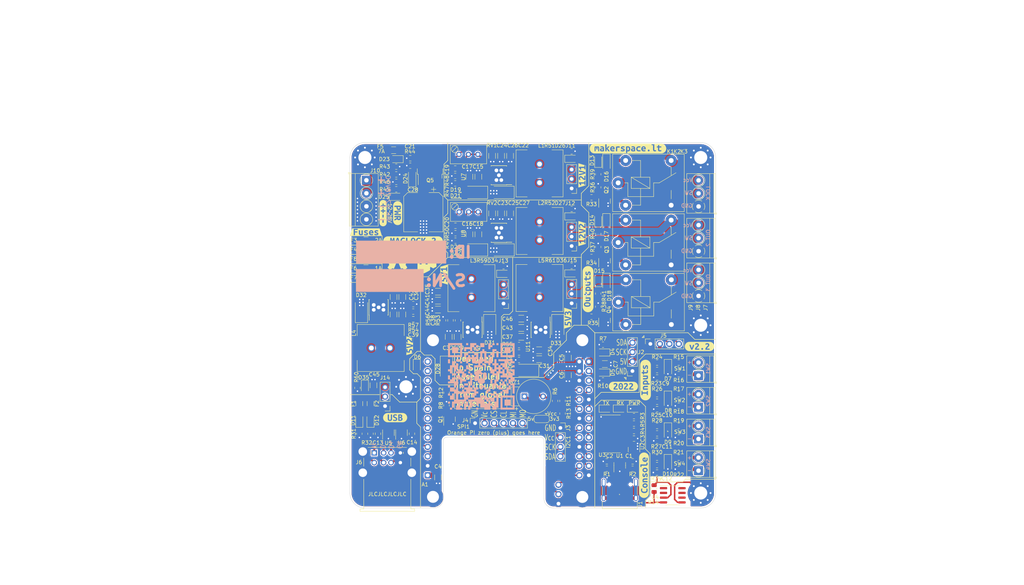
<source format=kicad_pcb>
(kicad_pcb (version 20211014) (generator pcbnew)
  (title_block (title "MagLock") (date "2022-11-02") (rev "2.2") (company "makerspace.lt"))
  (layers (0 "F.Cu" mixed) (31 "B.Cu" mixed) (34 "B.Paste" user) (35 "F.Paste" user) (36 "B.SilkS" user "B.Silkscreen") (37 "F.SilkS" user "F.Silkscreen") (38 "B.Mask" user) (39 "F.Mask" user) (44 "Edge.Cuts" user))
  (net 0 "")
  (net 1 "GND")
  (net 2 "/_DEBUG_USB_UART/_DBG_USB_5v")
  (net 3 "/_DEBUG_USB_UART/_DBG_USB_3v3")
  (net 4 "/_DEBUG_USB_UART/_DBG_USB_ED+")
  (net 5 "/_DEBUG_USB_UART/_DBG_USB_ED-")
  (net 6 "/_DEBUG_USB_UART/_DBG_USB_D+")
  (net 7 "/_DEBUG_USB_UART/_DBG_USB_D-")
  (net 8 "/_DEBUG_USB_UART/TX")
  (net 9 "/_DEBUG_USB_UART/RX")
  (net 10 "/_MAIN_SOC/5V")
  (net 11 "/_MAIN_SOC/USB_D2-")
  (net 12 "/_MAIN_SOC/USB_D2+")
  (net 13 "/_MAIN_SOC/USB_D3-")
  (net 14 "/_MAIN_SOC/USB_D3+")
  (net 15 "/_MAIN_SOC/_DS_DATA")
  (net 16 "/_INPUTS/3V3")
  (net 17 "/_INPUTS/SW1")
  (net 18 "/_INPUTS/SW2")
  (net 19 "/_INPUTS/SW3")
  (net 20 "/_INPUTS/SW4")
  (net 21 "/_USB_PORTS/_D1-")
  (net 22 "/_USB_PORTS/_D1+")
  (net 23 "/_USB_PORTS/_D2-")
  (net 24 "/_USB_PORTS/_D2+")
  (net 25 "Net-(Q1-Pad1)")
  (net 26 "Net-(R15-Pad1)")
  (net 27 "Net-(R16-Pad1)")
  (net 28 "/_USB_PORTS/_VBUS1")
  (net 29 "/_USB_PORTS/_VBUS2")
  (net 37 "Net-(R17-Pad1)")
  (net 40 "unconnected-(J1-PadS1)")
  (net 41 "/_POWER/VIN")
  (net 42 "/_MAIN_SOC/_BUZZER")
  (net 43 "/_POWER/5V@2A_2")
  (net 44 "/_POWER/VIN1")
  (net 45 "/_POWER/VIN2")
  (net 46 "/_POWER/VOUT1")
  (net 47 "/_POWER/VOUT2")
  (net 48 "/_POWER/FB1")
  (net 49 "/_POWER/FB2")
  (net 50 "/_POWER/5V@2A_3")
  (net 51 "Net-(D20-Pad2)")
  (net 52 "/_POWER/SW1")
  (net 53 "/_POWER/SW2")
  (net 54 "/_POWER/12V@2A_ADJ_1")
  (net 55 "/_POWER/12V@2A_ADJ_2")
  (net 56 "Net-(BZ1-Pad2)")
  (net 57 "Net-(BZ1-Pad1)")
  (net 58 "/_MAIN_SOC/REL1")
  (net 59 "/_MAIN_SOC/REL2")
  (net 60 "/_MAIN_SOC/REL3")
  (net 63 "Net-(D1-Pad2)")
  (net 64 "Net-(D2-Pad2)")
  (net 65 "Net-(D4-Pad1)")
  (net 66 "Net-(D5-Pad1)")
  (net 67 "Net-(D11-Pad1)")
  (net 68 "Net-(D19-Pad2)")
  (net 69 "Net-(R18-Pad1)")
  (net 70 "Net-(R19-Pad1)")
  (net 83 "Net-(D3-Pad2)")
  (net 84 "Net-(D6-Pad1)")
  (net 85 "Net-(D12-Pad1)")
  (net 86 "Net-(R20-Pad1)")
  (net 87 "/_DEBUG_USB_UART/_DBG_CC1")
  (net 88 "/_DEBUG_USB_UART/_DBG_CC2")
  (net 89 "/_INPUTS/_CLAMP1")
  (net 90 "/_INPUTS/_CLAMP2")
  (net 91 "/_INPUTS/_CLAMP3")
  (net 92 "/_INPUTS/_CLAMP4")
  (net 93 "/_POWER/VIN_F")
  (net 94 "/_POWER/VIN_E")
  (net 95 "/_POWER/VIN3")
  (net 96 "/_POWER/VOUT3")
  (net 97 "/_POWER/FB3")
  (net 98 "/_POWER/SW3")
  (net 99 "/_POWER/VIN4")
  (net 100 "/_POWER/VOUT4")
  (net 101 "/_POWER/FB4")
  (net 102 "/_POWER/SW4")
  (net 103 "Net-(D26-Pad1)")
  (net 104 "Net-(D27-Pad1)")
  (net 105 "Net-(D28-Pad2)")
  (net 106 "Net-(D29-Pad2)")
  (net 107 "Net-(D30-Pad2)")
  (net 108 "Net-(D34-Pad1)")
  (net 109 "Net-(D35-Pad1)")
  (net 110 "Net-(D36-Pad1)")
  (net 111 "/_MAIN_SOC/I2C0_SDA")
  (net 112 "/_MAIN_SOC/I2C0_SCK")
  (net 113 "/_MAIN_SOC/I2C1_SDA")
  (net 114 "/_MAIN_SOC/I2C1_SCK")
  (net 115 "/_MAIN_SOC/SPI1_MOSI")
  (net 116 "/_MAIN_SOC/SPI1_MISO")
  (net 117 "/_MAIN_SOC/SPI1_CLK")
  (net 118 "/_MAIN_SOC/SPI1_CS")
  (net 119 "Net-(J7-Pad2)")
  (net 120 "Net-(J8-Pad2)")
  (net 121 "Net-(Q3-Pad1)")
  (net 122 "Net-(Q4-Pad1)")
  (net 123 "/_POWER/VIN5")
  (net 124 "/_POWER/FB5")
  (net 125 "/_POWER/VOUT5")
  (net 126 "Net-(D13-Pad1)")
  (net 127 "Net-(D14-Pad1)")
  (net 128 "Net-(D15-Pad1)")
  (net 129 "Net-(D16-Pad2)")
  (net 130 "Net-(D17-Pad2)")
  (net 131 "Net-(D18-Pad2)")
  (net 132 "/_POWER/SW5")
  (net 133 "Net-(D23-Pad2)")
  (net 134 "Net-(D25-Pad1)")
  (net 135 "Net-(Q2-Pad1)")
  (net 136 "Net-(C21-Pad1)")
  (net 137 "Net-(J9-Pad2)")
  (net 138 "Net-(R21-Pad1)")
  (net 139 "Net-(R22-Pad1)")
  (net 140 "Net-(R45-Pad1)")
  (net 141 "/_MAIN_SOC/IOVCC")
  (footprint "Resistor_SMD:R_0805_2012Metric" (layer "F.Cu") (at 107 117.8 90)
    (fp_text reference "R60")
    (fp_text value "4k7")
  )
  (footprint "-local:L_12x12mm_H8mm__D11.0_P5.0_universal" (layer "F.Cu") (at 137.55 91.05 90)
    (fp_text reference "L3")
    (fp_text value "47u/2.5A")
  )
  (footprint "Diode_SMD:D_SOD-123" (layer "F.Cu") (at 173.72 89.3 -90)
    (fp_text reference "D18")
    (fp_text value "1N4148WL")
  )
  (footprint "Capacitor_SMD:C_1206_3216Metric" (layer "F.Cu") (at 143.1 55.56 -90)
    (fp_text reference "C24")
    (fp_text value "10u/35v")
  )
  (footprint "LED_SMD:LED_0805_2012Metric_Pad1.15x1.40mm_HandSolder" (layer "F.Cu") (at 164.4125 71.8)
    (fp_text reference "D27")
    (fp_text value "YELLOW")
  )
  (footprint "Relay_THT:Relay_SPDT_Finder_36.11" (layer "F.Cu") (at 176.87 62.8)
    (fp_text reference "K1")
    (fp_text value "5V Relay")
  )
  (footprint "Resistor_SMD:R_0805_2012Metric" (layer "F.Cu") (at 187.2875 136.5 180)
    (fp_text reference "R30")
    (fp_text value "100k")
  )
  (footprint "LED_SMD:LED_0805_2012Metric_Pad1.15x1.40mm_HandSolder" (layer "F.Cu") (at 164.4 87.1)
    (fp_text reference "D36")
    (fp_text value "RED")
  )
  (footprint "Capacitor_SMD:C_0805_2012Metric" (layer "F.Cu") (at 133.2 58.96 180)
    (fp_text reference "C19")
    (fp_text value "100n")
  )
  (footprint "Jumper:SolderJumper-3_P1.3mm_Open_RoundedPad1.0x1.5mm" (layer "F.Cu") (at 156.368 126.1295 180)
    (fp_text reference "JP1" hide)
    (fp_text value "IO power selector")
  )
  (footprint "Capacitor_SMD:C_0805_2012Metric" (layer "F.Cu") (at 180.755 137.505 180)
    (fp_text reference "C1")
    (fp_text value "10u/16v")
  )
  (footprint "Capacitor_SMD:C_1206_3216Metric" (layer "F.Cu") (at 128.575 96.8 180)
    (fp_text reference "C44")
    (fp_text value "100u/10v")
  )
  (footprint "Resistor_SMD:R_0805_2012Metric" (layer "F.Cu") (at 107.5 130.1 -90)
    (fp_text reference "R31")
    (fp_text value "4k7")
  )
  (footprint "Resistor_SMD:R_0805_2012Metric" (layer "F.Cu") (at 187.3 113 180)
    (fp_text reference "R23")
    (fp_text value "100k")
  )
  (footprint "Capacitor_SMD:C_1206_3216Metric" (layer "F.Cu") (at 163.4 114.4 90)
    (fp_text reference "C6")
    (fp_text value "100u/10v")
  )
  (footprint "Capacitor_SMD:C_1206_3216Metric" (layer "F.Cu") (at 150.9 101.72)
    (fp_text reference "C43")
    (fp_text value "100u/10v")
  )
  (footprint "Capacitor_SMD:C_1206_3216Metric" (layer "F.Cu") (at 128.575 94.4 180)
    (fp_text reference "C41")
    (fp_text value "100u/10v")
  )
  (footprint "Capacitor_SMD:C_1206_3216Metric" (layer "F.Cu") (at 147.9 55.56 -90)
    (fp_text reference "C22")
    (fp_text value "10u/35v")
  )
  (footprint "Connector_PinSocket_2.54mm:PinSocket_1x04_P2.54mm_Vertical" (layer "F.Cu") (at 161.388 128.527)
    (fp_text reference "J3")
    (fp_text value "I2C1")
  )
  (footprint "Resistor_SMD:R_0805_2012Metric" (layer "F.Cu") (at 193.0875 136.5 180)
    (fp_text reference "R21")
    (fp_text value "0")
  )
  (footprint "Resistor_SMD:R_0805_2012Metric" (layer "F.Cu") (at 161.968 121.287 90)
    (fp_text reference "R11")
    (fp_text value "0")
  )
  (footprint "Resistor_SMD:R_0805_2012Metric" (layer "F.Cu") (at 169.72 98.7)
    (fp_text reference "R35")
    (fp_text value "330")
  )
  (footprint "Capacitor_SMD:C_1206_3216Metric" (layer "F.Cu") (at 131.45 104.1 90)
    (fp_text reference "C32")
    (fp_text value "10u/35v")
  )
  (footprint "Resistor_SMD:R_0805_2012Metric" (layer "F.Cu") (at 121.15 58.2)
    (fp_text reference "R44")
    (fp_text value "10k")
  )
  (footprint "Package_TO_SOT_SMD:SOT-23-6" (layer "F.Cu") (at 118.8 129.8 90)
    (fp_text reference "U6")
    (fp_text value "USBLC6-2SC6")
  )
  (footprint "-local:Texas_HTSOP-8-1EP_3.9x4.9mm_P1.27mm_EP2.8x4.1mm_Mask2.8x4.1mm_ThermalVias" (layer "F.Cu") (at 144.9125 76.2 180)
    (fp_text reference "U8")
    (fp_text value "XL4001")
  )
  (footprint "Resistor_SMD:R_0805_2012Metric" (layer "F.Cu") (at 110.5 130.1 -90)
    (fp_text reference "R32")
    (fp_text value "4k7")
  )
  (footprint "TerminalBlock_Phoenix:TerminalBlock_Phoenix_PT-1,5-3-3.5-H_1x03_P3.50mm_Horizontal" (layer "F.Cu") (at 198.42 69.13 90)
    (fp_text reference "J7")
    (fp_text value "3pin")
  )
  (footprint "LED_SMD:LED_0805_2012Metric_Pad1.15x1.40mm_HandSolder" (layer "F.Cu") (at 164.4 56.36)
    (fp_text reference "D26")
    (fp_text value "YELLOW")
  )
  (footprint "Resistor_SMD:R_0805_2012Metric" (layer "F.Cu") (at 129.95 99.6875 90)
    (fp_text reference "R56")
    (fp_text value "1k5")
  )
  (footprint "-local:Potentiometer_Bourns_3296W_Vertical" (layer "F.Cu") (at 134.2 55.16 180)
    (fp_text reference "RV1")
    (fp_text value "10k")
  )
  (footprint "Resistor_SMD:R_0805_2012Metric" (layer "F.Cu") (at 171.52 76.5 -90)
    (fp_text reference "R40")
    (fp_text value "1k")
  )
  (footprint "Resistor_SMD:R_0805_2012Metric" (layer "F.Cu") (at 171.52 60.5 -90)
    (fp_text reference "R39")
    (fp_text value "1k")
  )
  (footprint "Capacitor_SMD:C_1206_3216Metric" (layer "F.Cu") (at 137 61.16 90)
    (fp_text reference "C17")
    (fp_text value "10u/35v")
  )
  (footprint "Resistor_SMD:R_0805_2012Metric" (layer "F.Cu") (at 193.1 131.1 180)
    (fp_text reference "R20")
    (fp_text value "10k")
  )
  (footprint "Resistor_SMD:R_0805_2012Metric" (layer "F.Cu") (at 159.968 121.287 90)
    (fp_text reference "R6")
    (fp_text value "10k")
  )
  (footprint "TerminalBlock_Phoenix:TerminalBlock_Phoenix_PT-1,5-2-3.5-H_1x02_P3.50mm_Horizontal" (layer "F.Cu") (at 198.4 131.5 90)
    (fp_text reference "SW3")
    (fp_text value "2pin")
  )
  (footprint "Diode_SMD:D_SMA" (layer "F.Cu") (at 108.07 96.9 90)
    (fp_text reference "D32")
    (fp_text value "SS34A")
  )
  (footprint "LED_SMD:LED_0805_2012Metric_Pad1.15x1.40mm_HandSolder" (layer "F.Cu") (at 107.5 126.5125 90)
    (fp_text reference "D11")
    (fp_text value "RED")
  )
  (footprint "Resistor_SMD:R_0805_2012Metric" (layer "F.Cu") (at 172.8 115.8)
    (fp_text reference "R10")
    (fp_text value "1k")
  )
  (footprint "Diode_SMD:D_SOD-123" (layer "F.Cu") (at 173.72 73.3 -90)
    (fp_text reference "D17")
    (fp_text value "1N4148WL")
  )
  (footprint "Capacitor_SMD:C_1206_3216Metric" (layer "F.Cu") (at 116.67 98.1 90)
    (fp_text reference "C42")
    (fp_text value "100u/10v")
  )
  (footprint "-local:logo_kms_small" (layer "F.Cu") (at 124.779295 83.563901)
    (fp_text reference "LOGO1" hide)
    (fp_text value "logo_kms_small" hide)
  )
  (footprint "TerminalBlock_Phoenix:TerminalBlock_Phoenix_PT-1,5-3-3.5-H_1x03_P3.50mm_Horizontal" (layer "F.Cu") (at 198.42 81.13 90)
    (fp_text reference "J8")
    (fp_text value "3pin")
  )
  (footprint "LED_SMD:LED_0805_2012Metric_Pad1.15x1.40mm_HandSolder" (layer "F.Cu") (at 110.5 126.5125 90)
    (fp_text reference "D12")
    (fp_text value "RED")
  )
  (footprint "-local:L_12x12mm_H8mm__D11.0_P5.0_universal" (layer "F.Cu") (at 155.8 91 90)
    (fp_text reference "L5")
    (fp_text value "47u/2.5A")
  )
  (footprint "Capacitor_SMD:C_0805_2012Metric" (layer "F.Cu") (at 150.3 108.3 180)
    (fp_text reference "C40")
    (fp_text value "100n")
  )
  (footprint "Capacitor_SMD:C_0805_2012Metric" (layer "F.Cu") (at 187.2875 140.5 180)
    (fp_text reference "C12")
    (fp_text value "100n")
  )
  (footprint "Diode_SMD:D_SOD-123" (layer "F.Cu") (at 173.72 57.3 -90)
    (fp_text reference "D16")
    (fp_text value "1N4148WL")
  )
  (footprint "Capacitor_SMD:CP_Elec_10x10" (layer "F.Cu") (at 124.65 70.6675 -90)
    (fp_text reference "C28")
    (fp_text value "220u/35v")
  )
  (footprint "kibuzzard-62D1D983" (layer "F.Cu") (at 183.8 141.225 90)
    (fp_text reference "kibuzzard-62D1D983" hide)
    (fp_text value "G***" hide)
  )
  (footprint "Capacitor_SMD:C_1206_3216Metric" (layer "F.Cu") (at 143.1125 71 -90)
    (fp_text reference "C23")
    (fp_text value "10u/35v")
  )
  (footprint "Diode_SMD:D_SMA" (layer "F.Cu") (at 152.2 113.1 180)
    (fp_text reference "D30")
    (fp_text value "SS34A")
  )
  (footprint "LED_SMD:LED_0805_2012Metric_Pad1.15x1.40mm_HandSolder" (layer "F.Cu") (at 171.52 72.8 90)
    (fp_text reference "D14")
    (fp_text value "GREEN")
  )
  (footprint "LED_SMD:LED_0805_2012Metric_Pad1.15x1.40mm_HandSolder" (layer "F.Cu") (at 146.15 87.2)
    (fp_text reference "D34")
    (fp_text value "RED")
  )
  (footprint "Resistor_SMD:R_0805_2012Metric" (layer "F.Cu") (at 193.0875 139.6 180)
    (fp_text reference "R22")
    (fp_text value "10k")
  )
  (footprint "Resistor_SMD:R_0805_2012Metric" (layer "F.Cu") (at 187.3 130 180)
    (fp_text reference "R27")
    (fp_text value "100k")
  )
  (footprint "Diode_SMD:D_SMA" (layer "F.Cu") (at 138.5 65.36 180)
    (fp_text reference "D19")
    (fp_text value "SS34A")
  )
  (footprint "-local:Potentiometer_Bourns_3296W_Vertical" (layer "F.Cu") (at 134.2625 70.6 180)
    (fp_text reference "RV2")
    (fp_text value "10k")
  )
  (footprint "LED_SMD:LED_0805_2012Metric_Pad1.15x1.40mm_HandSolder" (layer "F.Cu") (at 171.52 88.8 90)
    (fp_text reference "D15")
    (fp_text value "GREEN")
  )
  (footprint "LED_SMD:LED_0805_2012Metric_Pad1.15x1.40mm_HandSolder" (layer "F.Cu") (at 173.62 123.355)
    (fp_text reference "D2")
    (fp_text value "GREEN")
  )
  (footprint "Relay_THT:Relay_SPDT_Finder_36.11" (layer "F.Cu") (at 176.87 78.8)
    (fp_text reference "K2")
    (fp_text value "5V Relay")
  )
  (footprint "Resistor_SMD:R_0805_2012Metric" (layer "F.Cu") (at 171.52 96 90)
    (fp_text reference "R38")
    (fp_text value "10k")
  )
  (footprint "Fuse:Fuse_1206_3216Metric_Pad1.42x1.75mm_HandSolder" (layer "F.Cu") (at 109.3 88.2)
    (fp_text reference "F7")
    (fp_text value "1A")
  )
  (footprint "Capacitor_SMD:C_1206_3216Metric" (layer "F.Cu") (at 145.5125 71 -90)
    (fp_text reference "C25")
    (fp_text value "10u/35v")
  )
  (footprint "Package_TO_SOT_SMD:SOT-23-6" (layer "F.Cu") (at 115.3 129.8 90)
    (fp_text reference "U5")
    (fp_text value "USBLC6-2SC6")
  )
  (footprint "Package_SO:SOIC-16_3.9x9.9mm_P1.27mm" (layer "F.Cu") (at 175.52 130.13)
    (fp_text reference "U3")
    (fp_text value "CH340C")
  )
  (footprint "Capacitor_SMD:C_0805_2012Metric" (layer "F.Cu") (at 173.825 137.505 180)
    (fp_text reference "C2")
    (fp_text value "100n")
  )
  (footprint "Resistor_SMD:R_0805_2012Metric" (layer "F.Cu") (at 117.4 64.55 180)
    (fp_text reference "R45")
    (fp_text value "10k")
  )
  (footprint "Connector_PinHeader_2.54mm:PinHeader_1x03_P2.54mm_Vertical" (layer "F.Cu") (at 164.4 64.3 180)
    (fp_text reference "J11")
    (fp_text value "12V_1")
  )
  (footprint "Package_SO:SOIC-8_3.9x4.9mm_P1.27mm" (layer "F.Cu") (at 191.5 146.6)
    (fp_text reference "U4")
    (fp_text value "DS18B20Z")
  )
  (footprint "Capacitor_SMD:C_1206_3216Metric" (layer "F.Cu") (at 137.0125 76.6 90)
    (fp_text reference "C16")
    (fp_text value "10u/35v")
  )
  (footprint "Fuse:Fuse_1206_3216Metric_Pad1.42x1.75mm_HandSolder" (layer "F.Cu") (at 109.3 78.2)
    (fp_text reference "F3")
    (fp_text value "2A")
  )
  (footprint "kibuzzard-62D201CC" (layer "F.Cu") (at 130.2 87.4 90)
    (fp_text reference "kibuzzard-62D201CC" hide)
    (fp_text value "G***" hide)
  )
  (footprint "Fuse:Fuse_1206_3216Metric_Pad1.42x1.75mm_HandSolder" (layer "F.Cu") (at 109.2875 85.7)
    (fp_text reference "F6")
    (fp_text value "1A")
  )
  (footprint "Package_TO_SOT_SMD:SOT-23" (layer "F.Cu") (at 173.22 99.7 90)
    (fp_text reference "Q4")
    (fp_text value "AO3400A")
  )
  (footprint "TerminalBlock_Phoenix:TerminalBlock_Phoenix_PT-1,5-3-3.5-H_1x03_P3.50mm_Horizontal" (layer "F.Cu") (at 198.42 93.13 90)
    (fp_text reference "J9")
    (fp_text value "3pin")
  )
  (footprint "Capacitor_SMD:C_1206_3216Metric" (layer "F.Cu") (at 128.575 92 180)
    (fp_text reference "C35")
    (fp_text value "100u/10v")
  )
  (footprint "Resistor_SMD:R_0805_2012Metric" (layer "F.Cu") (at 133.2625 76.3 180)
    (fp_text reference "R50")
    (fp_text value "1k")
  )
  (footprint "Capacitor_SMD:C_1206_3216Metric" (layer "F.Cu") (at 139.4125 76.6 90)
    (fp_text reference "C18")
    (fp_text value "10u/35v")
  )
  (footprint "Diode_SMD:D_SMA" (layer "F.Cu") (at 145.6125 80.8 180)
    (fp_text reference "D22")
    (fp_text value "SS34A")
  )
  (footprint "MountingHole:MountingHole_3.5mm_Pad_Via" (layer "F.Cu") (at 199 101)
    (fp_text reference "H5" hide)
    (fp_text value "MountingHole_Pad" hide)
  )
  (footprint "Resistor_SMD:R_0805_2012Metric" (layer "F.Cu") (at 130.9 119.1 90)
    (fp_text reference "R12")
    (fp_text value "330")
  )
  (footprint "kibuzzard-62D2FEC2" (layer "F.Cu") (at 179.5 53.6)
    (fp_text reference "kibuzzard-62D2FEC2" hide)
    (fp_text value "G***" hide)
  )
  (footprint "Diode_SMD:D_SMA" (layer "F.Cu") (at 142.45 101.5 -90)
    (fp_text reference "D31")
    (fp_text value "SS34A")
  )
  (footprint "Resistor_SMD:R_0805_2012Metric" (layer "F.Cu") (at 171.52 92.5 -90)
    (fp_text reference "R41")
    (fp_text value "1k")
  )
  (footprint "Connector_PinHeader_2.54mm:PinHeader_1x03_P2.54mm_Vertical" (layer "F.Cu") (at 164.4 79.755 180)
    (fp_text reference "J12")
    (fp_text value "12V_2")
  )
  (footprint "Resistor_SMD:R_0805_2012Metric" (layer "F.Cu") (at 186.5 144.8 -90)
    (fp_text reference "R14")
    (fp_text value "4k7")
  )
  (footprint "Fuse:Fuse_1206_3216Metric_Pad1.42x1.75mm_HandSolder" (layer "F.Cu") (at 107.5 122.0125 90)
    (fp_text reference "F1")
    (fp_text value "PTC 300mA")
  )
  (footprint "TerminalBlock_Phoenix:TerminalBlock_Phoenix_PT-1,5-2-3.5-H_1x02_P3.50mm_Horizontal" (layer "F.Cu") (at 198.4 123 90)
    (fp_text reference "SW2")
    (fp_text value "2pin")
  )
  (footprint "Capacitor_SMD:C_1206_3216Metric" (layer "F.Cu") (at 163.4 109.7 -90)
    (fp_text reference "C5")
    (fp_text value "100u/10v")
  )
  (footprint "Capacitor_SMD:C_0805_2012Metric" (layer "F.Cu") (at 187.3 132 180)
    (fp_text reference "C11")
    (fp_text value "100n")
  )
  (footprint "LED_SMD:LED_0805_2012Metric_Pad1.15x1.40mm_HandSolder" (layer "F.Cu") (at 171.52 56.8 90)
    (fp_text reference "D13")
    (fp_text value "GREEN")
  )
  (footprint "Resistor_SMD:R_0805_2012Metric" (layer "F.Cu") (at 171.52 80 90)
    (fp_text reference "R37")
    (fp_text value "10k")
  )
  (footprint "Resistor_SMD:R_0805_2012Metric" (layer "F.Cu") (at 193.1 128 180)
    (fp_text reference "R19")
    (fp_text value "0")
  )
  (footprint "Resistor_SMD:R_0805_2012Metric" (layer "F.Cu") (at 164.4 85.1 180)
    (fp_text reference "R61")
    (fp_text value "4k7")
  )
  (footprint "kibuzzard-62D40FBB" (layer "F.Cu") (at 163.4 99.1 90)
    (fp_text reference "kibuzzard-62D40FBB" hide)
    (fp_text value "G***" hide)
  )
  (footprint "LED_SMD:LED_0805_2012Metric_Pad1.15x1.40mm_HandSolder" (layer "F.Cu") (at 177.42 123.355)
    (fp_text reference "D3")
    (fp_text value "GREEN")
  )
  (footprint "Resistor_SMD:R_0805_2012Metric" (layer "F.Cu") (at 187.3 121.5 180)
    (fp_text reference "R25")
    (fp_text value "100k")
  )
  (footprint "Capacitor_SMD:C_1206_3216Metric" (layer "F.Cu") (at 128.6 141.8 90)
    (fp_text reference "C4")
    (fp_text value "100u/10v")
  )
  (footprint "Resistor_SMD:R_0805_2012Metric" (layer "F.Cu") (at 150.3 110.3 180)
    (fp_text reference "R58")
    (fp_text value "1k5")
  )
  (footprint "Package_TO_SOT_SMD:SOT-23" (layer "F.Cu") (at 131.668 126.187 90)
    (fp_text reference "Q1")
    (fp_text value "AO3400A")
  )
  (footprint "Resistor_SMD:R_0805_2012Metric" (layer "F.Cu") (at 133.2625 78.3 180)
    (fp_text reference "R49")
    (fp_text value "1k")
  )
  (footprint "Package_TO_SOT_SMD:TO-252-2" (layer "F.Cu") (at 126.475 58.025 90)
    (fp_text reference "Q5")
    (fp_text value "HYG210P06LQ1D")
  )
  (footprint "Diode_SMD:D_SMA" (layer "F.Cu") (at 160.7 101.52 -90)
    (fp_text reference "D33")
    (fp_text value "SS34A")
  )
  (footprint "-local:USB_C_Receptacle_HRO_TYPE-C-31-M-12" (layer "F.Cu") (at 177.3 146.3)
    (fp_text reference "J1")
    (fp_text value "USB_UART")
  )
  (footprint "kibuzzard-62D2E7EB" (layer "F.Cu") (at 121.9 78.4)
    (fp_text reference "kibuzzard-62D2E7EB" hide)
    (fp_text value "G***" hide)
  )
  (footprint "Diode_SMD:D_SMA" (layer "F.Cu") (at 117.2 89.3)
    (fp_text reference "D29")
    (fp_text value "SS34A")
  )
  (footprint "MountingHole:MountingHole_3.5mm_Pad_Via" (layer "F.Cu") (at 109 56)
    (fp_text reference "H2" hide)
    (fp_text value "MountingHole_Pad" hide)
  )
  (footprint "-local:Texas_HTSOP-8-1EP_3.9x4.9mm_P1.27mm_EP2.8x4.1mm_Mask2.8x4.1mm_ThermalVias" (layer "F.Cu") (at 112.67 96.2 90)
    (fp_text reference "U10")
    (fp_text value "XL4001")
  )
  (footprint "Capacitor_SMD:C_0805_2012Metric" (layer "F.Cu") (at 133.2625 74.3 180)
    (fp_text reference "C20")
    (fp_text value "100n")
  )
  (footprint "Resistor_SMD:R_0805_2012Metric" (layer "F.Cu") (at 193.1 119.5 180)
    (fp_text reference "R17")
    (fp_text value "0")
  )
  (footprint "Connector_PinHeader_2.54mm:PinHeader_1x03_P2.54mm_Vertical" (layer "F.Cu") (at 164.4 95.105 180)
    (fp_text reference "J15")
    (fp_text value "5V_3")
  )
  (footprint "Capacitor_SMD:C_1206_3216Metric" (layer "F.Cu") (at 150.9 99.22)
    (fp_text reference "C46")
    (fp_text value "100u/10v")
  )
  (footprint "kibuzzard-62D1EAEB" (layer "F.Cu") (at 109.3 76)
    (fp_text reference "kibuzzard-62D1EAEB" hide)
    (fp_text value "G***" hide)
  )
  (footprint "Resistor_SMD:R_0805_2012Metric" (layer "F.Cu") (at 133.95 99.6875 90)
    (fp_text reference "R53")
    (fp_text value "4k7")
  )
  (footprint "Resistor_SMD:R_0805_2012Metric" (layer "F.Cu") (at 133.2 60.96 180)
    (fp_text reference "R48")
    (fp_text value "1k")
  )
  (footprint "kibuzzard-62CDE8D9" (layer "F.Cu") (at 117.1 125.775)
    (fp_text reference "kibuzzard-62CDE8D9" hide)
    (fp_text value "G***" hide)
  )
  (footprint "Connector_PinSocket_2.54mm:PinSocket_1x06_P2.54mm_Vertical" (layer "F.Cu") (at 138.528 127.257 90)
    (fp_text reference "J4")
    (fp_text value "SPI1")
  )
  (footprint "TerminalBlock_Phoenix:TerminalBlock_Phoenix_PT-1,5-4-3.5-H_1x04_P3.50mm_Horizontal" (layer "F.Cu") (at 109.4 62.1 -90)
    (fp_text reference "J10")
    (fp_text value "Power IN")
  )
  (footprint "Capacitor_SMD:C_0805_2012Metric" (layer "F.Cu") (at 121.6 130.1 -90)
    (fp_text reference "C14")
    (fp_text value "100n")
  )
  (footprint "Resistor_SMD:R_0805_2012Metric" (layer "F.Cu") (at 172.8 106.2)
    (fp_text reference "R7")
    (fp_text value "4k7")
  )
  (footprint "Resistor_SMD:R_0805_2012Metric" (layer "F.Cu") (at 121.9525 97.325)
    (fp_text reference "R54")
    (fp_text value "4k7")
  )
  (footprint "Capacitor_SMD:C_0805_2012Metric" (layer "F.Cu") (at 187.3 115 180)
    (fp_text reference "C9")
    (fp_text value "100n")
  )
  (footprint "-local:MagneticBuzzer_CUI_CST-931RP-A" (layer "F.Cu") (at 151.747139 120.087 90)
    (fp_text reference "BZ1")
    (fp_text value "Buzzer")
  )
  (footprint "Capacitor_SMD:C_1206_3216Metric" (layer "F.Cu") (at 155.7 107.7 180)
    (fp_text reference "C34")
    (fp_text value "10u/35v")
  )
  (footprint "Resistor_SMD:R_0805_2012Metric" (layer "F.Cu") (at 121.965 95.325)
    (fp_text reference "R57")
    (fp_text value "1k5")
  )
  (footprint "LED_SMD:LED_0805_2012Metric_Pad1.15x1.40mm_HandSolder" (layer "F.Cu") (at 117.4 66.55)
    (fp_text reference "D25")
    (fp_text value "YELLOW")
  )
  (footprint "LED_SMD:LED_0805_2012Metric_Pad1.15x1.40mm_HandSolder" (layer "F.Cu") (at 172.8 113.7 180)
    (fp_text reference "D5")
    (fp_text value "ORANGE")
  )
  (footprint "kibuzzard-62D2E07E" (layer "F.Cu") (at 113.875 70.925 -90)
    (fp_text reference "kibuzzard-62D2E07E" hide)
    (fp_text value "G***" hide)
  )
  (footprint "-local:Texas_HTSOP-8-1EP_3.9x4.9mm_P1.27mm_EP2.8x4.1mm_Mask2.8x4.1mm_ThermalVias" (layer "F.Cu") (at 156.1 102.22 -90)
    (fp_text reference "U11")
    (fp_text value "XL4001")
  )
  (footprint "Diode_SMD:D_SOD-123" (layer "F.Cu") (at 190.1875 137.9 -90)
    (fp_text reference "D10")
    (fp_text value "10V")
  )
  (footprint "Resistor_SMD:R_0805_2012Metric" (layer "F.Cu") (at 181.1 129.355)
    (fp_text reference "R4")
    (fp_text value "330")
  )
  (footprint "MountingHole:MountingHole_3.5mm_Pad_Via" (layer "F.Cu") (at 120 117.5)
    (fp_text reference "H4" hide)
    (fp_text value "MountingHole_Pad" hide)
  )
  (footprint "Resistor_SMD:R_0805_2012Metric" (layer "F.Cu") (at 173.845 139.495 180)
    (fp_text reference "R1")
    (fp_text value "4k7")
  )
  (footprint "kibuzzard-62D2019E" (layer "F.Cu") (at 167.2 60.8 90)
    (fp_text reference "kibuzzard-62D2019E" hide)
    (fp_text value "G***" hide)
  )
  (footprint "Resistor_SMD:R_0805_2012Metric" (layer "F.Cu") (at 146.15 85.15 180)
    (fp_text reference "R59")
    (fp_text value "4k7")
  )
  (footprint "Capacitor_SMD:C_0805_2012Metric" (layer "F.Cu") (at 187.3 123.5 180)
    (fp_text reference "C10")
    (fp_text value "100n")
  )
  (footprint "kibuzzard-62D3EEF7" (layer "F.Cu") (at 178.268 117.387)
    (fp_text reference "kibuzzard-62D3EEF7" hide)
    (fp_text value "G***" hide)
  )
  (footprint "-local:USB_A_Wuerth_61400826021_Horizontal_Stacked" (layer "F.Cu") (at 111.5 135.22)
    (fp_text reference "J6")
    (fp_text value "USB")
  )
  (footprint "kibuzzard-62D201BA" (layer "F.Cu") (at 167.2 76.4 90)
    (fp_text reference "kibuzzard-62D201BA" hide)
    (fp_text value "G***" hide)
  )
  (footprint "kibuzzard-6362269B" (layer "F.Cu") (at 198.668 106.687)
    (fp_text reference "kibuzzard-6362269B" hide)
    (fp_text value "G***" hide)
  )
  (footprint "Resistor_SMD:R_0805_2012Metric" (layer "F.Cu") (at 161.968 124.687 -90)
    (fp_text reference "R13")
    (fp_text value "330")
  )
  (footprint "Relay_THT:Relay_SPDT_Finder_36.11" (layer "F.Cu") (at 176.92 94.8)
    (fp_text reference "K3")
    (fp_text value "5V Relay")
  )
  (footprint "Capacitor_SMD:C_1206_3216Metric" (layer "F.Cu") (at 119.025 93.425 -90)
    (fp_text reference "C33")
    (fp_text value "10u/35v")
  )
  (footprint "LED_SMD:LED_0805_2012Metric_Pad1.15x1.40mm_HandSolder" (layer "F.Cu") (at 122.9 112 -90)
    (fp_text reference "D6")
    (fp_text value "BLUE")
  )
  (footprint "Resistor_SMD:R_0805_2012Metric" (layer "F.Cu") (at 193.1 122.6 180)
    (fp_text reference "R18")
    (fp_text value "10k")
  )
  (footprint "Capacitor_SMD:C_0805_2012Metric" (layer "F.Cu") (at 181.115 131.38 180)
    (fp_text reference "C3")
    (fp_text value "10u/16v")
  )
  (footprint "Capacitor_SMD:C_1206_3216Metric" (layer "F.Cu") (at 116.675 93.425 -90)
    (fp_text reference "C30")
    (fp_text value "10u/35v")
  )
  (footprint "Resistor_SMD:R_0805_2012Metric" (layer "F.Cu") (at 117.4 60.55 180)
    (fp_text reference "R42")
    (fp_text value "10k")
  )
  (footprint "TerminalBlock_Phoenix:TerminalBlock_Phoenix_PT-1,5-2-3.5-H_1x02_P3.50mm_Horizontal" (layer "F.Cu") (at 198.4 140 90)
    (fp_text reference "SW4")
    (fp_text value "2pin")
  )
  (footprint "kibuzzard-62D1E5EA" (layer "F.Cu") (at 121 106.5 90)
    (fp_text reference "kibuzzard-62D1E5EA" hide)
    (fp_text value "G***" hide)
  )
  (footprint "Capacitor_SMD:C_1206_3216Metric" (layer "F.Cu") (at 150.9 104.1)
    (fp_text reference "C37")
    (fp_text value "100u/10v")
  )
  (footprint "-local:oled_i2c_128x32_ssd1306" (layer "F.Cu") (at 180.7 113.28 180)
    (fp_text reference "J2")
    (fp_text value "I2C0_128x32")
  )
  (footprint "Resistor_SMD:R_0805_2012Metric" (layer "F.Cu") (at 169.72 82.7)
    (fp_text reference "R34")
    (fp_text value "330")
  )
  (footprint "Resistor_SMD:R_0805_2012Metric" (layer "F.Cu") (at 130.868 122.487 90)
    (fp_text reference "R8")
    (fp_text value "10k")
  )
  (footprint "Fuse:Fuse_1206_3216Metric_Pad1.42x1.75mm_HandSolder" (layer "F.Cu") (at 109.2875 83.2)
    (fp_text reference "F8")
    (fp_text value "1A")
  )
  (footprint "Capacitor_SMD:C_1206_3216Metric" (layer "F.Cu") (at 133.85 104.1 90)
    (fp_text reference "C29")
    (fp_text value "10u/35v")
  )
  (footprint "kibuzzard-62D1E68D" (layer "F.Cu") (at 117.775 70.925 -90)
    (fp_text reference "kibuzzard-62D1E68D" hide)
    (fp_text value "G***" hide)
  )
  (footprint "-local:Texas_HTSOP-8-1EP_3.9x4.9mm_P1.27mm_EP2.8x4.1mm_Mask2.8x4.1mm_ThermalVias" (layer "F.Cu") (at 144.9 60.76 180)
    (fp_text reference "U7")
    (fp_text value "XL4001")
  )
  (footprint "Diode_SMD:D_SMA" (layer "F.Cu") (at 138.5125 80.8 180)
    (fp_text reference "D20")
    (fp_text value "SS34A")
  )
  (footprint "Capacitor_SMD:C_1206_3216Metric" (layer "F.Cu") (at 155.7 110.1 180)
    (fp_text reference "C31")
    (fp_text value "10u/35v")
  )
  (footprint "Capacitor_SMD:C_1206_3216Metric" (layer "F.Cu") (at 173.3 111.4 180)
    (fp_text reference "C7")
    (fp_text value "100u/10v")
  )
  (footprint "Diode_SMD:D_SOD-123" (layer "F.Cu") (at 190.2 120.9 -90)
    (fp_text reference "D8")
    (fp_text value "10V")
  )
  (footprint "kibuzzard-62D1D979" (layer "F.Cu") (at 184.2 115.7 90)
    (fp_text reference "kibuzzard-62D1D979" hide)
    (fp_text value "G***" hide)
  )
  (footprint "LED_SMD:LED_0805_2012Metric_Pad1.15x1.40mm_HandSolder" (layer "F.Cu") (at 117.4 56.45 180)
    (fp_text reference "D23")
    (fp_text value "BLUE")
  )
  (footprint "Resistor_SMD:R_0805_2012Metric" (layer "F.Cu") (at 164.4 54.36 180)
    (fp_text reference "R51")
    (fp_text value "10k")
  )
  (footprint "Package_TO_SOT_SMD:SOT-23" (layer "F.Cu") (at 181.115 134.355 -90)
    (fp_text reference "U2")
    (fp_text value "3V3 LDO")
  )
  (footprint "Diode_SMD:D_SMA" (layer "F.Cu") (at 130.85 112.675 -90)
    (fp_text reference "D28")
    (fp_text value "SS34A")
  )
  (footprint "Resistor_SMD:R_0805_2012Metric" (layer "F.Cu") (at 187.3 111 180)
    (fp_text reference "R24")
    (fp_text value "100k")
  )
  (footprint "LED_SMD:LED_0805_2012Metric_Pad1.15x1.40mm_HandSolder" (layer "F.Cu") (at 109 117.6 -90)
    (fp_text reference "D35")
    (fp_text value "RED")
  )
  (footprint "Resistor_SMD:R_0805_2012Metric" (layer "F.Cu") (at 164.4125 69.8 180)
    (fp_text reference "R52")
    (fp_text value "10k")
  )
  (footprint "kibuzzard-62D1D969" (layer "F.Cu") (at 168.8 91.3 90)
    (fp_text reference "kibuzzard-62D1D969" hide)
    (fp_text value "G***" hide)
  )
  (footprint "Inductor_SMD:L_1206_3216Metric_Pad1.42x1.75mm_HandSolder" (layer "F.Cu") (at 116.7 54.05)
    (fp_text reference "F5")
    (fp_text value "7A")
  )
  (footprint "Resistor_SMD:R_0805_2012Metric" (layer "F.Cu") (at 133.2 62.96 180)
    (fp_text reference "R47")
    (fp_text value "1k")
  )
  (footprint "-local:Texas_HTSOP-8-1EP_3.9x4.9mm_P1.27mm_EP2.8x4.1mm_Mask2.8x4.1mm_ThermalVias" (layer "F.Cu") (at 137.85 102.2 -90)
    (fp_text reference "U9")
    (fp_text value "XL4001")
  )
  (footprint "Capacitor_SMD:C_1206_3216Metric" (layer "F.Cu") (at 119.03 98.1 90)
    (fp_text reference "C36")
    (fp_text value "100u/10v")
  )
  (footprint "LED_SMD:LED_0805_2012Metric_Pad1.15x1.40mm_HandSolder" (layer "F.Cu") (at 172.8 108.3 180)
    (fp_text reference "D4")
    (fp_text value "RED")
  )
  (footprint "Package_TO_SOT_SMD:SOT-23-6" (layer "F.Cu") (at 177.295 138.575 90)
    (fp_text reference "U1")
    (fp_text value "USBLC6-2SC6")
  )
  (footprint "Resistor_SMD:R_0805_2012Metric" (layer "F.Cu") (at 171.52 64 90)
    (fp_text reference "R36")
    (fp_text value "10k")
  )
  (footprint "Capacitor_SMD:C_1206_3216Metric" (layer "F.Cu") (at 147.9125 71 -90)
    (fp_text reference "C27")
    (fp_text value "10u/35v")
  )
  (footprint "Diode_SMD:D_SOD-123" (layer "F.Cu") (at 121.675 61.6 90)
    (fp_text reference "D24")
    (fp_text value "10V")
  )
  (footprint "Capacitor_SMD:C_0805_2012Metric" (layer "F.Cu") (at 121.15 56.2 180)
    (fp_text reference "C21")
    (fp_text value "100n")
  )
  (footprint "-local:L_12x12mm_H8mm__D11.0_P5.0_universal" (layer "F.Cu") (at 155.8 60.26 90)
    (fp_text reference "L1")
    (fp_text value "47u/2.5A")
  )
  (footprint "Resistor_SMD:R_0805_2012Metric" (layer "F.Cu") (at 181.1 127.355)
    (fp_text reference "R5")
    (fp_text value "330")
  )
  (footprint "MountingHole:MountingHole_3.5mm_Pad_Via" (layer "F.Cu") (at 199 56)
    (fp_text reference "H1" hide)
    (fp_text value "MountingHole_Pad" hide)
  )
  (footprint "Capacitor_SMD:C_1206_3216Metric" (layer "F.Cu") (at 145.5 55.56 -90)
    (fp_text reference "C26")
    (fp_text value "10u/35v")
  )
  (footprint "Fuse:Fuse_1206_3216Metric_Pad1.42x1.75mm_HandSolder" (layer "F.Cu") (at 109.3 80.7)
    (fp_text reference "F4")
    (fp_text value "2A")
  )
  (footprint "-local:L_12x12mm_H8mm__D11.0_P5.0_universal" (layer "F.Cu") (at 155.8125 75.7 90)
    (fp_text reference "L2")
    (fp_text value "47u/2.5A")
  )
  (footprint "Capacitor_SMD:C_0805_2012Metric" (layer "F.Cu") (at 112.5 130.1 -90)
    (fp_text reference "C13")
    (fp_text value "100n")
  )
  (footprint "Fuse:Fuse_1206_3216Metric_Pad1.42x1.75mm_HandSolder" (layer "F.Cu") (at 110.5 122.0125 90)
    (fp_text reference "F2")
    (fp_text value "PTC 300mA")
  )
  (footprint "TerminalBlock_Phoenix:TerminalBlock_Phoenix_PT-1,5-2-3.5-H_1x02_P3.50mm_Horizontal" (layer "F.Cu") (at 198.4 114.5 90)
    (fp_text reference "SW1")
    (fp_text value "2pin")
  )
  (footprint "-local:L_12x12mm_H8mm__D11.0_P5.0_universal" (layer "F.Cu") (at 113.22 107.1)
    (fp_text reference "L4")
    (fp_text value "47u/2.5A")
  )
  (footprint "Resistor_SMD:R_0805_2012Metric" (layer "F.Cu") (at 193.1 114.15 180)
    (fp_text reference "R16")
    (fp_text value "10k")
  )
  (footprint "Connector_PinHeader_2.54mm:PinHeader_1x03_P2.54mm_Vertical" (layer "F.Cu") (at 114.4 122.68 180)
    (fp_text reference "J14")
    (fp_text value "5V_2")
  )
  (footprint "Resistor_SMD:R_0805_2012Metric" (layer "F.Cu") (at 180.735 139.495)
    (fp_text reference "R2")
    (fp_text value "4k7")
  )
  (footprint "Resistor_SMD:R_0805_2012Metric" (layer "F.Cu") (at 169.72 66.7)
    (fp_text reference "R33")
    (fp_text value "330")
  )
  (footprint "Resistor_SMD:R_0805_2012Metric" (layer "F.Cu") (at 117.4 58.45 180)
    (fp_text reference "R43")
    (fp_text value "10k")
  )
  (footprint "Capacitor_SMD:C_0805_2012Metric" (layer "F.Cu") (at 131.95 99.6875 90)
    (fp_text reference "C38")
    (fp_text value "100n")
  )
  (footprint "Symbol:OSHW-Symbol_6.7x6mm_SilkScreen" (layer "F.Cu") (at 117.7 83.2)
    (fp_text reference "LOGO2" hide)
    (fp_text value "Logo_Open_Hardware_Small" hide)
  )
  (footprint "Resistor_SMD:R_0805_2012Metric" (layer "F.Cu") (at 187.3 128 180)
    (fp_text reference "R28")
    (fp_text value "100k")
  )
  (footprint "-local:Orange_Pi_Zero_LTS" (layer "F.Cu") (at 147 127)
    (fp_text reference "A1")
    (fp_text value "orange-pi-zero")
  )
  (footprint "Package_TO_SOT_SMD:SOT-23" (layer "F.Cu") (at 173.22 67.7 90)
    (fp_text reference "Q2")
    (fp_text value "AO3400A")
  )
  (footprint "LED_SMD:LED_0805_2012Metric_Pad1.15x1.40mm_HandSolder" (layer "F.Cu") (at 181.2 123.355)
    (fp_text reference "D1")
    (fp_text value "ORANGE")
  )
  (footprint "Resistor_SMD:R_0805_2012Metric" (layer "F.Cu") (at 187.2875 138.5 180)
    (fp_text reference "R29")
    (fp_text value "100k")
  )
  (footprint "Resistor_SMD:R_0805_2012Metric" (layer "F.Cu") (at 193.1 111 180)
    (fp_text reference "R15")
    (fp_text value "0")
  )
  (footprint "Diode_SMD:D_SOD-123" (layer "F.Cu") (at 190.2 129.4 -90)
    (fp_text reference "D9")
    (fp_text value "10V")
  )
  (footprint "Diode_SMD:D_SMA" (layer "F.Cu") (at 145.6 65.36 180)
    (fp_text reference "D21")
    (fp_text value "SS34A")
  )
  (footprint "MountingHole:MountingHole_3.5mm_Pad_Via" (layer "F.Cu") (at 199 146)
    (fp_text reference "H3" hide)
    (fp_text value "MountingHole_Pad" hide)
  )
  (footprint "Resistor_SMD:R_0805_2012Metric" (layer "F.Cu") (at 187.3 119.5 180)
    (fp_text reference "R26")
    (fp_text value "100k")
  )
  (footprint "Resistor_SMD:R_0805_2012Metric" (layer "F.Cu") (at 181.1 125.355 180)
    (fp_text reference "R3")
    (fp_text value "1k")
  )
  (footprint "Package_TO_SOT_SMD:SOT-23" (layer "F.Cu") (at 173.22 83.7 90)
    (fp_text reference "Q3")
    (fp_text value "AO3400A")
  )
  (footprint "Capacitor_SMD:C_0805_2012Metric" (layer "F.Cu") (at 121.965 99.375)
    (fp_text reference "C39")
    (fp_text value "100n")
  )
  (footprint "Resistor_SMD:R_0805_2012Metric" (layer "F.Cu") (at 150.3 106.3 180)
    (fp_text reference "R55")
    (fp_text value "4k7")
  )
  (footprint "Connector_PinHeader_2.54mm:PinHeader_1x03_P2.54mm_Vertical" (layer "F.Cu") (at 146.15 95.18 180)
    (fp_text reference "J13")
    (fp_text value "5V_1")
  )
  (footprint "Diode_SMD:D_SOD-123" (layer "F.Cu") (at 190.2 112.4 -90)
    (fp_text reference "D7")
    (fp_text value "10V")
  )
  (footprint "Resistor_SMD:R_0805_2012Metric" (layer "F.Cu") (at 117.4 62.55)
    (fp_text reference "R46")
    (fp_text value "10k")
  )
  (footprint "Capacitor_SMD:C_1206_3216Metric" (layer "F.Cu") (at 139.4 61.16 90)
    (fp_text reference "C15")
    (fp_text value "10u/35v")
  )
  (footprint "Capacitor_SMD:C_1206_3216Metric" (layer "F.Cu") (at 111.3 117.1 90)
    (fp_text reference "C45")
    (fp_text value "100u/10v")
  )
  (footprint "-local:oled_i2c_128x64_ssd1306" (layer "F.Cu") (at 185.5 106 90)
    (fp_text reference "J5")
    (fp_text value "I2C0_128x64")
  )
  (footprint "-local:qr_maglock_link" (layer "B.Cu") (at 140.2 114.7 180)
    (fp_text reference "G***" hide)
    (fp_text value "LOGO" hide)
  )
  (gr_rect (start 106.716 78.372) (end 130.716 84.372) (layer "B.SilkS") (width 0.15) (fill solid))
  (gr_rect (start 106.668 85.992) (end 124.668 91.992) (layer "B.SilkS") (width 0.15) (fill solid))
  (gr_line locked (start 145.6 101.6) (end 145.6 108.3) (layer "F.SilkS") (width 0.15))
  (gr_line locked (start 163 103) (end 165 101) (layer "F.SilkS") (width 0.15))
  (gr_rect (start 110.7 135) (end 110.7 135.4) (layer "F.SilkS") (width 0.15) (fill none))
  (gr_line locked (start 123 114) (end 123.9 114.9) (layer "F.SilkS") (width 0.15))
  (gr_line (start 179 115) (end 178.5 115) (layer "F.SilkS") (width 0.15))
  (gr_line locked (start 134.8 66.96) (end 134.7 66.86) (layer "F.SilkS") (width 0.15))
  (gr_line locked (start 105.1 87) (end 113.605 87) (layer "F.SilkS") (width 0.15))
  (gr_line locked (start 159.6 108.4) (end 163 105) (layer "F.SilkS") (width 0.15))
  (gr_line locked (start 134.7 65.46) (end 134.8 65.36) (layer "F.SilkS") (width 0.15))
  (gr_line locked (start 118.3 121.6) (end 122.9 121.6) (layer "F.SilkS") (width 0.15))
  (gr_line locked (start 132.1125 82.2) (end 134.8125 82.2) (layer "F.SilkS") (width 0.15))
  (gr_line locked (start 145.6 98.7) (end 145.6 101.6) (layer "F.SilkS") (width 0.15))
  (gr_line locked (start 168.6 101) (end 165 101) (layer "F.SilkS") (width 0.15))
  (gr_line locked (start 105.1 119.6) (end 112.6 119.6) (layer "F.SilkS") (width 0.15))
  (gr_line locked (start 131.2 81.6) (end 131.2 82.8) (layer "F.SilkS") (width 0.15))
  (gr_line locked (start 185.5 143) (end 194.2 143) (layer "F.SilkS") (width 0.15))
  (gr_line locked (start 169 70.8) (end 169 80) (layer "F.SilkS") (width 0.15))
  (gr_line locked (start 112.6 119.6) (end 112.9 119.6) (layer "F.SilkS") (width 0.15))
  (gr_line locked (start 127.8 110) (end 127.8 115.8) (layer "F.SilkS") (width 0.15))
  (gr_line locked (start 122.9 121.6) (end 123.9 120.6) (layer "F.SilkS") (width 0.15))
  (gr_line locked (start 184.2 148) (end 185.4 146.8) (layer "F.SilkS") (width 0.15))
  (gr_line locked (start 122.9 121.6) (end 122.9 127.3) (layer "F.SilkS") (width 0.15))
  (gr_line locked (start 184.2 108.7) (end 203 108.7) (layer "F.SilkS") (width 0.15))
  (gr_line locked (start 134.7 66.86) (end 134.7 67.06) (layer "F.SilkS") (width 0.15))
  (gr_line locked (start 182.5 121.1) (end 172.3 121.1) (layer "F.SilkS") (width 0.15))
  (gr_line locked (start 116.3 119.6) (end 118.3 121.6) (layer "F.SilkS") (width 0.15))
  (gr_line locked (start 184.2 122.8) (end 182.5 121.1) (layer "F.SilkS") (width 0.15))
  (gr_line locked (start 131.2 67.4) (end 167 67.4) (layer "F.SilkS") (width 0.15))
  (gr_line (start 119.3 135.05) (end 119.3 135.4) (layer "F.SilkS") (width 0.15))
  (gr_line locked (start 184.2 148) (end 184.2 149.9) (layer "F.SilkS") (width 0.15))
  (gr_line locked (start 190.1 129.5) (end 190.3 129.5) (layer "F.SilkS") (width 0.15))
  (gr_line locked (start 182.5 119) (end 172.3 119) (layer "F.SilkS") (width 0.15))
  (gr_line locked (start 123.9 128.3) (end 123.9 149.9) (layer "F.SilkS") (width 0.15))
  (gr_line locked (start 123.9 88) (end 123.9 108) (layer "F.SilkS") (width 0.15))
  (gr_line locked (start 105.1 84.5) (end 113.605 84.5) (layer "F.SilkS") (width 0.15))
  (gr_line locked (start 163 105) (end 163 103) (layer "F.SilkS") (width 0.15))
  (gr_line locked (start 134.7 65.26) (end 134.7 65.46) (layer "F.SilkS") (width 0.15))
  (gr_line locked (start 133 117) (end 133 108.3) (layer "F.SilkS") (width 0.15))
  (gr_line locked (start 133 108.3) (end 147.1 108.3) (layer "F.SilkS") (width 0.15))
  (gr_line locked (start 121 113) (end 122 114) (layer "F.SilkS") (width 0.15))
  (gr_line locked (start 169 80) (end 167 82) (layer "F.SilkS") (width 0.15))
  (gr_line locked (start 115.9 119.6) (end 116.3 119.6) (layer "F.SilkS") (width 0.15))
  (gr_line locked (start 105.1 77) (end 113.6 77) (layer "F.SilkS") (width 0.15))
  (gr_line locked (start 129 117) (end 133 117) (layer "F.SilkS") (width 0.15))
  (gr_line locked (start 131.2 71) (end 130.2 72) (layer "F.SilkS") (width 0.15))
  (gr_line locked (start 122 109) (end 121 110) (layer "F.SilkS") (width 0.15))
  (gr_line locked (start 127.8 115.8) (end 129 117) (layer "F.SilkS") (width 0.15))
  (gr_line locked (start 122.9 87) (end 123.9 88) (layer "F.SilkS") (width 0.15))
  (gr_line (start 183.8 104.3) (end 183.8 103.8) (layer "F.SilkS") (width 0.15))
  (gr_line locked (start 134.7125 80.8) (end 134.8125 80.7) (layer "F.SilkS") (width 0.15))
  (gr_line locked (start 167 65.6) (end 169 63.6) (layer "F.SilkS") (width 0.15))
  (gr_line locked (start 124.9 109) (end 126.8 109) (layer "F.SilkS") (width 0.15))
  (gr_line locked (start 172.3 119) (end 170.6 120.7) (layer "F.SilkS") (width 0.15))
  (gr_line locked (start 177.2 146.3) (end 177.2 146.4) (layer "F.SilkS") (width 0.15))
  (gr_line locked (start 134.7125 82.3) (end 134.8125 82.2) (layer "F.SilkS") (width 0.15))
  (gr_line locked (start 147.1 108.3) (end 147.1 115) (layer "F.SilkS") (width 0.15))
  (gr_line (start 183.3 104.3) (end 183.8 104.3) (layer "F.SilkS") (width 0.15))
  (gr_line locked (start 122 114) (end 123 114) (layer "F.SilkS") (width 0.15))
  (gr_line locked (start 167 68.8) (end 167 65.6) (layer "F.SilkS") (width 0.15))
  (gr_line locked (start 182.5 119) (end 182.5 110.4) (layer "F.SilkS") (width 0.15))
  (gr_line locked (start 147.7 98.1) (end 146.2 98.1) (layer "F.SilkS") (width 0.15))
  (gr_line locked (start 126.8 109) (end 127.8 110) (layer "F.SilkS") (width 0.15))
  (gr_line locked (start 167 82) (end 167 101) (layer "F.SilkS") (width 0.15))
  (gr_line locked (start 194.9 142.3) (end 203 142.3) (layer "F.SilkS") (width 0.15))
  (gr_line locked (start 134.8125 82.2) (end 134.7125 82.1) (layer "F.SilkS") (width 0.15))
  (gr_line locked (start 134.8 65.36) (end 134.7 65.26) (layer "F.SilkS") (width 0.15))
  (gr_line locked (start 197.4 104.8) (end 203 104.8) (layer "F.SilkS") (width 0.15))
  (gr_line locked (start 122.9 127.3) (end 123.9 128.3) (layer "F.SilkS") (width 0.15))
  (gr_line (start 179 115.5) (end 179 115) (layer "F.SilkS") (width 0.15))
  (gr_line locked (start 121 110) (end 121 113) (layer "F.SilkS") (width 0.15))
  (gr_line locked (start 170.6 120.7) (end 170.6 103) (layer "F.SilkS") (width 0.15))
  (gr_line locked (start 170.6 122.8) (end 170.6 149.9) (layer "F.SilkS") (width 0.15))
  (gr_line locked (start 134.7125 80.6) (end 134.7125 80.8) (layer "F.SilkS") (width 0.15))
  (gr_line locked (start 123 108) (end 122 109) (layer "F.SilkS") (width 0.15))
  (gr_line locked (start 168.6 101) (end 170.6 103) (layer "F.SilkS") (width 0.15))
  (gr_line locked (start 194.2 143) (end 194.9 142.3) (layer "F.SilkS") (width 0.15))
  (gr_line locked (start 131.2 82.8) (end 127 87) (layer "F.SilkS") (width 0.15))
  (gr_line locked (start 123.9 88) (end 126 88) (layer "F.SilkS") (width 0.15))
  (gr_line locked (start 184.2 134.2) (end 184.2 122.8) (layer "F.SilkS") (width 0.15))
  (gr_line locked (start 134.8125 80.7) (end 134.7125 80.6) (layer "F.SilkS") (width 0.15))
  (gr_line locked (start 170.6 122.8) (end 172.3 121.1) (layer "F.SilkS") (width 0.15))
  (gr_line locked (start 167 68.8) (end 169 70.8) (layer "F.SilkS") (width 0.15))
  (gr_line locked (start 134.3125 80.7) (end 134.8125 80.7) (layer "F.SilkS") (width 0.15))
  (gr_line locked (start 182.5 110.4) (end 184.2 108.7) (layer "F.SilkS") (width 0.15))
  (gr_line locked (start 131.2 56.8) (end 131.2 52) (layer "F.SilkS") (width 0.15))
  (gr_line locked (start 105.1 79.5) (end 113.605 79.5) (layer "F.SilkS") (width 0.15))
  (gr_line locked (start 195.6 103) (end 197.4 104.8) (layer "F.SilkS") (width 0.15))
  (gr_line locked (start 126 88) (end 127 87) (layer "F.SilkS") (width 0.15))
  (gr_line locked (start 159.6 112.4) (end 159.6 108.4) (layer "F.SilkS") (width 0.15))
  (gr_line locked (start 170.6 120.7) (end 170.6 122.8) (layer "F.SilkS") (width 0.15))
  (gr_line locked (start 124.9 109) (end 123.9 108) (layer "F.SilkS") (width 0.15))
  (gr_line locked (start 105.1 82) (end 113.605 82) (layer "F.SilkS") (width 0.15))
  (gr_line locked (start 157 115) (end 159.6 112.4) (layer "F.SilkS") (width 0.15))
  (gr_line locked (start 134.7125 82.1) (end 134.7125 82.3) (layer "F.SilkS") (width 0.15))
  (gr_line locked (start 131.2 67.4) (end 131.2 71) (layer "F.SilkS") (width 0.15))
  (gr_line locked (start 148.6 82.8) (end 148.6 97.2) (layer "F.SilkS") (width 0.15))
  (gr_line locked (start 177.2 146.4) (end 177.3 146.4) (layer "F.SilkS") (width 0.15))
  (gr_line locked (start 123.9 120.6) (end 123.9 114.9) (layer "F.SilkS") (width 0.15))
  (gr_line locked (start 113.6 89.5) (end 113.6 77) (layer "F.SilkS") (width 0.15))
  (gr_line locked (start 190.1 129.3) (end 190.1 129.5) (layer "F.SilkS") (width 0.15))
  (gr_line locked (start 130.2 66.4) (end 130.2 57.8) (layer "F.SilkS") (width 0.15))
  (gr_line locked (start 134.1 65.36) (end 134.8 65.36) (layer "F.SilkS") (width 0.15))
  (gr_line locked (start 131.2 81.6) (end 130.2 80.6) (layer "F.SilkS") (width 0.15))
  (gr_line locked (start 134.7 67.06) (end 134.8 66.96) (layer "F.SilkS") (width 0.15))
  (gr_line locked (start 122.9 87) (end 113.7 87) (layer "F.SilkS") (width 0.15))
  (gr_line locked (start 148.6 97.2) (end 147.7 98.1) (layer "F.SilkS") (width 0.15))
  (gr_line locked (start 132.1 66.96) (end 134.8 66.96) (layer "F.SilkS") (width 0.15))
  (gr_line locked (start 123.9 108) (end 123 108) (layer "F.SilkS") (width 0.15))
  (gr_line locked (start 130.2 66.4) (end 131.2 67.4) (layer "F.SilkS") (width 0.15))
  (gr_line locked (start 130.2 80.6) (end 130.2 72) (layer "F.SilkS") (width 0.15))
  (gr_line locked (start 167 82.8) (end 131.2 82.8) (layer "F.SilkS") (width 0.15))
  (gr_line locked (start 169 63.6) (end 169 52) (layer "F.SilkS") (width 0.15))
  (gr_line locked (start 185.4 146.8) (end 185.4 135.4) (layer "F.SilkS") (width 0.15))
  (gr_line locked (start 146.2 98.1) (end 145.6 98.7) (layer "F.SilkS") (width 0.15))
  (gr_line (start 183.8 103.8) (end 183.3 104.3) (layer "F.SilkS") (width 0.15))
  (gr_line locked (start 147.1 115) (end 157 115) (layer "F.SilkS") (width 0.15))
  (gr_line (start 178.5 115) (end 179 115.5) (layer "F.SilkS") (width 0.15))
  (gr_line locked (start 105.1 89.5) (end 113.6 89.5) (layer "F.SilkS") (width 0.15))
  (gr_line locked (start 170.6 103) (end 195.6 103) (layer "F.SilkS") (width 0.15))
  (gr_line locked (start 130.2 57.8) (end 131.2 56.8) (layer "F.SilkS") (width 0.15))
  (gr_line locked (start 185.4 135.4) (end 184.2 134.2) (layer "F.SilkS") (width 0.15))
  (gr_arc locked (start 109 150) (mid 106.171573 148.828427) (end 105 146) (layer "Edge.Cuts") (width 0.1))
  (gr_line locked (start 105 146) (end 105 56) (layer "Edge.Cuts") (width 0.1))
  (gr_line locked (start 127.5 150) (end 109 150) (layer "Edge.Cuts") (width 0.1))
  (gr_arc locked (start 156 131) (mid 156.707107 131.292893) (end 157 132) (layer "Edge.Cuts") (width 0.1))
  (gr_arc locked (start 105 56) (mid 106.171573 53.171573) (end 109 52) (layer "Edge.Cuts") (width 0.1))
  (gr_line locked (start 131 131) (end 156 131) (layer "Edge.Cuts") (width 0.1))
  (gr_arc locked (start 130 132) (mid 130.292893 131.292893) (end 131 131) (layer "Edge.Cuts") (width 0.1))
  (gr_arc locked (start 199 52) (mid 201.828427 53.171573) (end 203 56) (layer "Edge.Cuts") (width 0.1))
  (gr_arc locked (start 203 146) (mid 201.828427 148.828427) (end 199 150) (layer "Edge.Cuts") (width 0.1))
  (gr_arc locked (start 130 147.5) (mid 129.267767 149.267767) (end 127.5 150) (layer "Edge.Cuts") (width 0.1))
  (gr_line locked (start 109 52) (end 199 52) (layer "Edge.Cuts") (width 0.1))
  (gr_line locked (start 203 56) (end 203 146) (layer "Edge.Cuts") (width 0.1))
  (gr_line locked (start 199 150) (end 159.5 150) (layer "Edge.Cuts") (width 0.1))
  (gr_arc locked (start 159.5 150) (mid 157.732233 149.267767) (end 157 147.5) (layer "Edge.Cuts") (width 0.1))
  (gr_line locked (start 130 147.5) (end 130 132) (layer "Edge.Cuts") (width 0.1))
  (gr_line locked (start 157 132) (end 157 147.5) (layer "Edge.Cuts") (width 0.1))
  (gr_text "LOCK" (at 201 65.6 90) (layer "B.SilkS") (effects (font (size 1 1)) (justify mirror)))
  (gr_text "SW2" (at 201 121.3 90) (layer "B.SilkS") (effects (font (size 1 1)) (justify mirror)))
  (gr_text "+\n+\n-\n-" (at 114.8 67.2) (layer "B.SilkS") (effects (font (size 2.2 2) (thickness 0.3)) (justify left mirror)))
  (gr_text "+\n\n-\n\n\n+\n\n-\n\n\n+\n\n-\n\n\n+\n\n-" (at 196.7 125.4) (layer "B.SilkS") (effects (font (size 1.06 1)) (justify left mirror)))
  (gr_text "SW4" (at 201 138.3 90) (layer "B.SilkS") (effects (font (size 1 1)) (justify mirror)))
  (gr_text "SW1" (at 201 112.7 90) (layer "B.SilkS") (effects (font (size 1 1)) (justify mirror)))
  (gr_text "ID:" (at 134.464 81.42) (layer "B.SilkS") (effects (font (size 3 3) (thickness 0.75)) (justify mirror)))
  (gr_text "GN\nD+\nD-\nVc" (at 114.9 134.2 270) (layer "B.SilkS") (effects (font (size 1.4 1)) (justify left mirror)))
  (gr_text "Vcc\n\nSW\n\nGND\n\n\nVcc\n\nSW\n\nGND\n\n\nVcc\n\nSW\n\nGND" (at 196.9 77.6) (layer "B.SilkS") (effects (font (size 1.075 1)) (justify left mirror)))
  (gr_text "SW3" (at 201 129.7 90) (layer "B.SilkS") (effects (font (size 1 1)) (justify mirror)))
  (gr_text "OUT 2" (at 201 77.6 90) (layer "B.SilkS") (effects (font (size 1 1)) (justify mirror)))
  (gr_text "S/N:" (at 136.496 89.04) (layer "B.SilkS") (effects (font (size 3 3) (thickness 0.75)) (justify left mirror)))
  (gr_text "Vin 12~28VDC" (at 115.2 67 270) (layer "B.SilkS") (effects (font (size 1.2 1.2)) (justify mirror)))
  (gr_text "OUT 3" (at 201 89.6 90) (layer "B.SilkS") (effects (font (size 1 1)) (justify mirror)))
  (gr_text "Designed\nin Spain\nAssembled\nin Lithuania\nfrom global\nmaterials" (at 133.268 115.987) (layer "F.SilkS") (effects (font (size 1.5 1.5) (thickness 0.3)) (justify left)))
  (gr_text "GND\nVcc\nSCK\nSDA" (at 157.1 132.4) (layer "F.SilkS") (effects (font (size 1.6 1)) (justify left)))
  (gr_text "5v" (at 152.5 126.1) (layer "F.SilkS") (effects (font (size 1 1)) (justify left)))
  (gr_text "SDA\nSCK\n5V\nGND" (at 179.3 109.5) (layer "F.SilkS") (effects (font (size 1.6 1)) (justify right)))
  (gr_text "Vcc" (at 159.2 124.7) (layer "F.SilkS") (effects (font (size 1 1))))
  (gr_text "GN\nVc\nCS\nCL\nMI\nMO" (at 144.9 125.9 90) (layer "F.SilkS") (effects (font (size 1.6 1)) (justify left)))
  (gr_text "3v3" (at 159.8 126.1) (layer "F.SilkS") (effects (font (size 1 1))))
  (gr_text "JLCJLCJLCJLC" (at 115 146.3) (layer "F.SilkS") (effects (font (size 1 1))))
  (gr_text "Orange PI zero (plus) goes here" (at 143.5 129.8) (layer "F.SilkS") (effects (font (size 1 1))))
  (gr_text "12~28V" (at 115.675 70.925 270) (layer "F.SilkS") (effects (font (size 1 1))))
  (segment locked (start 173.895 141.875) (end 172.9325 140.9125) (width 0.55) (layer "F.Cu") (net 1))
  (segment locked (start 182.11452 137.09548) (end 182.11452 134.25452) (width 1) (layer "F.Cu") (net 1))
  (segment locked (start 137.215 100.885) (end 136.55 101.55) (width 0.5) (layer "F.Cu") (net 1))
  (segment locked (start 143.6575 74.295) (end 144.2625 74.9) (width 0.5) (layer "F.Cu") (net 1))
  (segment (start 192 147.7) (end 192 143.9) (width 0.4) (layer "F.Cu") (net 1))
  (segment locked (start 181.705 137.505) (end 182.11452 137.09548) (width 1) (layer "F.Cu") (net 1))
  (segment locked (start 182.065 133.4175) (end 182.065 134.205) (width 1) (layer "F.Cu") (net 1))
  (segment locked (start 132.35 78.3) (end 132.35 76.345) (width 0.4) (layer "F.Cu") (net 1))
  (segment locked (start 172.875 137.505) (end 172.875 139.4375) (width 1) (layer "F.Cu") (net 1))
  (segment (start 192.805 148.505) (end 192 147.7) (width 0.4) (layer "F.Cu") (net 1))
  (segment locked (start 174.05 142.255) (end 174.05 142.03) (width 0.55) (layer "F.Cu") (net 1))
  (segment locked (start 177.295 139.7125) (end 177.295 140.175) (width 0.3) (layer "F.Cu") (net 1))
  (segment locked (start 142.025 58.855) (end 143.645 58.855) (width 0.5) (layer "F.Cu") (net 1))
  (segment locked (start 182.11452 134.25452) (end 182.065 134.205) (width 1) (layer "F.Cu") (net 1))
  (segment locked (start 180.55 142.02) (end 180.695 141.875) (width 0.55) (layer "F.Cu") (net 1))
  (segment locked (start 146.215 60.125) (end 145.55 59.46) (width 0.5) (layer "F.Cu") (net 1))
  (segment locked (start 192.075 139.5) (end 190.2375 139.5) (width 1) (layer "F.Cu") (net 1))
  (segment locked (start 181.705 137.505) (end 181.705 139.4375) (width 1) (layer "F.Cu") (net 1))
  (segment locked (start 132.2875 62.96) (end 132.2875 62.9475) (width 0.4) (layer "F.Cu") (net 1))
  (segment locked (start 192.1875 131.1) (end 192.0875 131) (width 1) (layer "F.Cu") (net 1))
  (segment (start 192 143.9) (end 192.8 143.1) (width 0.4) (layer "F.Cu") (net 1))
  (segment locked (start 182.065 133.4175) (end 182.065 132.705) (width 1) (layer "F.Cu") (net 1))
  (segment locked (start 113.305 99.075) (end 113.305 97.515) (width 0.5) (layer "F.Cu") (net 1))
  (segment locked (start 129.95 98.75) (end 128.65 98.75) (width 0.5) (layer "F.Cu") (net 1))
  (segment locked (start 181.6475 140.9225) (end 181.6475 139.495) (width 0.55) (layer "F.Cu") (net 1))
  (segment (start 196.1 143.1) (end 199 146) (width 0.4) (layer "F.Cu") (net 1))
  (segment locked (start 132.2875 62.9475) (end 132.2875 60.96) (width 0.4) (layer "F.Cu") (net 1))
  (segment locked (start 182.065 132.705) (end 182.065 131.38) (width 1) (layer "F.Cu") (net 1))
  (segment locked (start 137.215 99.325) (end 137.215 100.885) (width 0.5) (layer "F.Cu") (net 1))
  (segment locked (start 143.615 60.125) (end 144.25 60.76) (width 0.5) (layer "F.Cu") (net 1))
  (segment locked (start 190.2375 139.5) (end 190.1875 139.55) (width 1) (layer "F.Cu") (net 1))
  (segment locked (start 180.695 141.875) (end 181.6475 140.9225) (width 0.55) (layer "F.Cu") (net 1))
  (segment locked (start 146.2275 75.565) (end 145.5625 74.9) (width 0.5) (layer "F.Cu") (net 1))
  (segment locked (start 181.705 139.4375) (end 181.6475 139.495) (width 1) (layer "F.Cu") (net 1))
  (segment locked (start 142.025 60.125) (end 143.615 60.125) (width 0.5) (layer "F.Cu") (net 1))
  (segment locked (start 143.645 58.855) (end 144.25 59.46) (width 0.5) (layer "F.Cu") (net 1))
  (segment locked (start 155.465 100.905) (end 154.8 101.57) (width 0.5) (layer "F.Cu") (net 1))
  (segment locked (start 172.875 139.4375) (end 172.9325 139.495) (width 1) (layer "F.Cu") (net 1))
  (segment locked (start 192.175 139.6) (end 192.075 139.5) (width 1) (layer "F.Cu") (net 1))
  (segment locked (start 191 122.6) (end 190.95 122.55) (width 1) (layer "F.Cu") (net 1))
  (segment locked (start 142.0375 74.295) (end 143.6575 74.295) (width 0.5) (layer "F.Cu") (net 1))
  (segment locked (start 147.7875 75.565) (end 146.2275 75.565) (width 0.5) (layer "F.Cu") (net 1))
  (segment (start 192.8 143.1) (end 196.1 143.1) (width 0.4) (layer "F.Cu") (net 1))
  (segment (start 193.975 148.505) (end 192.805 148.505) (width 0.4) (layer "F.Cu") (net 1))
  (segment locked (start 122.8775 95.325) (end 121.77798 94.22548) (width 0.4) (layer "F.Cu") (net 1))
  (segment locked (start 192.1875 122.6) (end 191 122.6) (width 1) (layer "F.Cu") (net 1))
  (segment locked (start 155.465 99.345) (end 155.465 100.905) (width 0.5) (layer "F.Cu") (net 1))
  (segment locked (start 113.305 97.515) (end 113.97 96.85) (width 0.5) (layer "F.Cu") (net 1))
  (segment locked (start 172.9325 140.9125) (end 172.9325 139.495) (width 0.55) (layer "F.Cu") (net 1))
  (segment locked (start 180.55 142.255) (end 180.55 142.02) (width 0.55) (layer "F.Cu") (net 1))
  (segment locked (start 121.77798 94.22548) (end 120.17452 94.22548) (width 0.4) (layer "F.Cu") (net 1))
  (segment locked (start 190.95 122.55) (end 190.2 122.55) (width 1) (layer "F.Cu") (net 1))
  (segment (start 120.2 58.1625) (end 120.21875 58.18125) (width 1) (layer "F.Cu") (net 1))
  (segment locked (start 147.775 60.125) (end 146.215 60.125) (width 0.5) (layer "F.Cu") (net 1))
  (segment locked (start 143.6275 75.565) (end 144.2625 76.2) (width 0.5) (layer "F.Cu") (net 1))
  (segment (start 120.21875 58.18125) (end 120.2375 58.2) (width 1) (layer "F.Cu") (net 1))
  (segment locked (start 190.3 114.15) (end 190.2 114.05) (width 1) (layer "F.Cu") (net 1))
  (segment locked (start 192.0875 131) (end 190.25 131) (width 1) (layer "F.Cu") (net 1))
  (segment locked (start 174.05 142.03) (end 173.895 141.875) (width 0.55) (layer "F.Cu") (net 1))
  (segment locked (start 190.25 131) (end 190.2 131.05) (width 1) (layer "F.Cu") (net 1))
  (segment locked (start 142.0375 75.565) (end 143.6275 75.565) (width 0.5) (layer "F.Cu") (net 1))
  (segment locked (start 132.35 76.345) (end 132.32 76.315) (width 0.4) (layer "F.Cu") (net 1))
  (segment locked (start 128.65 98.75) (end 127.05 97.15) (width 0.5) (layer "F.Cu") (net 1))
  (segment (start 120.2 56.2) (end 120.2 58.1625) (width 1) (layer "F.Cu") (net 1))
  (segment locked (start 192.1875 114.15) (end 190.3 114.15) (width 1) (layer "F.Cu") (net 1))
  (segment (start 118.3125 60.55) (end 118.3125 58.45) (width 1) (layer "F.Cu") (net 1))
  (segment locked (start 120.17452 94.22548) (end 119.4 95) (width 0.4) (layer "F.Cu") (net 1))
  (via (at 174.9 111) (size 0.8) (drill 0.4) (layers "F.Cu" "B.Cu") (net 1))
  (via locked (at 127.05 94.75) (size 0.8) (drill 0.4) (layers "F.Cu" "B.Cu") (net 1))
  (via locked (at 144.32 65.715) (size 0.8) (drill 0.4) (layers "F.Cu" "B.Cu") (net 1))
  (via (at 125.5125 76.25) (size 0.8) (drill 0.4) (layers "F.Cu" "B.Cu") (net 1))
  (via (at 125.5125 73.85) (size 0.8) (drill 0.4) (layers "F.Cu" "B.Cu") (net 1))
  (via locked (at 142.95 104.35) (size 0.8) (drill 0.4) (layers "F.Cu" "B.Cu") (net 1))
  (via (at 120.21875 58.18125) (size 0.8) (drill 0.4) (layers "F.Cu" "B.Cu") (net 1))
  (via locked (at 149.4 110.3) (size 0.8) (drill 0.4) (layers "F.Cu" "B.Cu") (net 1))
  (via (at 129 143.4) (size 0.8) (drill 0.4) (layers "F.Cu" "B.Cu") (net 1))
  (via locked (at 142.95 102.75) (size 0.8) (drill 0.4) (layers "F.Cu" "B.Cu") (net 1))
  (via locked (at 161.1 103.5) (size 0.8) (drill 0.4) (layers "F.Cu" "B.Cu") (net 1))
  (via locked (at 152.5 104.5) (size 0.8) (drill 0.4) (layers "F.Cu" "B.Cu") (net 1))
  (via locked (at 154.1 110.5) (size 0.8) (drill 0.4) (layers "F.Cu" "B.Cu") (net 1))
  (via locked (at 115.3 131.4) (size 0.8) (drill 0.4) (layers "F.Cu" "B.Cu") (net 1))
  (via locked (at 142.72 81.315) (size 0.8) (drill 0.4) (layers "F.Cu" "B.Cu") (net 1))
  (via locked (at 172.295 125.575) (size 0.8) (drill 0.4) (layers "F.Cu" "B.Cu") (net 1))
  (via locked (at 186.4 115) (size 0.8) (drill 0.4) (layers "F.Cu" "B.Cu") (net 1))
  (via locked (at 117.105 96.475) (size 0.8) (drill 0.4) (layers "F.Cu" "B.Cu") (net 1))
  (via locked (at 108.505 94.075) (size 0.8) (drill 0.4) (layers "F.Cu" "B.Cu") (net 1))
  (via locked (at 190.1875 139.55) (size 0.8) (drill 0.4) (layers "F.Cu" "B.Cu") (net 1))
  (via (at 107 70) (size 0.8) (drill 0.4) (layers "F.Cu" "B.Cu") (net 1))
  (via locked (at 118.6 95) (size 0.8) (drill 0.4) (layers "F.Cu" "B.Cu") (net 1))
  (via locked (at 145.92 72.515) (size 0.8) (drill 0.4) (layers "F.Cu" "B.Cu") (net 1))
  (via locked (at 161.1 104.3) (size 0.8) (drill 0.4) (layers "F.Cu" "B.Cu") (net 1))
  (via locked (at 117.1 95) (size 0.8) (drill 0.4) (layers "F.Cu" "B.Cu") (net 1))
  (via (at 112 73) (size 0.8) (drill 0.4) (layers "F.Cu" "B.Cu") (net 1))
  (via locked (at 142.72 72.515) (size 0.8) (drill 0.4) (layers "F.Cu" "B.Cu") (net 1))
  (via locked (at 143.52 64.915) (size 0.8) (drill 0.4) (layers "F.Cu" "B.Cu") (net 1))
  (via locked (at 190.2 114.05) (size 0.8) (drill 0.4) (layers "F.Cu" "B.Cu") (net 1))
  (via locked (at 160.2 104.3) (size 0.8) (drill 0.4) (layers "F.Cu" "B.Cu") (net 1))
  (via locked (at 152.5 102.1) (size 0.8) (drill 0.4) (layers "F.Cu" "B.Cu") (net 1))
  (via locked (at 137.32 74.915) (size 0.8) (drill 0.4) (layers "F.Cu" "B.Cu") (net 1))
  (via locked (at 142.72 64.915) (size 0.8) (drill 0.4) (layers "F.Cu" "B.Cu") (net 1))
  (via (at 112 70) (size 0.8) (drill 0.4) (layers "F.Cu" "B.Cu") (net 1))
  (via (at 107 67) (size 0.8) (drill 0.4) (layers "F.Cu" "B.Cu") (net 1))
  (via locked (at 145.12 57.115) (size 0.8) (drill 0.4) (layers "F.Cu" "B.Cu") (net 1))
  (via locked (at 190.2 122.55) (size 0.8) (drill 0.4) (layers "F.Cu" "B.Cu") (net 1))
  (via locked (at 122.8775 95.325) (size 0.8) (drill 0.4) (layers "F.Cu" "B.Cu") (net 1))
  (via (at 112 69) (size 0.8) (drill 0.4) (layers "F.Cu" "B.Cu") (net 1))
  (via locked (at 145.92 57.115) (size 0.8) (drill 0.4) (layers "F.Cu" "B.Cu") (net 1))
  (via locked (at 107.005 118.675) (size 0.8) (drill 0.4) (layers "F.Cu" "B.Cu") (net 1))
  (via locked (at 110.5 131.1) (size 0.8) (drill 0.4) (layers "F.Cu" "B.Cu") (net 1))
  (via locked (at 118.605 96.475) (size 0.8) (drill 0.4) (layers "F.Cu" "B.Cu") (net 1))
  (via (at 125.5125 75.45) (size 0.8) (drill 0.4) (layers "F.Cu" "B.Cu") (net 1))
  (via (at 124.7125 76.25) (size 0.8) (drill 0.4) (layers "F.Cu" "B.Cu") (net 1))
  (via locked (at 143.52 72.515) (size 0.8) (drill 0.4) (layers "F.Cu" "B.Cu") (net 1))
  (via locked (at 138.92 59.515) (size 0.8) (drill 0.4) (layers "F.Cu" "B.Cu") (net 1))
  (via (at 163 116) (size 0.8) (drill 0.4) (layers "F.Cu" "B.Cu") (net 1))
  (via locked (at 107.605 95.675) (size 0.8) (drill 0.4) (layers "F.Cu" "B.Cu") (net 1))
  (via locked (at 144.32 81.315) (size 0.8) (drill 0.4) (layers "F.Cu" "B.Cu") (net 1))
  (via locked (at 190.2 131.05) (size 0.8) (drill 0.4) (layers "F.Cu" "B.Cu") (net 1))
  (via (at 130.868 121.487) (size 0.8) (drill 0.4) (layers "F.Cu" "B.Cu") (net 1))
  (via locked (at 182.065 133.4175) (size 0.8) (drill 0.4) (layers "F.Cu" "B.Cu") (net 1))
  (via locked (at 136.52 74.915) (size 0.8) (drill 0.4) (layers "F.Cu" "B.Cu") (net 1))
  (via locked (at 174.17 101.05) (size 0.8) (drill 0.4) (layers "F.Cu" "B.Cu") (net 1))
  (via locked (at 147.52 72.515) (size 0.8) (drill 0.4) (layers "F.Cu" "B.Cu") (net 1))
  (via locked (at 160.2 103.5) (size 0.8) (drill 0.4) (layers "F.Cu" "B.Cu") (net 1))
  (via locked (at 107.5 131.1) (size 0.8) (drill 0.4) (layers "F.Cu" "B.Cu") (net 1))
  (via locked (at 182.095 131.375) (size 0.8) (drill 0.4) (layers "F.Cu" "B.Cu") (net 1))
  (via locked (at 139.72 59.515) (size 0.8) (drill 0.4) (layers "F.Cu" "B.Cu") (net 1))
  (via (at 163.8 108.1) (size 0.8) (drill 0.4) (layers "F.Cu" "B.Cu") (net 1))
  (via locked (at 108.505 94.875) (size 0.8) (drill 0.4) (layers "F.Cu" "B.Cu") (net 1))
  (via (at 120.2 56.2) (size 0.8) (drill 0.4) (layers "F.Cu" "B.Cu") (net 1))
  (via locked (at 186.4 123.5) (size 0.8) (drill 0.4) (layers "F.Cu" "B.Cu") (net 1))
  (via locked (at 107.605 94.875) (size 0.8) (drill 0.4) (layers "F.Cu" "B.Cu") (net 1))
  (via locked (at 165.32 69.715) (size 0.8) (drill 0.4) (layers "F.Cu" "B.Cu") (net 1))
  (via (at 112 67) (size 0.8) (drill 0.4) (layers "F.Cu" "B.Cu") (net 1))
  (via (at 174.9 111.8) (size 0.8) (drill 0.4) (layers "F.Cu" "B.Cu") (net 1))
  (via locked (at 165.32 54.315) (size 0.8) (drill 0.4) (layers "F.Cu" "B.Cu") (net 1))
  (via locked (at 141.95 103.55) (size 0.8) (drill 0.4) (layers "F.Cu" "B.Cu") (net 1))
  (via locked (at 142.72 65.715) (size 0.8) (drill 0.4) (layers "F.Cu" "B.Cu") (net 1))
  (via locked (at 192.175 139.6) (size 0.8) (drill 0.4) (layers "F.Cu" "B.Cu") (net 1))
  (via locked (at 182.065 134.205) (size 0.8) (drill 0.4) (layers "F.Cu" "B.Cu") (net 1))
  (via (at 132.668 127.487) (size 0.8) (drill 0.4) (layers "F.Cu" "B.Cu") (net 1))
  (via (at 124.7125 75.45) (size 0.8) (drill 0.4) (layers "F.Cu" "B.Cu") (net 1))
  (via locked (at 132.32 78.315) (size 0.8) (drill 0.4) (layers "F.Cu" "B.Cu") (net 1))
  (via (at 125.5125 74.65) (size 0.8) (drill 0.4) (layers "F.Cu" "B.Cu") (net 1))
  (via locked (at 112.5 131.1) (size 0.8) (drill 0.4) (layers "F.Cu" "B.Cu") (net 1))
  (via locked (at 171.52 79.05) (size 0.8) (drill 0.4) (layers "F.Cu" "B.Cu") (net 1))
  (via (at 118.3125 58.45) (size 0.8) (drill 0.4) (layers "F.Cu" "B.Cu") (net 1))
  (via locked (at 137.32 59.515) (size 0.8) (drill 0.4) (layers "F.Cu" "B.Cu") (net 1))
  (via (at 107 71) (size 0.8) (drill 0.4) (layers "F.Cu" "B.Cu") (net 1))
  (via (at 123.9125 73.85) (size 0.8) (drill 0.4) (layers "F.Cu" "B.Cu") (net 1))
  (via (at 112 68) (size 0.8) (drill 0.4) (layers "F.Cu" "B.Cu") (net 1))
  (via locked (at 152.5 98.8) (size 0.8) (drill 0.4) (layers "F.Cu" "B.Cu") (net 1))
  (via (at 107 69) (size 0.8) (drill 0.4) (layers "F.Cu" "B.Cu") (net 1))
  (via locked (at 154.1 108.1) (size 0.8) (drill 0.4) (layers "F.Cu" "B.Cu") (net 1))
  (via locked (at 139.72 74.915) (size 0.8) (drill 0.4) (layers "F.Cu" "B.Cu") (net 1))
  (via locked (at 154.1 107.3) (size 0.8) (drill 0.4) (layers "F.Cu" "B.Cu") (net 1))
  (via (at 107 72) (size 0.8) (drill 0.4) (layers "F.Cu" "B.Cu") (net 1))
  (via locked (at 177.295 140.175) (size 0.8) (drill 0.4) (layers "F.Cu" "B.Cu") (net 1))
  (via (at 123.9125 76.25) (size 0.8) (drill 0.4) (layers "F.Cu" "B.Cu") (net 1))
  (via locked (at 192.1875 131.1) (size 0.8) (drill 0.4) (layers "F.Cu" "B.Cu") (net 1))
  (via locked (at 144.32 80.315) (size 0.8) (drill 0.4) (layers "F.Cu" "B.Cu") (net 1))
  (via locked (at 116.305 96.475) (size 0.8) (drill 0.4) (layers "F.Cu" "B.Cu") (net 1))
  (via (at 171.9 115.8) (size 0.8) (drill 0.4) (layers "F.Cu" "B.Cu") (net 1))
  (via locked (at 141.95 102.75) (size 0.8) (drill 0.4) (layers "F.Cu" "B.Cu") (net 1))
  (via locked (at 144.32 64.915) (size 0.8) (drill 0.4) (layers "F.Cu" "B.Cu") (net 1))
  (via (at 123.9125 73.05) (size 0.8) (drill 0.4) (layers "F.Cu" "B.Cu") (net 1))
  (via locked (at 181.705 137.505) (size 0.8) (drill 0.4) (layers "F.Cu" "B.Cu") (net 1))
  (via locked (at 174.17 68.25) (size 0.8) (drill 0.4) (layers "F.Cu" "B.Cu") (net 1))
  (via locked (at 161.1 102.7) (size 0.8) (drill 0.4) (layers "F.Cu" "B.Cu") (net 1))
  (via locked (at 129.95 98.75) (size 0.8) (drill 0.4) (layers "F.Cu" "B.Cu") (net 1))
  (via locked (at 186.4 132) (size 0.8) (drill 0.4) (layers "F.Cu" "B.Cu") (net 1))
  (via locked (at 134.25 102.55) (size 0.8) (drill 0.4) (layers "F.Cu" "B.Cu") (net 1))
  (via locked (at 143.52 57.115) (size 0.8) (drill 0.4) (layers "F.Cu" "B.Cu") (net 1))
  (via (at 124.7125 74.65) (size 0.8) (drill 0.4) (layers "F.Cu" "B.Cu") (net 1))
  (via locked (at 147.52 57.115) (size 0.8) (drill 0.4) (layers "F.Cu" "B.Cu") (net 1))
  (via locked (at 127.05 97.15) (size 0.8) (drill 0.4) (layers "F.Cu" "B.Cu") (net 1))
  (via locked (at 152.5 101.3) (size 0.8) (drill 0.4) (layers "F.Cu" "B.Cu") (net 1))
  (via (at 116.5 62.55) (size 0.8) (drill 0.4) (layers "F.Cu" "B.Cu") (net 1))
  (via locked (at 172.875 137.505) (size 0.8) (drill 0.4) (layers "F.Cu" "B.Cu") (net 1))
  (via locked (at 143.52 65.715) (size 0.8) (drill 0.4) (layers "F.Cu" "B.Cu") (net 1))
  (via locked (at 141.95 104.35) (size 0.8) (drill 0.4) (layers "F.Cu" "B.Cu") (net 1))
  (via locked (at 111.705 115.575) (size 0.8) (drill 0.4) (layers "F.Cu" "B.Cu") (net 1))
  (via locked (at 143.52 81.315) (size 0.8) (drill 0.4) (layers "F.Cu" "B.Cu") (net 1))
  (via locked (at 132.2875 60.96) (size 0.8) (drill 0.4) (layers "F.Cu" "B.Cu") (net 1))
  (via locked (at 145.12 72.515) (size 0.8) (drill 0.4) (layers "F.Cu" "B.Cu") (net 1))
  (via locked (at 180.195 123.375) (size 0.8) (drill 0.4) (layers "F.Cu" "B.Cu") (net 1))
  (via locked (at 127.05 92.35) (size 0.8) (drill 0.4) (layers "F.Cu" "B.Cu") (net 1))
  (via locked (at 143.52 80.315) (size 0.8) (drill 0.4) (layers "F.Cu" "B.Cu") (net 1))
  (via locked (at 142.95 103.55) (size 0.8) (drill 0.4) (layers "F.Cu" "B.Cu") (net 1))
  (via (at 112 71) (size 0.8) (drill 0.4) (layers "F.Cu" "B.Cu") (net 1))
  (via locked (at 121.6 131.1) (size 0.8) (drill 0.4) (layers "F.Cu" "B.Cu") (net 1))
  (via (at 107 73) (size 0.8) (drill 0.4) (layers "F.Cu" "B.Cu") (net 1))
  (via (at 163.8 116) (size 0.8) (drill 0.4) (layers "F.Cu" "B.Cu") (net 1))
  (via (at 112 72) (size 0.8) (drill 0.4) (layers "F.Cu" "B.Cu") (net 1))
  (via (at 171.8 106.2) (size 0.8) (drill 0.4) (layers "F.Cu" "B.Cu") (net 1))
  (via locked (at 131.85 102.55) (size 0.8) (drill 0.4) (layers "F.Cu" "B.Cu") (net 1))
  (via locked (at 119.4 95) (size 0.8) (drill 0.4) (layers "F.Cu" "B.Cu") (net 1))
  (via locked (at 142.72 80.315) (size 0.8) (drill 0.4) (layers "F.Cu" "B.Cu") (net 1))
  (via locked (at 165.3 85.1) (size 0.8) (drill 0.4) (layers "F.Cu" "B.Cu") (net 1))
  (via locked (at 174.17 84.2) (size 0.8) (drill 0.4) (layers "F.Cu" "B.Cu") (net 1))
  (via locked (at 107.605 94.075) (size 0.8) (drill 0.4) (layers "F.Cu" "B.Cu") (net 1))
  (via locked (at 118.8 131.4) (size 0.8) (drill 0.4) (layers "F.Cu" "B.Cu") (net 1))
  (via locked (at 148.32 57.115) (size 0.8) (drill 0.4) (layers "F.Cu" "B.Cu") (net 1))
  (via locked (at 180.695 141.875) (size 0.8) (drill 0.4) (layers "F.Cu" "B.Cu") (net 1))
  (via locked (at 171.52 95.05) (size 0.8) (drill 0.4) (layers "F.Cu" "B.Cu") (net 1))
  (via locked (at 173.895 141.875) (size 0.8) (drill 0.4) (layers "F.Cu" "B.Cu") (net 1))
  (via locked (at 174.17 85.05) (size 0.8) (drill 0.4) (layers "F.Cu" "B.Cu") (net 1))
  (via locked (at 127.05 93.95) (size 0.8) (drill 0.4) (layers "F.Cu" "B.Cu") (net 1))
  (via locked (at 110.905 115.575) (size 0.8) (drill 0.4) (layers "F.Cu" "B.Cu") (net 1))
  (via locked (at 192.1875 122.6) (size 0.8) (drill 0.4) (layers "F.Cu" "B.Cu") (net 1))
  (via locked (at 186.3 140.5) (size 0.8) (drill 0.4) (layers "F.Cu" "B.Cu") (net 1))
  (via locked (at 174.17 100.2) (size 0.8) (drill 0.4) (layers "F.Cu" "B.Cu") (net 1))
  (via locked (at 138.92 74.915) (size 0.8) (drill 0.4) (layers "F.Cu" "B.Cu") (net 1))
  (via locked (at 136.52 59.515) (size 0.8) (drill 0.4) (layers "F.Cu" "B.Cu") (net 1))
  (via locked (at 133.45 102.55) (size 0.8) (drill 0.4) (layers "F.Cu" "B.Cu") (net 1))
  (via locked (at 132.32 76.315) (size 0.8) (drill 0.4) (layers "F.Cu" "B.Cu") (net 1))
  (via locked (at 192.1875 114.15) (size 0.8) (drill 0.4) (layers "F.Cu" "B.Cu") (net 1))
  (via locked (at 127.05 91.55) (size 0.8) (drill 0.4) (layers "F.Cu" "B.Cu") (net 1))
  (via locked (at 147.15 85.15) (size 0.8) (drill 0.4) (layers "F.Cu" "B.Cu") (net 1))
  (via (at 107 68) (size 0.8) (drill 0.4) (layers "F.Cu" "B.Cu") (net 1))
  (via (at 125.5125 73.05) (size 0.8) (drill 0.4) (layers "F.Cu" "B.Cu") (net 1))
  (via (at 123.9125 75.45) (size 0.8) (drill 0.4) (layers "F.Cu" "B.Cu") (net 1))
  (via (at 163 108.1) (size 0.8) (drill 0.4) (layers "F.Cu" "B.Cu") (net 1))
  (via locked (at 182.065 132.705) (size 0.8) (drill 0.4) (layers "F.Cu" "B.Cu") (net 1))
  (via (at 118.3125 60.55) (size 0.8) (drill 0.4) (layers "F.Cu" "B.Cu") (net 1))
  (via locked (at 116.3 95) (size 0.8) (drill 0.4) (layers "F.Cu" "B.Cu") (net 1))
  (via locked (at 131.05 102.55) (size 0.8) (drill 0.4) (layers "F.Cu" "B.Cu") (net 1))
  (via locked (at 160.2 102.7) (size 0.8) (drill 0.4) (layers "F.Cu" "B.Cu") (net 1))
  (via (at 124.7125 73.85) (size 0.8) (drill 0.4) (layers "F.Cu" "B.Cu") (net 1))
  (via locked (at 127.05 96.35) (size 0.8) (drill 0.4) (layers "F.Cu" "B.Cu") (net 1))
  (via locked (at 152.5 99.6) (size 0.8) (drill 0.4) (layers "F.Cu" "B.Cu") (net 1))
  (via locked (at 119.405 96.475) (size 0.8) (drill 0.4) (layers "F.Cu" "B.Cu") (net 1))
  (via (at 123.9125 74.65) (size 0.8) (drill 0.4) (layers "F.Cu" "B.Cu") (net 1))
  (via locked (at 108.505 95.675) (size 0.8) (drill 0.4) (layers "F.Cu" "B.Cu") (net 1))
  (via locked (at 142.72 57.115) (size 0.8) (drill 0.4) (layers "F.Cu" "B.Cu") (net 1))
  (via locked (at 152.5 103.7) (size 0.8) (drill 0.4) (layers "F.Cu" "B.Cu") (net 1))
  (via (at 128.2 143.4) (size 0.8) (drill 0.4) (layers "F.Cu" "B.Cu") (net 1))
  (via locked (at 132.2875 62.9475) (size 0.8) (drill 0.4) (layers "F.Cu" "B.Cu") (net 1))
  (via locked (at 174.17 69.05) (size 0.8) (drill 0.4) (layers "F.Cu" "B.Cu") (net 1))
  (via (at 124.7125 73.05) (size 0.8) (drill 0.4) (layers "F.Cu" "B.Cu") (net 1))
  (via locked (at 154.1 109.7) (size 0.8) (drill 0.4) (layers "F.Cu" "B.Cu") (net 1))
  (via locked (at 148.32 72.515) (size 0.8) (drill 0.4) (layers "F.Cu" "B.Cu") (net 1))
  (via locked (at 171.52 63.05) (size 0.8) (drill 0.4) (layers "F.Cu" "B.Cu") (net 1))
  (segment locked (start 173.84548 140.214039) (end 173.84548 138.43452) (width 0.4) (layer "F.Cu") (net 2))
  (segment locked (start 177.295 138.475) (end 177.39548 138.57548) (width 0.55) (layer "F.Cu") (net 2))
  (segment locked (start 174.85 143.044661) (end 175.68437 143.879031) (width 0.4) (layer "F.Cu") (net 2))
  (segment locked (start 180.73548 140.213079) (end 180.73548 138.43548) (width 0.4) (layer "F.Cu") (net 2))
  (segment locked (start 177.39548 138.57548) (end 178.73452 138.57548) (width 0.55) (layer "F.Cu") (net 2))
  (segment locked (start 173.84548 138.43452) (end 174.775 137.505) (width 0.4) (layer "F.Cu") (net 2))
  (segment locked (start 174.85 141.218559) (end 173.84548 140.214039) (width 0.4) (layer "F.Cu") (net 2))
  (segment locked (start 174.85 142.255) (end 174.85 141.218559) (width 0.4) (layer "F.Cu") (net 2))
  (segment locked (start 175.84548 138.57548) (end 177.39548 138.57548) (width 0.55) (layer "F.Cu") (net 2))
  (segment locked (start 179.75 143.044661) (end 179.75 142.255) (width 0.4) (layer "F.Cu") (net 2))
  (segment locked (start 179.75 142.255) (end 179.75 141.198559) (width 0.4) (layer "F.Cu") (net 2))
  (segment locked (start 177.295 137.4375) (end 177.295 138.475) (width 0.55) (layer "F.Cu") (net 2))
  (segment locked (start 174.775 137.505) (end 175.84548 138.57548) (width 0.55) (layer "F.Cu") (net 2))
  (segment locked (start 178.73452 138.57548) (end 179.805 137.505) (width 0.55) (layer "F.Cu") (net 2))
  (segment locked (start 175.68437 143.879031) (end 178.91563 143.879031) (width 0.4) (layer "F.Cu") (net 2))
  (segment locked (start 180.73548 138.43548) (end 179.805 137.505) (width 0.4) (layer "F.Cu") (net 2))
  (segment locked (start 179.75 141.198559) (end 180.73548 140.213079) (width 0.4) (layer "F.Cu") (net 2))
  (segment locked (start 178.91563 143.879031) (end 179.75 143.044661) (width 0.4) (layer "F.Cu") (net 2))
  (segment locked (start 174.85 142.255) (end 174.85 143.044661) (width 0.4) (layer "F.Cu") (net 2))
  (segment locked (start 174.075 129.495) (end 173.045 129.495) (width 1) (layer "F.Cu") (net 3))
  (segment locked (start 177.995 125.685) (end 179.8575 125.685) (width 1) (layer "F.Cu") (net 3))
  (segment locked (start 180.1875 125.355) (end 180.1875 127.355) (width 1) (layer "F.Cu") (net 3))
  (segment locked (start 180.1875 127.355) (end 180.1875 129.355) (width 1) (layer "F.Cu") (net 3))
  (segment locked (start 176.32048 127.24952) (end 174.075 129.495) (width 1) (layer "F.Cu") (net 3))
  (segment locked (start 179.8575 125.685) (end 180.1875 125.355) (width 1) (layer "F.Cu") (net 3))
  (segment locked (start 176.885 125.685) (end 176.32048 126.24952) (width 1) (layer "F.Cu") (net 3))
  (segment locked (start 177.995 125.685) (end 176.885 125.685) (width 1) (layer "F.Cu") (net 3))
  (segment locked (start 176.32048 126.24952) (end 176.32048 127.24952) (width 1) (layer "F.Cu") (net 3))
  (segment locked (start 180.165 133.4175) (end 180.165 131.38) (width 1) (layer "F.Cu") (net 3))
  (segment locked (start 180.1875 129.355) (end 180.1875 131.3575) (width 1) (layer "F.Cu") (net 3))
  (segment locked (start 180.1875 131.3575) (end 180.165 131.38) (width 1) (layer "F.Cu") (net 3))
  (segment locked (start 178.245 140.725) (end 178.049511 140.920489) (width 0.3) (layer "F.Cu") (net 4))
  (segment locked (start 177.050489 141.180489) (end 178.049511 141.180489) (width 0.3) (layer "F.Cu") (net 4))
  (segment locked (start 178.049511 141.180489) (end 178.05 141.180978) (width 0.3) (layer "F.Cu") (net 4))
  (segment locked (start 177.05 141.180978) (end 177.050489 141.180489) (width 0.3) (layer "F.Cu") (net 4))
  (segment locked (start 177.05 142.255) (end 177.05 141.180978) (width 0.3) (layer "F.Cu") (net 4))
  (segment locked (start 178.05 141.180978) (end 178.05 142.255) (width 0.3) (layer "F.Cu") (net 4))
  (segment locked (start 178.245 139.7125) (end 178.245 140.725) (width 0.3) (layer "F.Cu") (net 4))
  (segment locked (start 178.049511 140.920489) (end 178.049511 141.180489) (width 0.3) (layer "F.Cu") (net 4))
  (segment locked (start 176.345 140.725) (end 176.345 139.7125) (width 0.3) (layer "F.Cu") (net 5))
  (segment locked (start 177.55 143.329022) (end 177.549511 143.329511) (width 0.3) (layer "F.Cu") (net 5))
  (segment locked (start 176.55 140.93) (end 176.345 140.725) (width 0.3) (layer "F.Cu") (net 5))
  (segment locked (start 177.55 142.255) (end 177.55 143.329022) (width 0.3) (layer "F.Cu") (net 5))
  (segment locked (start 176.550489 143.329511) (end 176.55 143.329022) (width 0.3) (layer "F.Cu") (net 5))
  (segment locked (start 177.549511 143.329511) (end 176.550489 143.329511) (width 0.3) (layer "F.Cu") (net 5))
  (segment locked (start 176.55 143.329022) (end 176.55 142.255) (width 0.3) (layer "F.Cu") (net 5))
  (segment locked (start 176.55 142.255) (end 176.55 140.93) (width 0.3) (layer "F.Cu") (net 5))
  (segment locked (start 173.045 130.765) (end 174.385 130.765) (width 0.55) (layer "F.Cu") (net 6))
  (segment locked (start 178.245 136.625) (end 178.245 137.4375) (width 0.55) (layer "F.Cu") (net 6))
  (segment locked (start 175.995 132.375) (end 175.995 135.075) (width 0.55) (layer "F.Cu") (net 6))
  (segment locked (start 176.895 135.975) (end 177.595 135.975) (width 0.55) (layer "F.Cu") (net 6))
  (segment locked (start 175.995 135.075) (end 176.895 135.975) (width 0.55) (layer "F.Cu") (net 6))
  (segment locked (start 177.595 135.975) (end 178.245 136.625) (width 0.55) (layer "F.Cu") (net 6))
  (segment locked (start 174.385 130.765) (end 175.995 132.375) (width 0.55) (layer "F.Cu") (net 6))
  (segment locked (start 176.345 136.925) (end 176.345 137.4375) (width 0.55) (layer "F.Cu") (net 7))
  (segment locked (start 174.995 132.775) (end 174.995 135.575) (width 0.55) (layer "F.Cu") (net 7))
  (segment locked (start 173.045 132.035) (end 174.255 132.035) (width 0.55) (layer "F.Cu") (net 7))
  (segment locked (start 174.255 132.035) (end 174.995 132.775) (width 0.55) (layer "F.Cu") (net 7))
  (segment locked (start 174.995 135.575) (end 176.345 136.925) (width 0.55) (layer "F.Cu") (net 7))
  (segment locked (start 174.495 125.255) (end 172.595 123.355) (width 0.4) (layer "F.Cu") (net 8))
  (segment (start 173.045 126.955) (end 172.562862 126.955) (width 0.4) (layer "F.Cu") (net 8))
  (segment (start 159.59952 143.277404) (end 159.59952 145.03952) (width 0.4) (layer "F.Cu") (net 8))
  (segment (start 170.229661 142.522489) (end 160.354435 142.522489) (width 0.4) (layer "F.Cu") (net 8))
  (segment (start 170.90048 141.85167) (end 170.229661 142.522489) (width 0.4) (layer "F.Cu") (net 8))
  (segment (start 172.562862 126.955) (end 170.90048 128.617382) (width 0.4) (layer "F.Cu") (net 8))
  (segment locked (start 173.045 126.955) (end 174.015 126.955) (width 0.4) (layer "F.Cu") (net 8))
  (segment (start 170.90048 128.617382) (end 170.90048 141.85167) (width 0.4) (layer "F.Cu") (net 8))
  (segment locked (start 174.015 126.955) (end 174.495 126.475) (width 0.4) (layer "F.Cu") (net 8))
  (segment (start 160.354435 142.522489) (end 159.59952 143.277404) (width 0.4) (layer "F.Cu") (net 8))
  (segment locked (start 174.495 126.475) (end 174.495 125.255) (width 0.4) (layer "F.Cu") (net 8))
  (segment (start 159.59952 145.03952) (end 160.872 146.312) (width 0.4) (layer "F.Cu") (net 8))
  (segment locked (start 175.295 125.325) (end 176.395 124.225) (width 0.4) (layer "F.Cu") (net 9))
  (segment locked (start 176.395 124.225) (end 176.395 123.355) (width 0.4) (layer "F.Cu") (net 9))
  (segment (start 171.5 129) (end 171.5 142.1) (width 0.4) (layer "F.Cu") (net 9))
  (segment (start 172.275 128.225) (end 171.5 129) (width 0.4) (layer "F.Cu") (net 9))
  (segment (start 173.045 128.225) (end 172.275 128.225) (width 0.4) (layer "F.Cu") (net 9))
  (segment locked (start 173.845 128.225) (end 175.295 126.775) (width 0.4) (layer "F.Cu") (net 9))
  (segment locked (start 173.045 128.225) (end 173.845 128.225) (width 0.4) (layer "F.Cu") (net 9))
  (segment (start 170.477991 143.122009) (end 161.521991 143.122009) (width 0.4) (layer "F.Cu") (net 9))
  (segment (start 161.521991 143.122009) (end 160.872 143.772) (width 0.4) (layer "F.Cu") (net 9))
  (segment locked (start 175.295 126.775) (end 175.295 125.325) (width 0.4) (layer "F.Cu") (net 9))
  (segment (start 171.5 142.1) (end 170.477991 143.122009) (width 0.4) (layer "F.Cu") (net 9))
  (segment (start 126.862511 117.081511) (end 124.981511 117.081511) (width 0.4) (layer "F.Cu") (net 10))
  (segment (start 178.5 111.9) (end 179.66 110.74) (width 0.8) (layer "F.Cu") (net 10))
  (segment (start 124.3 116.4) (end 124.981511 117.081511) (width 0.4) (layer "F.Cu") (net 10))
  (segment (start 171.775 108.3) (end 168.912 108.3) (width 0.4) (layer "F.Cu") (net 10))
  (segment (start 163.668 121.487) (end 163.668 124.687) (width 1) (layer "F.Cu") (net 10))
  (segment (start 130.44548 129.55452) (end 130.44548 129.50948) (width 1) (layer "F.Cu") (net 10))
  (segment (start 166.46 113.292) (end 166.093 112.925) (width 2) (layer "F.Cu") (net 10))
  (segment (start 170.9 118.3) (end 169.722489 117.122489) (width 0.4) (layer "F.Cu") (net 10))
  (segment (start 161.968 120.3745) (end 161.968 120.168) (width 1) (layer "F.Cu") (net 10))
  (segment (start 128.868 119.087) (end 128.868 127.932) (width 1) (layer "F.Cu") (net 10))
  (segment (start 143.8 93.787919) (end 143.8 96.4) (width 2) (layer "F.Cu") (net 10))
  (segment (start 135.468 127.987) (end 133.90048 129.55452) (width 1) (layer "F.Cu") (net 10))
  (segment (start 136.86848 124.18652) (end 135.468 125.587) (width 1) (layer "F.Cu") (net 10))
  (segment (start 136.055 114.9) (end 133 117.955) (width 2) (layer "F.Cu") (net 10))
  (segment (start 128.868 131.132) (end 130.44548 129.55452) (width 1) (layer "F.Cu") (net 10))
  (segment (start 130.44548 129.50948) (end 128.868 127.932) (width 1) (layer "F.Cu") (net 10))
  (segment (start 128.90048 129.55452) (end 128.868 129.587) (width 1) (layer "F.Cu") (net 10))
  (segment (start 163.668 124.687) (end 160.468 124.687) (width 0.4) (layer "F.Cu") (net 10))
  (segment (start 158.2 114.4) (end 158.8 113.8) (width 2) (layer "F.Cu") (net 10))
  (segment (start 130.44548 129.55452) (end 130.55452 129.55452) (width 1) (layer "F.Cu") (net 10))
  (segment (start 128.868 119.087) (end 126.862511 117.081511) (width 0.4) (layer "F.Cu") (net 10))
  (segment (start 170.9 118.3) (end 170.90144 118.29856) (width 0.8) (layer "F.Cu") (net 10))
  (segment (start 135.468 125.587) (end 135.468 127.987) (width 1) (layer "F.Cu") (net 10))
  (segment (start 179.66 110.74) (end 180.7 110.74) (width 0.8) (layer "F.Cu") (net 10))
  (segment (start 169.722489 117.122489) (end 168.322489 117.122489) (width 0.4) (layer "F.Cu") (net 10))
  (segment (start 188.04 107.202081) (end 187.342081 107.9) (width 1) (layer "F.Cu") (net 10))
  (segment (start 166.037 111.175) (end 163.5 111.175) (width 2) (layer "F.Cu") (net 10))
  (segment (start 188.04 106) (end 188.04 107.202081) (width 1) (layer "F.Cu") (net 10))
  (segment (start 162.5555 120.3745) (end 163.668 121.487) (width 1) (layer "F.Cu") (net 10))
  (segment (start 130.55452 129.55452) (end 128.90048 129.55452) (width 1) (layer "F.Cu") (net 10))
  (segment (start 125.82 141.232) (end 127.893 141.232) (width 1.5) (layer "F.Cu") (net 10))
  (segment (start 161.968 120.168) (end 157.2 115.4) (width 1) (layer "F.Cu") (net 10))
  (segment (start 133.90048 129.55452) (end 130.55452 129.55452) (width 1) (layer "F.Cu") (net 10))
  (segment (start 147.2 115.4) (end 157.2 115.4) (width 2) (layer "F.Cu") (net 10))
  (segment (start 143.8 96.4) (end 145.1 97.7) (width 2) (layer "F.Cu") (net 10))
  (segment (start 128.868 131.132) (end 128.868 140.257) (width 1) (layer "F.Cu") (net 10))
  (segment (start 133 117.955) (end 133 119.1) (width 2) (layer "F.Cu") (net 10))
  (segment (start 128.868 129.587) (end 128.868 131.132) (width 1) (layer "F.Cu") (net 10))
  (segment (start 133 119.1) (end 128.881 119.1) (width 0.4) (layer "F.Cu") (net 10))
  (segment (start 159.96752 124.18652) (end 155.06848 124.18652) (width 1) (layer "F.Cu") (net 10))
  (segment (start 187.342081 107.9) (end 183.54 107.9) (width 1) (layer "F.Cu") (net 10))
  (segment (start 168.322489 117.122489) (end 167.709511 116.509511) (width 0.4) (layer "F.Cu") (net 10))
  (segment (start 122.9 113.8) (end 124.3 115.2) (width 0.4) (layer "F.Cu") (net 10))
  (segment (start 128.881 119.1) (end 128.868 119.087) (width 0.4) (layer "F.Cu") (net 10))
  (segment (start 166.093 112.925) (end 163.5 112.925) (width 2) (layer "F.Cu") (net 10))
  (segment (start 170.90144 118.29856) (end 175.10144 118.29856) (width 0.8) (layer "F.Cu") (net 10))
  (segment (start 157.2 115.4) (end 158.2 114.4) (width 2) (layer "F.Cu") (net 10))
  (segment (start 146.15 92.64) (end 144.947919 92.64) (width 2) (layer "F.Cu") (net 10))
  (segment (start 145.1 113.3) (end 147.2 115.4) (width 2) (layer "F.Cu") (net 10))
  (segment (start 168.912 108.3) (end 166.46 110.752) (width 0.4) (layer "F.Cu") (net 10))
  (segment (start 183.54 107.9) (end 180.7 110.74) (width 1) (layer "F.Cu") (net 10))
  (segment (start 122.9 113.025) (end 122.9 113.8) (width 0.4) (layer "F.Cu") (net 10))
  (segment (start 175.10144 118.29856) (end 178.5 114.9) (width 0.8) (layer "F.Cu") (net 10))
  (segment (start 167.709511 114.541511) (end 166.46 113.292) (width 0.4) (layer "F.Cu") (net 10))
  (segment (start 127.893 141.232) (end 128.8 140.325) (width 1.5) (layer "F.Cu") (net 10))
  (segment (start 143.5 114.9) (end 136.055 114.9) (width 2) (layer "F.Cu") (net 10))
  (segment (start 145.1 113.3) (end 143.5 114.9) (width 2) (layer "F.Cu") (net 10))
  (segment (start 166.46 110.752) (end 166.037 111.175) (width 2) (layer "F.Cu") (net 10))
  (segment (start 128.868 140.257) (end 128.8 140.325) (width 1) (layer "F.Cu") (net 10))
  (segment (start 124.3 115.2) (end 124.3 116.4) (width 0.4) (layer "F.Cu") (net 10))
  (segment (start 155.06848 124.18652) (end 136.86848 124.18652) (width 1) (layer "F.Cu") (net 10))
  (segment (start 178.5 114.9) (end 178.5 111.9) (width 0.8) (layer "F.Cu") (net 10))
  (segment (start 155.068 124.187) (end 155.06848 124.18652) (width 1) (layer "F.Cu") (net 10))
  (segment (start 128.868 127.932) (end 128.868 129.587) (width 1) (layer "F.Cu") (net 10))
  (segment (start 167.709511 116.509511) (end 167.709511 114.541511) (width 0.4) (layer "F.Cu") (net 10))
  (segment (start 145.1 97.7) (end 145.1 113.3) (width 2) (layer "F.Cu") (net 10))
  (segment (start 161.968 120.3745) (end 162.5555 120.3745) (width 1) (layer "F.Cu") (net 10))
  (segment (start 160.468 124.687) (end 159.96752 124.18652) (width 1) (layer "F.Cu") (net 10))
  (segment (start 155.068 126.1295) (end 155.068 124.187) (width 1) (layer "F.Cu") (net 10))
  (segment (start 144.947919 92.64) (end 143.8 93.787919) (width 2) (layer "F.Cu") (net 10))
  (segment (start 158.8 113.8) (end 159.4 113.2) (width 2) (layer "F.Cu") (net 10))
  (via (at 163.035 112.04) (size 0.8) (drill 0.4) (layers "F.Cu" "B.Cu") (net 10))
  (via (at 158.8 113.8) (size 0.8) (drill 0.4) (layers "F.Cu" "B.Cu") (net 10))
  (via (at 159.4 113.2) (size 0.8) (drill 0.4) (layers "F.Cu" "B.Cu") (net 10))
  (via (at 158.2 114.4) (size 0.8) (drill 0.4) (layers "F.Cu" "B.Cu") (net 10))
  (via (at 163.835 112.04) (size 0.8) (drill 0.4) (layers "F.Cu" "B.Cu") (net 10))
  (via (at 165.435 112.04) (size 0.8) (drill 0.4) (layers "F.Cu" "B.Cu") (net 10))
  (via (at 164.635 112.04) (size 0.8) (drill 0.4) (layers "F.Cu" "B.Cu") (net 10))
  (segment (start 163.035 112.04) (end 163.835 112.04) (width 2) (layer "B.Cu") (net 10))
  (segment (start 160.56 112.04) (end 163.035 112.04) (width 2) (layer "B.Cu") (net 10))
  (segment (start 166.46 110.752) (end 166.46 112.04) (width 2) (layer "B.Cu") (net 10))
  (segment (start 159.4 113.2) (end 160.56 112.04) (width 2) (layer "B.Cu") (net 10))
  (segment (start 163.835 112.04) (end 164.635 112.04) (width 2) (layer "B.Cu") (net 10))
  (segment (start 166.46 112.04) (end 166.46 113.292) (width 2) (layer "B.Cu") (net 10))
  (segment (start 164.635 112.04) (end 165.435 112.04) (width 2) (layer "B.Cu") (net 10))
  (segment (start 158.2 114.4) (end 159.4 113.2) (width 2) (layer "B.Cu") (net 10))
  (segment (start 165.435 112.04) (end 166.46 112.04) (width 2) (layer "B.Cu") (net 10))
  (segment locked (start 114.35 128.6625) (end 114.35 126.45) (width 0.4) (layer "F.Cu") (net 11))
  (segment locked (start 127.9 134.072) (end 125.82 136.152) (width 0.4) (layer "F.Cu") (net 11))
  (segment locked (start 127.9 123.764924) (end 127.9 134.072) (width 0.4) (layer "F.Cu") (net 11))
  (segment locked (start 114.35 126.45) (end 118.597511 122.202489) (width 0.4) (layer "F.Cu") (net 11))
  (segment locked (start 126.337565 122.202489) (end 127.9 123.764924) (width 0.4) (layer "F.Cu") (net 11))
  (segment locked (start 118.597511 122.202489) (end 126.337565 122.202489) (width 0.4) (layer "F.Cu") (net 11))
  (segment locked (start 124.25 128.5) (end 123.2 128.5) (width 0.4) (layer "F.Cu") (net 12))
  (segment locked (start 120.339987 127) (end 120 127) (width 0.4) (layer "F.Cu") (net 12))
  (segment locked (start 125.508 133.3) (end 123.2 133.3) (width 0.4) (layer "F.Cu") (net 12))
  (segment locked (start 122.9 126.7) (end 122.9 126.515549) (width 0.4) (layer "F.Cu") (net 12))
  (segment locked (start 122.3 126.7) (end 122.3 127.484451) (width 0.4) (layer "F.Cu") (net 12))
  (segment locked (start 123.2 129.1) (end 124.25 129.1) (width 0.4) (layer "F.Cu") (net 12))
  (segment locked (start 120 127) (end 119.75 127.25) (width 0.4) (layer "F.Cu") (net 12))
  (segment locked (start 123.9 127.3) (end 123.6 127) (width 0.4) (layer "F.Cu") (net 12))
  (segment locked (start 123.2 127.9) (end 123.6 127.9) (width 0.4) (layer "F.Cu") (net 12))
  (segment locked (start 123.2 131.5) (end 124.25 131.5) (width 0.4) (layer "F.Cu") (net 12))
  (segment locked (start 124.6 132.1) (end 123.2 132.1) (width 0.4) (layer "F.Cu") (net 12))
  (segment locked (start 125.82 133.612) (end 125.508 133.3) (width 0.4) (layer "F.Cu") (net 12))
  (segment locked (start 121.1 126.615549) (end 121.1 126.7) (width 0.4) (layer "F.Cu") (net 12))
  (segment locked (start 119.75 127.25) (end 119.75 128.6625) (width 0.4) (layer "F.Cu") (net 12))
  (segment locked (start 124.6 129.7) (end 123.2 129.7) (width 0.4) (layer "F.Cu") (net 12))
  (segment locked (start 123.2 130.3) (end 124.6 130.3) (width 0.4) (layer "F.Cu") (net 12))
  (segment locked (start 122.3 126.515549) (end 122.3 126.7) (width 0.4) (layer "F.Cu") (net 12))
  (segment locked (start 121.7 127.484451) (end 121.7 127) (width 0.4) (layer "F.Cu") (net 12))
  (segment locked (start 123.2 132.7) (end 124.6 132.7) (width 0.4) (layer "F.Cu") (net 12))
  (segment locked (start 120.8 127) (end 120.339987 127) (width 0.4) (layer "F.Cu") (net 12))
  (segment locked (start 123.9 127.6) (end 123.9 127.3) (width 0.4) (layer "F.Cu") (net 12))
  (segment locked (start 123.6 127) (end 123.2 127) (width 0.4) (layer "F.Cu") (net 12))
  (segment locked (start 121.7 127) (end 121.7 126.615549) (width 0.4) (layer "F.Cu") (net 12))
  (segment locked (start 124.25 130.9) (end 123.2 130.9) (width 0.4) (layer "F.Cu") (net 12))
  (arc locked (start 124.55 128.8) (mid 124.462132 128.587868) (end 124.25 128.5) (width 0.4) (layer "F.Cu") (net 12))
  (arc locked (start 124.9 132.4) (mid 124.812132 132.187868) (end 124.6 132.1) (width 0.4) (layer "F.Cu") (net 12))
  (arc locked (start 123.2 129.7) (mid 122.987868 129.612132) (end 122.9 129.4) (width 0.4) (layer "F.Cu") (net 12))
  (arc locked (start 122.9 131.8) (mid 122.987868 131.587868) (end 123.2 131.5) (width 0.4) (layer "F.Cu") (net 12))
  (arc locked (start 123.2 127) (mid 122.987868 126.912132) (end 122.9 126.7) (width 0.4) (layer "F.Cu") (net 12))
  (arc locked (start 122.9 129.4) (mid 122.987868 129.187868) (end 123.2 129.1) (width 0.4) (layer "F.Cu") (net 12))
  (arc locked (start 121.1 126.7) (mid 121.012132 126.912132) (end 120.8 127) (width 0.4) (layer "F.Cu") (net 12))
  (arc locked (start 124.6 130.3) (mid 124.812132 130.212132) (end 124.9 130) (width 0.4) (layer "F.Cu") (net 12))
  (arc locked (start 122.9 133) (mid 122.987868 132.787868) (end 123.2 132.7) (width 0.4) (layer "F.Cu") (net 12))
  (arc locked (start 123.2 130.9) (mid 122.987868 130.812132) (end 122.9 130.6) (width 0.4) (layer "F.Cu") (net 12))
  (arc locked (start 123.2 128.5) (mid 122.987868 128.412132) (end 122.9 128.2) (width 0.4) (layer "F.Cu") (net 12))
  (arc locked (start 124.25 129.1) (mid 124.462132 129.012132) (end 124.55 128.8) (width 0.4) (layer "F.Cu") (net 12))
  (arc locked (start 121.7 126.615549) (mid 121.612132 126.403417) (end 121.4 126.315549) (width 0.4) (layer "F.Cu") (net 12))
  (arc locked (start 124.25 131.5) (mid 124.462132 131.412132) (end 124.55 131.2) (width 0.4) (layer "F.Cu") (net 12))
  (arc locked (start 122.9 130.6) (mid 122.987868 130.387868) (end 123.2 130.3) (width 0.4) (layer "F.Cu") (net 12))
  (arc locked (start 124.6 132.7) (mid 124.812132 132.612132) (end 124.9 132.4) (width 0.4) (layer "F.Cu") (net 12))
  (arc locked (start 122.3 127.484451) (mid 122.212132 127.696583) (end 122 127.784451) (width 0.4) (layer "F.Cu") (net 12))
  (arc locked (start 123.2 133.3) (mid 122.987868 133.212132) (end 122.9 133) (width 0.4) (layer "F.Cu") (net 12))
  (arc locked (start 124.9 130) (mid 124.812132 129.787868) (end 124.6 129.7) (width 0.4) (layer "F.Cu") (net 12))
  (arc locked (start 122.6 126.215549) (mid 122.387868 126.303417) (end 122.3 126.515549) (width 0.4) (layer "F.Cu") (net 12))
  (arc locked (start 124.55 131.2) (mid 124.462132 130.987868) (end 124.25 130.9) (width 0.4) (layer "F.Cu") (net 12))
  (arc locked (start 121.4 126.315549) (mid 121.187868 126.403417) (end 121.1 126.615549) (width 0.4) (layer "F.Cu") (net 12))
  (arc locked (start 122 127.784451) (mid 121.787868 127.696583) (end 121.7 127.484451) (width 0.4) (layer "F.Cu") (net 12))
  (arc locked (start 123.2 132.1) (mid 122.987868 132.012132) (end 122.9 131.8) (width 0.4) (layer "F.Cu") (net 12))
  (arc locked (start 122.9 128.2) (mid 122.987868 127.987868) (end 123.2 127.9) (width 0.4) (layer "F.Cu") (net 12))
  (arc locked (start 122.9 126.515549) (mid 122.812132 126.303417) (end 122.6 126.215549) (width 0.4) (layer "F.Cu") (net 12))
  (arc locked (start 123.6 127.9) (mid 123.812132 127.812132) (end 123.9 127.6) (width 0.4) (layer "F.Cu") (net 12))
  (segment locked (start 123.5 123) (end 125.242489 124.742489) (width 0.4) (layer "F.Cu") (net 13))
  (segment locked (start 127.1 125.504924) (end 127.1 129.792) (width 0.4) (layer "F.Cu") (net 13))
  (segment locked (start 125.242489 124.742489) (end 126.337565 124.742489) (width 0.4) (layer "F.Cu") (net 13))
  (segment locked (start 116.25 125.65) (end 118.9 123) (width 0.4) (layer "F.Cu") (net 13))
  (segment locked (start 116.25 128.6625) (end 116.25 125.65) (width 0.4) (layer "F.Cu") (net 13))
  (segment locked (start 118.9 123) (end 123.5 123) (width 0.4) (layer "F.Cu") (net 13))
  (segment locked (start 126.337565 124.742489) (end 127.1 125.504924) (width 0.4) (layer "F.Cu") (net 13))
  (segment locked (start 127.1 129.792) (end 125.82 131.072) (width 0.4) (layer "F.Cu") (net 13))
  (segment locked (start 119.754596 125.154596) (end 119.754596 124.227918) (width 0.4) (layer "F.Cu") (net 14))
  (segment locked (start 123.681906 124.854596) (end 123.854596 124.854596) (width 0.4) (layer "F.Cu") (net 14))
  (segment locked (start 119.154596 125.154596) (end 119.154596 125.481274) (width 0.4) (layer "F.Cu") (net 14))
  (segment locked (start 120.354596 124.227918) (end 120.354596 124.854596) (width 0.4) (layer "F.Cu") (net 14))
  (segment locked (start 121.554596 124.854596) (end 121.554596 125.017935) (width 0.4) (layer "F.Cu") (net 14))
  (segment locked (start 124.570489 127.282489) (end 125.82 128.532) (width 0.4) (layer "F.Cu") (net 14))
  (segment locked (start 117.85 128.6625) (end 117.85 125.55) (width 0.4) (layer "F.Cu") (net 14))
  (segment locked (start 120.354596 124.854596) (end 120.354596 125.431274) (width 0.4) (layer "F.Cu") (net 14))
  (segment locked (start 123.054596 124.854596) (end 123.681906 124.854596) (width 0.4) (layer "F.Cu") (net 14))
  (segment locked (start 123.854596 124.854596) (end 124.570489 125.570489) (width 0.4) (layer "F.Cu") (net 14))
  (segment locked (start 118.545404 124.854596) (end 118.854596 124.854596) (width 0.4) (layer "F.Cu") (net 14))
  (segment locked (start 120.954596 125.431274) (end 120.954596 124.854596) (width 0.4) (layer "F.Cu") (net 14))
  (segment locked (start 122.754596 124.227918) (end 122.754596 124.554596) (width 0.4) (layer "F.Cu") (net 14))
  (segment locked (start 121.554596 124.227918) (end 121.554596 124.854596) (width 0.4) (layer "F.Cu") (net 14))
  (segment locked (start 122.154596 125.017935) (end 122.154596 124.854596) (width 0.4) (layer "F.Cu") (net 14))
  (segment locked (start 117.85 125.55) (end 118.545404 124.854596) (width 0.4) (layer "F.Cu") (net 14))
  (segment locked (start 120.954596 124.854596) (end 120.954596 124.227918) (width 0.4) (layer "F.Cu") (net 14))
  (segment locked (start 122.154596 124.854596) (end 122.154596 124.227918) (width 0.4) (layer "F.Cu") (net 14))
  (segment locked (start 121.717935 125.181274) (end 121.991257 125.181274) (width 0.4) (layer "F.Cu") (net 14))
  (segment locked (start 119.754596 125.481274) (end 119.754596 125.154596) (width 0.4) (layer "F.Cu") (net 14))
  (segment locked (start 124.570489 125.570489) (end 124.570489 127.282489) (width 0.4) (layer "F.Cu") (net 14))
  (arc locked (start 118.854596 124.854596) (mid 119.066728 124.942464) (end 119.154596 125.154596) (width 0.4) (layer "F.Cu") (net 14))
  (arc locked (start 119.154596 125.481274) (mid 119.242464 125.693406) (end 119.454596 125.781274) (width 0.4) (layer "F.Cu") (net 14))
  (arc locked (start 121.554596 125.017935) (mid 121.602437 125.133433) (end 121.717935 125.181274) (width 0.4) (layer "F.Cu") (net 14))
  (arc locked (start 122.754596 124.554596) (mid 122.842464 124.766728) (end 123.054596 124.854596) (width 0.4) (layer "F.Cu") (net 14))
  (arc locked (start 122.454596 123.927918) (mid 122.666728 124.015786) (end 122.754596 124.227918) (width 0.4) (layer "F.Cu") (net 14))
  (arc locked (start 122.154596 124.227918) (mid 122.242464 124.015786) (end 122.454596 123.927918) (width 0.4) (layer "F.Cu") (net 14))
  (arc locked (start 120.954596 124.227918) (mid 121.042464 124.015786) (end 121.254596 123.927918) (width 0.4) (layer "F.Cu") (net 14))
  (arc locked (start 119.754596 124.227918) (mid 119.842464 124.015786) (end 120.054596 123.927918) (width 0.4) (layer "F.Cu") (net 14))
  (arc locked (start 120.054596 123.927918) (mid 120.266728 124.015786) (end 120.354596 124.227918) (width 0.4) (layer "F.Cu") (net 14))
  (arc locked (start 121.254596 123.927918) (mid 121.466728 124.015786) (end 121.554596 124.227918) (width 0.4) (layer "F.Cu") (net 14))
  (arc locked (start 120.354596 125.431274) (mid 120.442464 125.643406) (end 120.654596 125.731274) (width 0.4) (layer "F.Cu") (net 14))
  (arc locked (start 119.454596 125.781274) (mid 119.666728 125.693406) (end 119.754596 125.481274) (width 0.4) (layer "F.Cu") (net 14))
  (arc locked (start 121.991257 125.181274) (mid 122.106755 125.133433) (end 122.154596 125.017935) (width 0.4) (layer "F.Cu") (net 14))
  (arc locked (start 120.654596 125.731274) (mid 120.866728 125.643406) (end 120.954596 125.431274) (width 0.4) (layer "F.Cu") (net 14))
  (segment (start 165.229547 143.721529) (end 161.389565 147.561511) (width 0.4) (layer "F.Cu") (net 15))
  (segment (start 160.797075 141.232) (end 166.46 141.232) (width 0.4) (layer "F.Cu") (net 15))
  (segment (start 159.761511 147.561511) (end 159 146.8) (width 0.4) (layer "F.Cu") (net 15))
  (segment (start 172.1 148.6) (end 171.3 147.8) (width 0.4) (layer "F.Cu") (net 15))
  (segment (start 186.5 145.7125) (end 186.5 148.5) (width 0.4) (layer "F.Cu") (net 15))
  (segment (start 186.5 148.5) (end 186.495 148.505) (width 0.4) (layer "F.Cu") (net 15))
  (segment (start 159 143.029075) (end 160.797075 141.232) (width 0.4) (layer "F.Cu") (net 15))
  (segment (start 161.389565 147.561511) (end 159.761511 147.561511) (width 0.4) (layer "F.Cu") (net 15))
  (segment (start 170.521529 143.721529) (end 165.229547 143.721529) (width 0.4) (layer "F.Cu") (net 15))
  (segment (start 189.025 148.505) (end 186.495 148.505) (width 0.4) (layer "F.Cu") (net 15))
  (segment (start 186.4 148.6) (end 172.1 148.6) (width 0.4) (layer "F.Cu") (net 15))
  (segment (start 171.3 144.5) (end 170.521529 143.721529) (width 0.4) (layer "F.Cu") (net 15))
  (segment (start 159 146.8) (end 159 143.029075) (width 0.4) (layer "F.Cu") (net 15))
  (segment (start 171.3 147.8) (end 171.3 144.5) (width 0.4) (layer "F.Cu") (net 15))
  (segment (start 186.495 148.505) (end 186.4 148.6) (width 0.4) (layer "F.Cu") (net 15))
  (segment (start 174.80048 109.69952) (end 178.6 105.9) (width 1) (layer "F.Cu") (net 16))
  (segment (start 190.165 147.235) (end 189.025 147.235) (width 0.4) (layer "F.Cu") (net 16))
  (segment (start 190.19952 143.09952) (end 191 143.9) (width 0.4) (layer "F.Cu") (net 16))
  (segment locked (start 187.30048 121.45048) (end 187.30048 130.04952) (width 0.4) (layer "F.Cu") (net 16))
  (segment (start 167.709511 129.049565) (end 169 130.340054) (width 0.4) (layer "F.Cu") (net 16))
  (segment (start 187.28798 143.09952) (end 186.5 143.8875) (width 0.4) (layer "F.Cu") (net 16))
  (segment (start 167.041511 127.241511) (end 167.709511 127.909511) (width 0.4) (layer "F.Cu") (net 16))
  (segment locked (start 186.3875 113) (end 187.30048 113) (width 0.4) (layer "F.Cu") (net 16))
  (segment (start 191 146.4) (end 190.165 147.235) (width 0.4) (layer "F.Cu") (net 16))
  (segment (start 171.825 110.275) (end 171.825 111.4) (width 2) (layer "F.Cu") (net 16))
  (segment locked (start 187.30048 130.04952) (end 187.30048 135.768461) (width 0.4) (layer "F.Cu") (net 16))
  (segment (start 193.551449 103.251449) (end 194.8 104.5) (width 1) (layer "F.Cu") (net 16))
  (segment (start 164.741511 127.241511) (end 167.041511 127.241511) (width 0.4) (layer "F.Cu") (net 16))
  (segment (start 180.848551 103.251449) (end 193.551449 103.251449) (width 1) (layer "F.Cu") (net 16))
  (segment (start 169 130.340054) (end 169 131.072) (width 0.4) (layer "F.Cu") (net 16))
  (segment (start 157.668 126.1295) (end 158.4385 126.9) (width 0.4) (layer "F.Cu") (net 16))
  (segment (start 187.30048 109.30048) (end 187.3 109.3) (width 0.4) (layer "F.Cu") (net 16))
  (segment (start 171.775 111.45) (end 171.825 111.4) (width 0.4) (layer "F.Cu") (net 16))
  (segment locked (start 186.3875 130) (end 187.25096 130) (width 0.4) (layer "F.Cu") (net 16))
  (segment locked (start 187.30048 135.768461) (end 187.28798 135.780961) (width 0.4) (layer "F.Cu") (net 16))
  (segment (start 194.8 104.5) (end 194.8 107.5) (width 1) (layer "F.Cu") (net 16))
  (segment (start 193 109.3) (end 187.3 109.3) (width 1) (layer "F.Cu") (net 16))
  (segment (start 171.775 113.7) (end 171.775 111.45) (width 0.4) (layer "F.Cu") (net 16))
  (segment (start 178.6 105.9) (end 178.6 105.5) (width 1) (layer "F.Cu") (net 16))
  (segment (start 191 143.9) (end 191 146.4) (width 0.4) (layer "F.Cu") (net 16))
  (segment (start 170.05248 109.69952) (end 174.80048 109.69952) (width 1) (layer "F.Cu") (net 16))
  (segment locked (start 186.3875 121.5) (end 187.25096 121.5) (width 0.4) (layer "F.Cu") (net 16))
  (segment (start 178.6 105.5) (end 180.848551 103.251449) (width 1) (layer "F.Cu") (net 16))
  (segment (start 187.28798 143.09952) (end 190.19952 143.09952) (width 0.4) (layer "F.Cu") (net 16))
  (segment (start 171.348 110.752) (end 171.825 110.275) (width 2) (layer "F.Cu") (net 16))
  (segment (start 167.709511 127.909511) (end 167.709511 129.049565) (width 0.4) (layer "F.Cu") (net 16))
  (segment (start 194.8 107.5) (end 193 109.3) (width 1) (layer "F.Cu") (net 16))
  (segment (start 169 110.752) (end 171.348 110.752) (width 2) (layer "F.Cu") (net 16))
  (segment locked (start 187.25096 121.5) (end 187.30048 121.45048) (width 0.4) (layer "F.Cu") (net 16))
  (segment locked (start 187.28798 135.780961) (end 187.28798 138.5) (width 0.4) (layer "F.Cu") (net 16))
  (segment (start 169 110.752) (end 170.05248 109.69952) (width 1) (layer "F.Cu") (net 16))
  (segment locked (start 187.28798 138.5) (end 186.375 138.5) (width 0.4) (layer "F.Cu") (net 16))
  (segment (start 164.4 126.9) (end 164.741511 127.241511) (width 0.4) (layer "F.Cu") (net 16))
  (segment (start 187.28798 138.5) (end 187.28798 143.09952) (width 0.4) (layer "F.Cu") (net 16))
  (segment locked (start 187.30048 113) (end 187.30048 121.45048) (width 0.4) (layer "F.Cu") (net 16))
  (segment (start 158.4385 126.9) (end 164.4 126.9) (width 0.4) (layer "F.Cu") (net 16))
  (segment locked (start 187.25096 130) (end 187.30048 130.04952) (width 0.4) (layer "F.Cu") (net 16))
  (segment (start 187.30048 113) (end 187.30048 109.30048) (width 0.4) (layer "F.Cu") (net 16))
  (segment (start 182.74212 119.25788) (end 172.455013 119.25788) (width 0.4) (layer "F.Cu") (net 17))
  (segment (start 185.6 111) (end 185 111.6) (width 0.4) (layer "F.Cu") (net 17))
  (segment (start 185 117) (end 182.74212 119.25788) (width 0.4) (layer "F.Cu") (net 17))
  (segment (start 169 122.712893) (end 169 123.452) (width 0.4) (layer "F.Cu") (net 17))
  (segment (start 185 111.6) (end 185 117) (width 0.4) (layer "F.Cu") (net 17))
  (segment (start 186.3875 111) (end 185.6 111) (width 0.4) (layer "F.Cu") (net 17))
  (segment (start 172.455013 119.25788) (end 169 122.712893) (width 0.4) (layer "F.Cu") (net 17))
  (segment (start 169 125.992) (end 170.296449 124.695551) (width 0.4) (layer "F.Cu") (net 18))
  (segment (start 170.296449 124.695551) (end 170.296449 122.264293) (width 0.4) (layer "F.Cu") (net 18))
  (segment (start 186.0301 119.8574) (end 186.3875 119.5) (width 0.4) (layer "F.Cu") (net 18))
  (segment (start 170.296449 122.264293) (end 172.703342 119.8574) (width 0.4) (layer "F.Cu") (net 18))
  (segment (start 172.703342 119.8574) (end 186.0301 119.8574) (width 0.4) (layer "F.Cu") (net 18))
  (segment (start 185.19952 122.883821) (end 185.19952 126.81202) (width 0.4) (layer "F.Cu") (net 19))
  (segment (start 182.77262 120.45692) (end 185.19952 122.883821) (width 0.4) (layer "F.Cu") (net 19))
  (segment (start 170.895969 122.512623) (end 172.951672 120.45692) (width 0.4) (layer "F.Cu") (net 19))
  (segment (start 172.951672 120.45692) (end 182.77262 120.45692) (width 0.4) (layer "F.Cu") (net 19))
  (segment (start 169 128.532) (end 170.895969 126.636031) (width 0.4) (layer "F.Cu") (net 19))
  (segment (start 185.19952 126.81202) (end 186.3875 128) (width 0.4) (layer "F.Cu") (net 19))
  (segment (start 170.895969 126.636031) (end 170.895969 122.512623) (width 0.4) (layer "F.Cu") (net 19))
  (segment (start 170.30096 128.07889) (end 171.495489 126.884361) (width 0.4) (layer "F.Cu") (net 20))
  (segment (start 184.6 123.13215) (end 184.6 134) (width 0.4) (layer "F.Cu") (net 20))
  (segment (start 168.401511 137.401511) (end 169.598489 137.401511) (width 0.4) (layer "F.Cu") (net 20))
  (segment (start 171.495489 126.884361) (end 171.495489 122.760952) (width 0.4) (layer "F.Cu") (net 20))
  (segment (start 182.52429 121.05644) (end 184.6 123.13215) (width 0.4) (layer "F.Cu") (net 20))
  (segment (start 173.200001 121.05644) (end 182.52429 121.05644) (width 0.4) (layer "F.Cu") (net 20))
  (segment (start 171.495489 122.760952) (end 173.200001 121.05644) (width 0.4) (layer "F.Cu") (net 20))
  (segment (start 166.46 136.152) (end 167.152 136.152) (width 0.4) (layer "F.Cu") (net 20))
  (segment (start 169.598489 137.401511) (end 170.30096 136.69904) (width 0.4) (layer "F.Cu") (net 20))
  (segment (start 167.152 136.152) (end 168.401511 137.401511) (width 0.4) (layer "F.Cu") (net 20))
  (segment (start 186.375 135.775) (end 186.375 136.5) (width 0.4) (layer "F.Cu") (net 20))
  (segment (start 170.30096 136.69904) (end 170.30096 128.07889) (width 0.4) (layer "F.Cu") (net 20))
  (segment (start 184.6 134) (end 186.375 135.775) (width 0.4) (layer "F.Cu") (net 20))
  (segment locked (start 113.238383 132.904616) (end 113.40183 132.74117) (width 0.55) (layer "F.Cu") (net 21))
  (segment locked (start 114 137.84) (end 112.775489 136.615489) (width 0.55) (layer "F.Cu") (net 21))
  (segment locked (start 114.135597 132.741171) (end 114.35 132.526764) (width 0.55) (layer "F.Cu") (net 21))
  (segment locked (start 113.768714 132.741169) (end 113.768715 132.74117) (width 0.55) (layer "F.Cu") (net 21))
  (segment locked (start 112.775489 136.615489) (end 112.775489 134.101275) (width 0.55) (layer "F.Cu") (net 21))
  (segment locked (start 113.238382 132.904618) (end 113.238383 132.904616) (width 0.55) (layer "F.Cu") (net 21))
  (segment locked (start 114.35 132.526764) (end 114.35 130.9375) (width 0.55) (layer "F.Cu") (net 21))
  (segment locked (start 113.768712 132.74117) (end 113.768714 132.741169) (width 0.55) (layer "F.Cu") (net 21))
  (segment locked (start 114.135597 132.74117) (end 114.135597 132.741171) (width 0.55) (layer "F.Cu") (net 21))
  (segment locked (start 112.775489 134.101275) (end 113.238382 133.638382) (width 0.55) (layer "F.Cu") (net 21))
  (arc locked (start 113.238382 133.2715) (mid 113.162399 133.088058) (end 113.238382 132.904618) (width 0.55) (layer "F.Cu") (net 21))
  (arc locked (start 113.40183 132.74117) (mid 113.585272 132.665185) (end 113.768712 132.74117) (width 0.55) (layer "F.Cu") (net 21))
  (arc locked (start 113.238382 133.638382) (mid 113.314367 133.45494) (end 113.238382 133.2715) (width 0.55) (layer "F.Cu") (net 21))
  (arc locked (start 113.768715 132.74117) (mid 113.952155 132.817155) (end 114.135597 132.74117) (width 0.55) (layer "F.Cu") (net 21))
  (segment locked (start 116.36 137.84) (end 116 137.84) (width 0.55) (layer "F.Cu") (net 22))
  (segment locked (start 117.224511 134.763768) (end 117.224511 136.975489) (width 0.55) (layer "F.Cu") (net 22))
  (segment locked (start 119.75 130.9375) (end 119.75 132.238279) (width 0.55) (layer "F.Cu") (net 22))
  (segment locked (start 119.75 132.238279) (end 117.224511 134.763768) (width 0.55) (layer "F.Cu") (net 22))
  (segment locked (start 117.224511 136.975489) (end 116.36 137.84) (width 0.55) (layer "F.Cu") (net 22))
  (segment locked (start 116.25 130.9375) (end 116.25 131.686746) (width 0.55) (layer "F.Cu") (net 23))
  (segment locked (start 116.25 131.686746) (end 114 133.936746) (width 0.55) (layer "F.Cu") (net 23))
  (segment locked (start 114 133.936746) (end 114 135.22) (width 0.55) (layer "F.Cu") (net 23))
  (segment locked (start 117.113822 132.8) (end 117.113823 132.8) (width 0.55) (layer "F.Cu") (net 24))
  (segment locked (start 117.113823 132.8) (end 117.113822 132.799999) (width 0.55) (layer "F.Cu") (net 24))
  (segment locked (start 116.233274 133.966726) (end 116 134.2) (width 0.55) (layer "F.Cu") (net 24))
  (segment locked (start 116.339339 133.86066) (end 116.233274 133.966726) (width 0.55) (layer "F.Cu") (net 24))
  (segment locked (start 117.85 130.9375) (end 117.85 132.35) (width 0.55) (layer "F.Cu") (net 24))
  (segment locked (start 116.827646 132.799999) (end 116.583491 133.044153) (width 0.55) (layer "F.Cu") (net 24))
  (segment locked (start 116 134.2) (end 116 135.22) (width 0.55) (layer "F.Cu") (net 24))
  (segment locked (start 116.583491 133.616505) (end 116.339339 133.86066) (width 0.55) (layer "F.Cu") (net 24))
  (segment locked (start 117.85 132.35) (end 117.4 132.8) (width 0.55) (layer "F.Cu") (net 24))
  (arc locked (start 116.583491 133.044153) (mid 116.524222 133.187241) (end 116.583491 133.330329) (width 0.55) (layer "F.Cu") (net 24))
  (arc locked (start 117.4 132.8) (mid 117.256911 132.859269) (end 117.113822 132.8) (width 0.55) (layer "F.Cu") (net 24))
  (arc locked (start 117.113822 132.799999) (mid 116.970734 132.74073) (end 116.827646 132.799999) (width 0.55) (layer "F.Cu") (net 24))
  (arc locked (start 116.583491 133.330329) (mid 116.64276 133.473417) (end 116.583491 133.616505) (width 0.55) (layer "F.Cu") (net 24))
  (segment (start 130.718 127.637) (end 131.468 128.387) (width 0.4) (layer "F.Cu") (net 25))
  (segment (start 135.068 123.287) (end 161.4805 123.287) (width 0.4) (layer "F.Cu") (net 25))
  (segment (start 130.718 127.1245) (end 130.718 123.5495) (width 0.4) (layer "F.Cu") (net 25))
  (segment (start 161.4805 123.287) (end 161.968 123.7745) (width 0.4) (layer "F.Cu") (net 25))
  (segment (start 131.468 128.387) (end 133.168 128.387) (width 0.4) (layer "F.Cu") (net 25))
  (segment (start 130.718 127.1245) (end 130.718 127.637) (width 0.4) (layer "F.Cu") (net 25))
  (segment (start 133.168 128.387) (end 134.068 127.487) (width 0.4) (layer "F.Cu") (net 25))
  (segment (start 134.068 124.287) (end 135.068 123.287) (width 0.4) (layer "F.Cu") (net 25))
  (segment (start 130.718 123.5495) (end 130.868 123.3995) (width 0.4) (layer "F.Cu") (net 25))
  (segment (start 134.068 127.487) (end 134.068 124.287) (width 0.4) (layer "F.Cu") (net 25))
  (segment locked (start 194.0125 111) (end 198.4 111) (width 1) (layer "F.Cu") (net 26))
  (segment locked (start 198.05 114.15) (end 198.4 114.5) (width 1) (layer "F.Cu") (net 27))
  (segment locked (start 194.0125 114.15) (end 198.05 114.15) (width 1) (layer "F.Cu") (net 27))
  (segment locked (start 107.5 123.5) (end 107.9 123.5) (width 0.5) (layer "F.Cu") (net 28))
  (segment locked (start 110.329511 136.669511) (end 110.329511 133.929511) (width 0.4) (layer "F.Cu") (net 28))
  (segment locked (start 111.5 137.84) (end 110.329511 136.669511) (width 0.5) (layer "F.Cu") (net 28))
  (segment locked (start 107.5 125.4875) (end 107.5 123.5) (width 1) (layer "F.Cu") (net 28))
  (segment locked (start 110.329511 133.929511) (end 110.3 133.9) (width 0.4) (layer "F.Cu") (net 28))
  (segment locked (start 108.65096 124.25096) (end 108.65096 132.25096) (width 0.5) (layer "F.Cu") (net 28))
  (segment locked (start 108.65096 132.25096) (end 110.3 133.9) (width 0.5) (layer "F.Cu") (net 28))
  (segment locked (start 107.9 123.5) (end 108.65096 124.25096) (width 0.5) (layer "F.Cu") (net 28))
  (segment locked (start 110.5 125.4875) (end 110.5 123.5) (width 1) (layer "F.Cu") (net 29))
  (segment locked (start 111.5 133.71427) (end 109.35048 131.56475) (width 0.5) (layer "F.Cu") (net 29))
  (segment locked (start 109.35048 124.24952) (end 110.1 123.5) (width 0.5) (layer "F.Cu") (net 29))
  (segment locked (start 111.5 135.22) (end 111.5 133.71427) (width 0.5) (layer "F.Cu") (net 29))
  (segment locked (start 109.35048 131.56475) (end 109.35048 124.24952) (width 0.5) (layer "F.Cu") (net 29))
  (segment locked (start 110.1 123.5) (end 110.5 123.5) (width 0.5) (layer "F.Cu") (net 29))
  (segment locked (start 194.0125 119.5) (end 198.4 119.5) (width 1) (layer "F.Cu") (net 37))
  (segment locked (start 172.98 147.35) (end 181.62 147.35) (width 1) (layer "F.Cu") (net 40))
  (segment locked (start 172.98 143.17) (end 172.98 147.35) (width 1) (layer "B.Cu") (net 40))
  (segment locked (start 181.62 143.17) (end 181.62 147.35) (width 1) (layer "B.Cu") (net 40))
  (segment (start 118.425 66.55) (end 124.5325 66.55) (width 1) (layer "F.Cu") (net 41))
  (segment (start 124.65 66.6675) (end 115.817989 75.499511) (width 3) (layer "F.Cu") (net 41))
  (segment (start 124.5325 66.55) (end 124.65 66.6675) (width 1) (layer "F.Cu") (net 41))
  (segment locked (start 107.8 83.2) (end 107.8 80.7125) (width 1.5) (layer "F.Cu") (net 41))
  (segment (start 115.817989 75.499511) (end 108.400489 75.499511) (width 3) (layer "F.Cu") (net 41))
  (segment locked (start 107.8125 85.7125) (end 107.8 85.7) (width 1.5) (layer "F.Cu") (net 41))
  (segment (start 108.400489 75.499511) (end 107.6 76.3) (width 3) (layer "F.Cu") (net 41))
  (segment (start 124.65 66.225) (end 124.65 66.6675) (width 1) (layer "F.Cu") (net 41))
  (segment (start 125.1325 66.6675) (end 128.755 63.045) (width 3) (layer "F.Cu") (net 41))
  (segment (start 124.65 66.6675) (end 125.1325 66.6675) (width 3) (layer "F.Cu") (net 41))
  (segment locked (start 107.8125 80.7) (end 107.8125 78.2) (width 1.5) (layer "F.Cu") (net 41))
  (segment (start 121.675 63.25) (end 124.65 66.225) (width 1) (layer "F.Cu") (net 41))
  (segment locked (start 107.8125 88.2) (end 107.8125 85.7125) (width 1.5) (layer "F.Cu") (net 41))
  (segment (start 128.755 63.045) (end 128.755 62.225) (width 3) (layer "F.Cu") (net 41))
  (segment locked (start 107.8 85.7) (end 107.8 83.2) (width 1.5) (layer "F.Cu") (net 41))
  (segment locked (start 107.8 80.7125) (end 107.8125 80.7) (width 1.5) (layer "F.Cu") (net 41))
  (segment (start 166.977565 124.742489) (end 167.750489 123.969565) (width 0.4) (layer "F.Cu") (net 42))
  (segment (start 161.9805 125.587) (end 165.097924 125.587) (width 0.4) (layer "F.Cu") (net 42))
  (segment (start 165.942435 124.742489) (end 166.977565 124.742489) (width 0.4) (layer "F.Cu") (net 42))
  (segment (start 167.750489 119.621511) (end 169 118.372) (width 0.4) (layer "F.Cu") (net 42))
  (segment (start 161.968 125.5995) (end 161.9805 125.587) (width 0.4) (layer "F.Cu") (net 42))
  (segment (start 167.750489 123.969565) (end 167.750489 119.621511) (width 0.4) (layer "F.Cu") (net 42))
  (segment (start 165.097924 125.587) (end 165.942435 124.742489) (width 0.4) (layer "F.Cu") (net 42))
  (segment locked (start 120.95048 129.79952) (end 121.6 129.15) (width 0.55) (layer "F.Cu") (net 43))
  (segment (start 112.5 121.2) (end 113.6225 120.0775) (width 1) (layer "F.Cu") (net 43))
  (segment (start 110.5 120.525) (end 110.9475 120.0775) (width 1) (layer "F.Cu") (net 43))
  (segment locked (start 112.5 129.15) (end 113.14952 129.79952) (width 0.55) (layer "F.Cu") (net 43))
  (segment locked (start 111.8 120.5) (end 110.525 120.5) (width 1) (layer "F.Cu") (net 43))
  (segment locked (start 118.99952 129.79952) (end 120.95048 129.79952) (width 0.55) (layer "F.Cu") (net 43))
  (segment locked (start 112.5 129.15) (end 112.5 121.2) (width 1) (layer "F.Cu") (net 43))
  (segment locked (start 115.3 129.79904) (end 115.29952 129.79952) (width 0.55) (layer "F.Cu") (net 43))
  (segment locked (start 115.29952 129.79952) (end 118.99952 129.79952) (width 0.55) (layer "F.Cu") (net 43))
  (segment locked (start 118.8 129.6) (end 118.99952 129.79952) (width 0.55) (layer "F.Cu") (net 43))
  (segment locked (start 112.5 121.2) (end 111.8 120.5) (width 1) (layer "F.Cu") (net 43))
  (segment locked (start 110.525 120.5) (end 110.5 120.525) (width 1) (layer "F.Cu") (net 43))
  (segment locked (start 113.14952 129.79952) (end 115.29952 129.79952) (width 0.55) (layer "F.Cu") (net 43))
  (segment locked (start 107.5 120.525) (end 110.5 120.525) (width 1.5) (layer "F.Cu") (net 43))
  (segment locked (start 115.3 128.6625) (end 115.3 129.79904) (width 0.55) (layer "F.Cu") (net 43))
  (segment (start 113.6225 120.0775) (end 114.4375 120.0775) (width 1) (layer "F.Cu") (net 43))
  (segment locked (start 118.8 128.6625) (end 118.8 129.6) (width 0.55) (layer "F.Cu") (net 43))
  (segment (start 110.9475 120.0775) (end 114.4375 120.0775) (width 1) (layer "F.Cu") (net 43))
  (segment locked (start 119.025 91.95) (end 116.675 91.95) (width 1.5) (layer "F.Cu") (net 45))
  (segment locked (start 113.245 91.255) (end 115.98 91.255) (width 0.4) (layer "F.Cu") (net 45))
  (segment locked (start 111.685 91.255) (end 113.245 91.255) (width 0.4) (layer "F.Cu") (net 45))
  (segment locked (start 115.98 91.255) (end 116.675 91.95) (width 0.4) (layer "F.Cu") (net 45))
  (segment locked (start 110.765 93.325) (end 110.765 92.175) (width 0.4) (layer "F.Cu") (net 45))
  (segment locked (start 113.245 91.255) (end 112.035 92.465) (width 0.4) (layer "F.Cu") (net 45))
  (segment locked (start 112.035 92.465) (end 112.035 93.325) (width 0.4) (layer "F.Cu") (net 45))
  (segment locked (start 110.765 92.175) (end 111.685 91.255) (width 0.4) (layer "F.Cu") (net 45))
  (segment locked (start 115.2 89.3) (end 113.245 91.255) (width 0.4) (layer "F.Cu") (net 45))
  (segment locked (start 144.2 90.1) (end 142.65 88.55) (width 2) (layer "F.Cu") (net 46))
  (segment locked (start 147.175 87.2) (end 147.175 89.075) (width 0.4) (layer "F.Cu") (net 46))
  (segment locked (start 131.95 98.7) (end 130.05 96.8) (width 0.4) (layer "F.Cu") (net 46))
  (segment locked (start 131.95 98.7375) (end 131.95 98.7) (width 0.4) (layer "F.Cu") (net 46))
  (segment locked (start 142.65 88.55) (end 137.55 88.55) (width 2) (layer "F.Cu") (net 46))
  (segment locked (start 133.95 98.775) (end 131.9875 98.775) (width 0.4) (layer "F.Cu") (net 46))
  (segment locked (start 146.15 90.1) (end 144.2 90.1) (width 2) (layer "F.Cu") (net 46))
  (segment locked (start 147.175 89.075) (end 146.15 90.1) (width 0.4) (layer "F.Cu") (net 46))
  (segment locked (start 131.9875 98.775) (end 131.95 98.7375) (width 0.4) (layer "F.Cu") (net 46))
  (segment locked (start 114.4 117.6) (end 114.405 117.595) (width 2) (layer "F.Cu") (net 47))
  (segment locked (start 120.28952 100.49952) (end 119.365 99.575) (width 0.4) (layer "F.Cu") (net 47))
  (segment locked (start 121.79048 100.49952) (end 120.28952 100.49952) (width 0.4) (layer "F.Cu") (net 47))
  (segment locked (start 115.72 104.96) (end 119.005 101.675) (width 0.3) (layer "F.Cu") (net 47))
  (segment locked (start 119.005 99.685) (end 118.97 99.65) (width 0.3) (layer "F.Cu") (net 47))
  (segment locked (start 114.405 117.595) (end 114.405 113.075) (width 2) (layer "F.Cu") (net 47))
  (segment locked (start 119.005 101.675) (end 119.005 99.685) (width 0.3) (layer "F.Cu") (net 47))
  (segment locked (start 118.17 107.1) (end 115.72 107.1) (width 1) (layer "F.Cu") (net 47))
  (segment locked (start 122.865 99.325) (end 122.915 99.375) (width 0.4) (layer "F.Cu") (net 47))
  (segment locked (start 113.38 117.6) (end 112.405 118.575) (width 1.5) (layer "F.Cu") (net 47))
  (segment locked (start 115.72 111.76) (end 115.72 107.1) (width 2) (layer "F.Cu") (net 47))
  (segment locked (start 116.67 99.575) (end 116.905 99.575) (width 0.3) (layer "F.Cu") (net 47))
  (segment locked (start 112.405 118.575) (end 111.3 118.575) (width 1.5) (layer "F.Cu") (net 47))
  (segment locked (start 114.405 113.075) (end 115.72 111.76) (width 2) (layer "F.Cu") (net 47))
  (segment locked (start 115.72 107.1) (end 115.72 104.96) (width 0.3) (layer "F.Cu") (net 47))
  (segment locked (start 109 118.625) (end 111.25 118.625) (width 1) (layer "F.Cu") (net 47))
  (segment locked (start 119.365 99.575) (end 119.03 99.575) (width 0.4) (layer "F.Cu") (net 47))
  (segment locked (start 116.905 99.575) (end 119.005 101.675) (width 0.3) (layer "F.Cu") (net 47))
  (segment locked (start 122.915 99.375) (end 121.79048 100.49952) (width 0.4) (layer "F.Cu") (net 47))
  (segment locked (start 122.865 97.325) (end 122.865 99.325) (width 0.4) (layer "F.Cu") (net 47))
  (segment locked (start 114.4 117.6) (end 113.38 117.6) (width 1.5) (layer "F.Cu") (net 47))
  (segment locked (start 111.25 118.625) (end 111.3 118.575) (width 1) (layer "F.Cu") (net 47))
  (segment locked (start 131.9875 100.6) (end 131.95 100.6375) (width 0.4) (layer "F.Cu") (net 48))
  (segment locked (start 131.95 100.6375) (end 129.9875 100.6375) (width 0.4) (layer "F.Cu") (net 48))
  (segment locked (start 135.945 99.325) (end 135.875 99.325) (width 0.4) (layer "F.Cu") (net 48))
  (segment locked (start 129.9875 100.6375) (end 129.95 100.6) (width 0.4) (layer "F.Cu") (net 48))
  (segment locked (start 133.95 100.6) (end 131.9875 100.6) (width 0.4) (layer "F.Cu") (net 48))
  (segment locked (start 135.875 99.325) (end 134.6 100.6) (width 0.4) (layer "F.Cu") (net 48))
  (segment locked (start 134.6 100.6) (end 133.95 100.6) (width 0.4) (layer "F.Cu") (net 48))
  (segment locked (start 121.015 98.225) (end 121.015 97.35) (width 0.4) (layer "F.Cu") (net 49))
  (segment locked (start 121.0525 95.325) (end 121.0525 97.3125) (width 0.4) (layer "F.Cu") (net 49))
  (segment locked (start 121.015 99.375) (end 121.015 98.225) (width 0.4) (layer "F.Cu") (net 49))
  (segment locked (start 115.425 98.225) (end 119.865 98.225) (width 0.4) (layer "F.Cu") (net 49))
  (segment locked (start 121.0525 97.3125) (end 121.04 97.325) (width 0.4) (layer "F.Cu") (net 49))
  (segment locked (start 121.015 97.35) (end 121.04 97.325) (width 0.4) (layer "F.Cu") (net 49))
  (segment locked (start 119.865 98.225) (end 121.015 99.375) (width 0.4) (layer "F.Cu") (net 49))
  (segment locked (start 114.575 99.075) (end 115.425 98.225) (width 0.4) (layer "F.Cu") (net 49))
  (segment locked (start 174.87 72.8) (end 173.72 71.65) (width 1) (layer "F.Cu") (net 50))
  (segment locked (start 178.92 88.8) (end 174.87 88.8) (width 1) (layer "F.Cu") (net 50))
  (segment (start 169.72048 85.97548) (end 171.52 87.775) (width 0.4) (layer "F.Cu") (net 50))
  (segment locked (start 173.595 87.775) (end 173.72 87.65) (width 1) (layer "F.Cu") (net 50))
  (segment locked (start 174.87 56.8) (end 173.72 55.65) (width 1) (layer "F.Cu") (net 50))
  (segment (start 171.52 55.775) (end 169.72048 57.57452) (width 0.4) (layer "F.Cu") (net 50))
  (segment (start 169.72048 57.57452) (end 169.72048 71.72048) (width 0.4) (layer "F.Cu") (net 50))
  (segment locked (start 178.87 72.8) (end 174.87 72.8) (width 1) (layer "F.Cu") (net 50))
  (segment locked (start 171.52 55.775) (end 173.595 55.775) (width 1) (layer "F.Cu") (net 50))
  (segment (start 169.72048 71.72048) (end 171.46548 71.72048) (width 0.4) (layer "F.Cu") (net 50))
  (segment (start 169.72048 71.72048) (end 169.72048 85.97548) (width 0.4) (layer "F.Cu") (net 50))
  (segment locked (start 174.87 88.8) (end 173.72 87.65) (width 1) (layer "F.Cu") (net 50))
  (segment (start 171.46548 71.72048) (end 171.52 71.775) (width 0.4) (layer "F.Cu") (net 50))
  (segment locked (start 178.87 56.8) (end 174.87 56.8) (width 1) (layer "F.Cu") (net 50))
  (segment locked (start 173.595 71.775) (end 173.72 71.65) (width 1) (layer "F.Cu") (net 50))
  (segment locked (start 171.52 71.775) (end 173.595 71.775) (width 1) (layer "F.Cu") (net 50))
  (segment locked (start 171.52 87.775) (end 173.595 87.775) (width 1) (layer "F.Cu") (net 50))
  (segment locked (start 173.595 55.775) (end 173.72 55.65) (width 1) (layer "F.Cu") (net 50))
  (segment (start 164.4 92.565) (end 167.035 92.565) (width 2) (layer "B.Cu") (net 50))
  (segment (start 170.8 88.8) (end 178.92 88.8) (width 2) (layer "B.Cu") (net 50))
  (segment (start 167.035 92.565) (end 170.8 88.8) (width 2) (layer "B.Cu") (net 50))
  (segment (start 132.3 80.7) (end 132.4 80.8) (width 2) (layer "F.Cu") (net 51))
  (segment (start 132.4 80.8) (end 136.5125 80.8) (width 2) (layer "F.Cu") (net 51))
  (segment (start 110.7875 80.7) (end 132.3 80.7) (width 2) (layer "F.Cu") (net 51))
  (segment locked (start 110.005 101.475) (end 110.765 100.715) (width 0.3) (layer "F.Cu") (net 53))
  (segment locked (start 109.105 101.475) (end 110.005 101.475) (width 0.3) (layer "F.Cu") (net 53))
  (segment locked (start 112.035 100.945) (end 111.505 101.475) (width 0.3) (layer "F.Cu") (net 53))
  (segment locked (start 112.035 99.075) (end 112.035 100.945) (width 0.3) (layer "F.Cu") (net 53))
  (segment locked (start 110.765 100.715) (end 110.765 99.075) (width 0.3) (layer "F.Cu") (net 53))
  (segment locked (start 110.72 107.1) (end 108.27 107.1) (width 1) (layer "F.Cu") (net 53))
  (segment locked (start 108.07 100.44) (end 109.105 101.475) (width 0.3) (layer "F.Cu") (net 53))
  (segment locked (start 110.72 107.1) (end 110.72 102.19) (width 0.3) (layer "F.Cu") (net 53))
  (segment locked (start 108.07 98.9) (end 108.07 100.44) (width 0.3) (layer "F.Cu") (net 53))
  (segment locked (start 111.505 101.475) (end 110.005 101.475) (width 0.3) (layer "F.Cu") (net 53))
  (segment locked (start 110.72 102.19) (end 110.005 101.475) (width 0.3) (layer "F.Cu") (net 53))
  (segment (start 164.4 61.76) (end 166.24 61.76) (width 2) (layer "F.Cu") (net 54))
  (segment (start 187.77 53.5) (end 191.07 56.8) (width 2) (layer "F.Cu") (net 54))
  (segment locked (start 198.42 62.13) (end 196.4 62.13) (width 2.5) (layer "F.Cu") (net 54))
  (segment (start 167.7 60.3) (end 167.7 55.6) (width 2) (layer "F.Cu") (net 54))
  (segment (start 169.8 53.5) (end 187.77 53.5) (width 2) (layer "F.Cu") (net 54))
  (segment (start 166.24 61.76) (end 167.7 60.3) (width 2) (layer "F.Cu") (net 54))
  (segment locked (start 196.4 62.13) (end 191.07 56.8) (width 2.5) (layer "F.Cu") (net 54))
  (segment (start 167.7 55.6) (end 169.8 53.5) (width 2) (layer "F.Cu") (net 54))
  (segment locked (start 192.4 74.13) (end 198.42 74.13) (width 2.5) (layer "F.Cu") (net 55))
  (segment locked (start 201.37 75.55) (end 199.95 74.13) (width 2.3) (layer "F.Cu") (net 55))
  (segment locked (start 191.12 88.8) (end 192.22 88.8) (width 2.5) (layer "F.Cu") (net 55))
  (segment locked (start 200.34 86.13) (end 201.37 85.1) (width 2.3) (layer "F.Cu") (net 55))
  (segment locked (start 198.42 86.13) (end 200.34 86.13) (width 2.3) (layer "F.Cu") (net 55))
  (segment locked (start 192.22 88.8) (end 194.92 86.1) (width 2.5) (layer "F.Cu") (net 55))
  (segment locked (start 199.95 74.13) (end 198.42 74.13) (width 2.3) (layer "F.Cu") (net 55))
  (segment locked (start 194.95 86.13) (end 198.42 86.13) (width 2.5) (layer "F.Cu") (net 55))
  (segment locked (start 201.37 85.1) (end 201.37 75.55) (width 2.3) (layer "F.Cu") (net 55))
  (segment locked (start 191.07 72.8) (end 192.4 74.13) (width 2.5) (layer "F.Cu") (net 55))
  (segment locked (start 194.92 86.1) (end 194.95 86.13) (width 2.5) (layer "F.Cu") (net 55))
  (segment (start 188.07 75.8) (end 191.07 72.8) (width 2) (layer "B.Cu") (net 55))
  (segment (start 166.985 77.215) (end 168.4 75.8) (width 2) (layer "B.Cu") (net 55))
  (segment (start 168.4 75.8) (end 188.07 75.8) (width 2) (layer "B.Cu") (net 55))
  (segment (start 164.4 77.215) (end 166.985 77.215) (width 2) (layer "B.Cu") (net 55))
  (segment (start 156.4555 120.3745) (end 154.468 118.387) (width 0.55) (layer "F.Cu") (net 56))
  (segment (start 133.610766 120.57452) (end 132.35552 120.57452) (width 0.55) (layer "F.Cu") (net 56))
  (segment (start 148.013 118.387) (end 147.4 119) (width 0.55) (layer "F.Cu") (net 56))
  (segment (start 147.4 119) (end 135.185286 119) (width 0.55) (layer "F.Cu") (net 56))
  (segment (start 132.35552 120.57452) (end 132.35552 124.56198) (width 0.55) (layer "F.Cu") (net 56))
  (segment (start 135.185286 119) (end 133.610766 120.57452) (width 0.55) (layer "F.Cu") (net 56))
  (segment (start 159.968 120.3745) (end 156.4555 120.3745) (width 0.55) (layer "F.Cu") (net 56))
  (segment (start 132.35552 124.56198) (end 131.668 125.2495) (width 0.55) (layer "F.Cu") (net 56))
  (segment (start 132.35552 120.57452) (end 131.7935 120.0125) (width 0.55) (layer "F.Cu") (net 56))
  (segment (start 131.7935 120.0125) (end 130.9 120.0125) (width 0.55) (layer "F.Cu") (net 56))
  (segment (start 154.468 118.387) (end 148.013 118.387) (width 0.55) (layer "F.Cu") (net 56))
  (segment (start 159.968 122.1995) (end 159.9555 122.187) (width 0.55) (layer "F.Cu") (net 57))
  (segment (start 159.968 122.1995) (end 161.968 122.1995) (width 1) (layer "F.Cu") (net 57))
  (segment (start 159.9555 122.187) (end 154.268 122.187) (width 0.55) (layer "F.Cu") (net 57))
  (segment (start 154.268 122.187) (end 152.168 120.087) (width 0.55) (layer "F.Cu") (net 57))
  (segment (start 160.90144 106.90286) (end 160.90144 116.997139) (width 0.4) (layer "F.Cu") (net 58))
  (segment (start 167.29596 97.732632) (end 167.29596 98.838659) (width 0.4) (layer "F.Cu") (net 58))
  (segment (start 164.8 121.8) (end 166.452 123.452) (width 0.4) (layer "F.Cu") (net 58))
  (segment (start 168.8075 80.7925) (end 167.89548 81.70452) (width 0.4) (layer "F.Cu") (net 58))
  (segment (start 167.89548 81.70452) (end 167.89548 97.133111) (width 0.4) (layer "F.Cu") (net 58))
  (segment (start 160.90144 116.997139) (end 164.8 120.8957) (width 0.4) (layer "F.Cu") (net 58))
  (segment (start 167.89548 97.133111) (end 167.29596 97.732632) (width 0.4) (layer "F.Cu") (net 58))
  (segment (start 166.452 123.452) (end 166.46 123.452) (width 0.4) (layer "F.Cu") (net 58))
  (segment (start 162.924249 103.210371) (end 162.924249 104.880051) (width 0.4) (layer "F.Cu") (net 58))
  (segment (start 164.8 120.8957) (end 164.8 121.8) (width 0.4) (layer "F.Cu") (net 58))
  (segment (start 162.924249 104.880051) (end 160.90144 106.90286) (width 0.4) (layer "F.Cu") (net 58))
  (segment (start 168.8075 66.7) (end 168.8075 80.7925) (width 0.4) (layer "F.Cu") (net 58))
  (segment (start 167.29596 98.838659) (end 162.924249 103.210371) (width 0.4) (layer "F.Cu") (net 58))
  (segment (start 163.523769 103.4587) (end 163.523769 105.128381) (width 0.4) (layer "F.Cu") (net 59))
  (segment (start 161.50096 116.74881) (end 165.66415 120.912) (width 0.4) (layer "F.Cu") (net 59))
  (segment (start 168.8075 82.7) (end 168.8075 97.068941) (width 0.4) (layer "F.Cu") (net 59))
  (segment (start 167.89548 99.086988) (end 163.523769 103.4587) (width 0.4) (layer "F.Cu") (net 59))
  (segment (start 161.50096 107.151191) (end 161.50096 116.74881) (width 0.4) (layer "F.Cu") (net 59))
  (segment (start 163.523769 105.128381) (end 161.50096 107.151191) (width 0.4) (layer "F.Cu") (net 59))
  (segment (start 167.89548 97.980961) (end 167.89548 99.086988) (width 0.4) (layer "F.Cu") (net 59))
  (segment (start 168.8075 97.068941) (end 167.89548 97.980961) (width 0.4) (layer "F.Cu") (net 59))
  (segment (start 165.66415 120.912) (end 166.46 120.912) (width 0.4) (layer "F.Cu") (net 59))
  (segment (start 163.972 118.372) (end 166.46 118.372) (width 0.4) (layer "F.Cu") (net 60))
  (segment (start 164.123289 103.707029) (end 164.123289 105.376711) (width 0.4) (layer "F.Cu") (net 60))
  (segment (start 168.8075 98.7) (end 168.8075 99.022818) (width 0.4) (layer "F.Cu") (net 60))
  (segment (start 164.123289 105.376711) (end 162.10048 107.39952) (width 0.4) (layer "F.Cu") (net 60))
  (segment (start 162.10048 107.39952) (end 162.10048 116.50048) (width 0.4) (layer "F.Cu") (net 60))
  (segment (start 162.10048 116.50048) (end 163.972 118.372) (width 0.4) (layer "F.Cu") (net 60))
  (segment (start 168.8075 99.022818) (end 164.123289 103.707029) (width 0.4) (layer "F.Cu") (net 60))
  (segment locked (start 182.225 125.1425) (end 182.0125 125.355) (width 0.4) (layer "F.Cu") (net 63))
  (segment locked (start 182.225 123.355) (end 182.225 125.1425) (width 0.4) (layer "F.Cu") (net 63))
  (segment locked (start 174.645 123.355) (end 176.34404 121.65596) (width 0.4) (layer "F.Cu") (net 64))
  (segment locked (start 183.19952 128.16798) (end 182.0125 129.355) (width 0.4) (layer "F.Cu") (net 64))
  (segment locked (start 182.27596 121.65596) (end 183.19952 122.57952) (width 0.4) (layer "F.Cu") (net 64))
  (segment locked (start 183.19952 122.57952) (end 183.19952 128.16798) (width 0.4) (layer "F.Cu") (net 64))
  (segment locked (start 176.34404 121.65596) (end 182.27596 121.65596) (width 0.4) (layer "F.Cu") (net 64))
  (segment (start 173.825 106.3125) (end 173.7125 106.2) (width 0.4) (layer "F.Cu") (net 65))
  (segment (start 173.825 108.3) (end 173.825 106.3125) (width 0.4) (layer "F.Cu") (net 65))
  (segment (start 173.825 115.6875) (end 173.7125 115.8) (width 0.4) (layer "F.Cu") (net 66))
  (segment (start 173.825 113.7) (end 173.825 115.6875) (width 0.4) (layer "F.Cu") (net 66))
  (segment locked (start 107.5 129.1875) (end 107.5 127.5375) (width 1) (layer "F.Cu") (net 67))
  (segment (start 131.64 65.36) (end 136.5 65.36) (width 2) (layer "F.Cu") (net 68))
  (segment (start 129.6 76.2) (end 129.6 67.4) (width 2) (layer "F.Cu") (net 68))
  (segment (start 110.7875 78.2) (end 127.6 78.2) (width 2) (layer "F.Cu") (net 68))
  (segment (start 129.6 67.4) (end 131.64 65.36) (width 2) (layer "F.Cu") (net 68))
  (segment (start 127.6 78.2) (end 129.6 76.2) (width 2) (layer "F.Cu") (net 68))
  (segment locked (start 194.0125 122.6) (end 198 122.6) (width 1) (layer "F.Cu") (net 69))
  (segment locked (start 198 122.6) (end 198.4 123) (width 1) (layer "F.Cu") (net 69))
  (segment locked (start 194.0125 128) (end 198.4 128) (width 1) (layer "F.Cu") (net 70))
  (segment locked (start 181.22822 122.714661) (end 181.22822 124.508221) (width 0.4) (layer "F.Cu") (net 83))
  (segment locked (start 180.769039 122.25548) (end 181.22822 122.714661) (width 0.4) (layer "F.Cu") (net 83))
  (segment locked (start 179.54452 122.25548) (end 180.769039 122.25548) (width 0.4) (layer "F.Cu") (net 83))
  (segment locked (start 181.10048 126.44298) (end 182.0125 127.355) (width 0.4) (layer "F.Cu") (net 83))
  (segment locked (start 181.10048 124.635961) (end 181.10048 126.44298) (width 0.4) (layer "F.Cu") (net 83))
  (segment locked (start 181.22822 124.508221) (end 181.10048 124.635961) (width 0.4) (layer "F.Cu") (net 83))
  (segment locked (start 178.445 123.355) (end 179.54452 122.25548) (width 0.4) (layer "F.Cu") (net 83))
  (segment (start 126.341511 114.541511) (end 124.941511 114.541511) (width 0.4) (layer "F.Cu") (net 84))
  (segment (start 124.3 112.375) (end 122.9 110.975) (width 0.4) (layer "F.Cu") (net 84))
  (segment (start 129.9875 118.1875) (end 126.341511 114.541511) (width 0.4) (layer "F.Cu") (net 84))
  (segment (start 124.941511 114.541511) (end 124.3 113.9) (width 0.4) (layer "F.Cu") (net 84))
  (segment (start 124.3 113.9) (end 124.3 112.375) (width 0.4) (layer "F.Cu") (net 84))
  (segment (start 130.9 118.1875) (end 129.9875 118.1875) (width 0.4) (layer "F.Cu") (net 84))
  (segment locked (start 110.5 129.1875) (end 110.5 127.5375) (width 1) (layer "F.Cu") (net 85))
  (segment locked (start 198 131.1) (end 198.4 131.5) (width 1) (layer "F.Cu") (net 86))
  (segment locked (start 194.0125 131.1) (end 198 131.1) (width 1) (layer "F.Cu") (net 86))
  (segment locked (start 176.05 141.180978) (end 174.7575 139.888478) (width 0.3) (layer "F.Cu") (net 87))
  (segment locked (start 174.7575 139.888478) (end 174.7575 139.495) (width 0.3) (layer "F.Cu") (net 87))
  (segment locked (start 176.05 142.255) (end 176.05 141.180978) (width 0.3) (layer "F.Cu") (net 87))
  (segment locked (start 179.05 142.255) (end 179.05 140.2675) (width 0.3) (layer "F.Cu") (net 88))
  (segment locked (start 179.05 140.2675) (end 179.8225 139.495) (width 0.3) (layer "F.Cu") (net 88))
  (segment locked (start 188.2125 111) (end 189.95 111) (width 1) (layer "F.Cu") (net 89))
  (segment locked (start 190.45 111) (end 190.2 110.75) (width 1) (layer "F.Cu") (net 89))
  (segment locked (start 188.2125 114.9625) (end 188.25 115) (width 1) (layer "F.Cu") (net 89))
  (segment locked (start 192.1875 111) (end 190.45 111) (width 1) (layer "F.Cu") (net 89))
  (segment locked (start 189.95 111) (end 190.2 110.75) (width 1) (layer "F.Cu") (net 89))
  (segment locked (start 188.2125 113) (end 188.2125 114.9625) (width 1) (layer "F.Cu") (net 89))
  (segment locked (start 188.2125 111) (end 188.2125 113) (width 1) (layer "F.Cu") (net 89))
  (segment locked (start 188.2125 119.5) (end 188.2125 121.5) (width 1) (layer "F.Cu") (net 90))
  (segment locked (start 188.2125 121.5) (end 188.2125 123.4625) (width 1) (layer "F.Cu") (net 90))
  (segment locked (start 192.1875 119.5) (end 190.45 119.5) (width 1) (layer "F.Cu") (net 90))
  (segment locked (start 189.95 119.5) (end 190.2 119.25) (width 1) (layer "F.Cu") (net 90))
  (segment locked (start 188.2125 123.4625) (end 188.25 123.5) (width 1) (layer "F.Cu") (net 90))
  (segment locked (start 188.2125 119.5) (end 189.95 119.5) (width 1) (layer "F.Cu") (net 90))
  (segment locked (start 190.45 119.5) (end 190.2 119.25) (width 1) (layer "F.Cu") (net 90))
  (segment locked (start 188.2125 131.9625) (end 188.25 132) (width 1) (layer "F.Cu") (net 91))
  (segment locked (start 189.95 128) (end 190.2 127.75) (width 1) (layer "F.Cu") (net 91))
  (segment locked (start 188.2125 128) (end 189.95 128) (width 1) (layer "F.Cu") (net 91))
  (segment locked (start 192.1875 128) (end 190.45 128) (width 1) (layer "F.Cu") (net 91))
  (segment locked (start 190.45 128) (end 190.2 127.75) (width 1) (layer "F.Cu") (net 91))
  (segment locked (start 188.2125 130) (end 188.2125 131.9625) (width 1) (layer "F.Cu") (net 91))
  (segment locked (start 188.2125 128) (end 188.2125 130) (width 1) (layer "F.Cu") (net 91))
  (segment locked (start 188.2 140.4625) (end 188.2375 140.5) (width 1) (layer "F.Cu") (net 92))
  (segment locked (start 188.2 136.5) (end 189.9375 136.5) (width 1) (layer "F.Cu") (net 92))
  (segment locked (start 192.175 136.5) (end 190.4375 136.5) (width 1) (layer "F.Cu") (net 92))
  (segment locked (start 188.2 138.5) (end 188.2 140.4625) (width 1) (layer "F.Cu") (net 92))
  (segment locked (start 189.9375 136.5) (end 190.1875 136.25) (width 1) (layer "F.Cu") (net 92))
  (segment locked (start 188.2 136.5) (end 188.2 138.5) (width 1) (layer "F.Cu") (net 92))
  (segment locked (start 190.4375 136.5) (end 190.1875 136.25) (width 1) (layer "F.Cu") (net 92))
  (segment (start 118.425 56.45) (end 118.425 54.2875) (width 1) (layer "F.Cu") (net 93))
  (segment (start 118.425 54.2875) (end 118.1875 54.05) (width 1) (layer "F.Cu") (net 93))
  (segment (start 109.4 62.1) (end 110.35 62.1) (width 2) (layer "F.Cu") (net 94))
  (segment (start 115.2125 54.05) (end 114.2 55.0625) (width 2) (layer "F.Cu") (net 94))
  (segment (start 114.2 60.8) (end 109.4 65.6) (width 2) (layer "F.Cu") (net 94))
  (segment (start 109.4 62.1) (end 109.4 65.6) (width 2) (layer "F.Cu") (net 94))
  (segment (start 110.35 62.1) (end 114.2 58.25) (width 2) (layer "F.Cu") (net 94))
  (segment (start 114.2 55.0625) (end 114.2 58.25) (width 2) (layer "F.Cu") (net 94))
  (segment (start 114.2 58.25) (end 114.2 60.8) (width 2) (layer "F.Cu") (net 94))
  (segment locked (start 165.425 87.1) (end 165.425 89) (width 0.4) (layer "F.Cu") (net 96))
  (segment locked (start 149.35 106.3375) (end 149.3875 106.3) (width 0.4) (layer "F.Cu") (net 96))
  (segment locked (start 153.2 88.5) (end 155.8 88.5) (width 1.5) (layer "F.Cu") (net 96))
  (segment locked (start 150.75048 97.24952) (end 150.75048 90.94952) (width 1.5) (layer "F.Cu") (net 96))
  (segment locked (start 149.3875 106.3) (end 149.3875 104.1375) (width 0.4) (layer "F.Cu") (net 96))
  (segment locked (start 149.425 101.72) (end 149.425 99.22) (width 1.5) (layer "F.Cu") (net 96))
  (segment locked (start 160.7 88.5) (end 155.8 88.5) (width 2) (layer "F.Cu") (net 96))
  (segment locked (start 164.4 90.025) (end 162.225 90.025) (width 2) (layer "F.Cu") (net 96))
  (segment locked (start 162.225 90.025) (end 160.7 88.5) (width 2) (layer "F.Cu") (net 96))
  (segment locked (start 150.75048 90.94952) (end 153.2 88.5) (width 1.5) (layer "F.Cu") (net 96))
  (segment locked (start 165.425 89) (end 164.4 90.025) (width 0.4) (layer "F.Cu") (net 96))
  (segment locked (start 149.425 104.1) (end 149.425 101.72) (width 1.5) (layer "F.Cu") (net 96))
  (segment locked (start 149.35 108.3) (end 149.35 106.3375) (width 0.4) (layer "F.Cu") (net 96))
  (segment locked (start 149.425 99.22) (end 149.425 98.575) (width 1.5) (layer "F.Cu") (net 96))
  (segment locked (start 149.425 98.575) (end 150.75048 97.24952) (width 1.5) (layer "F.Cu") (net 96))
  (segment locked (start 149.3875 104.1375) (end 149.425 104.1) (width 0.4) (layer "F.Cu") (net 96))
  (segment locked (start 151.25 108.3) (end 151.25 106.3375) (width 0.4) (layer "F.Cu") (net 97))
  (segment locked (start 151.25 106.3375) (end 151.2125 106.3) (width 0.4) (layer "F.Cu") (net 97))
  (segment locked (start 151.2125 110.3) (end 151.2125 108.3375) (width 0.4) (layer "F.Cu") (net 97))
  (segment locked (start 154.195 99.345) (end 154.195 99.095) (width 0.4) (layer "F.Cu") (net 97))
  (segment locked (start 151.77952 97.92048) (end 151.2125 98.4875) (width 0.4) (layer "F.Cu") (net 97))
  (segment locked (start 153.02048 97.92048) (end 151.77952 97.92048) (width 0.4) (layer "F.Cu") (net 97))
  (segment locked (start 151.2125 98.4875) (end 151.2125 106.3) (width 0.4) (layer "F.Cu") (net 97))
  (segment locked (start 154.195 99.095) (end 153.02048 97.92048) (width 0.4) (layer "F.Cu") (net 97))
  (segment locked (start 151.2125 108.3375) (end 151.25 108.3) (width 0.4) (layer "F.Cu") (net 97))
  (segment locked (start 137 62.635) (end 139.4 62.635) (width 1.2) (layer "F.Cu") (net 99))
  (segment locked (start 165.425 58.195) (end 164.4 59.22) (width 0.4) (layer "F.Cu") (net 100))
  (segment locked (start 132.25 57.11) (end 134.2 55.16) (width 0.4) (layer "F.Cu") (net 100))
  (segment locked (start 134.2 55.16) (end 135.645 53.715) (width 0.4) (layer "F.Cu") (net 100))
  (segment locked (start 135.645 53.715) (end 142.73 53.715) (width 0.4) (layer "F.Cu") (net 100))
  (segment locked (start 165.425 56.36) (end 165.425 58.195) (width 0.4) (layer "F.Cu") (net 100))
  (segment locked (start 132.25 58.96) (end 132.25 57.11) (width 0.4) (layer "F.Cu") (net 100))
  (segment locked (start 160.765 57.76) (end 155.8 57.76) (width 2) (layer "F.Cu") (net 100))
  (segment locked (start 143.1 54.085) (end 145.5 54.085) (width 1.2) (layer "F.Cu") (net 100))
  (segment locked (start 142.73 53.715) (end 143.1 54.085) (width 0.4) (layer "F.Cu") (net 100))
  (segment locked (start 164.4 59.22) (end 162.225 59.22) (width 2) (layer "F.Cu") (net 100))
  (segment locked (start 145.5 54.085) (end 147.9 54.085) (width 1.2) (layer "F.Cu") (net 100))
  (segment locked (start 162.225 59.22) (end 160.765 57.76) (width 2) (layer "F.Cu") (net 100))
  (segment locked (start 149.19952 57.629039) (end 147.973559 58.855) (width 0.4) (layer "F.Cu") (net 101))
  (segment locked (start 139.935 55.815) (end 148.62 55.815) (width 0.4) (layer "F.Cu") (net 101))
  (segment locked (start 148.62 55.815) (end 149.19952 56.39452) (width 0.4) (layer "F.Cu") (net 101))
  (segment locked (start 139.28 55.16) (end 139.935 55.815) (width 0.4) (layer "F.Cu") (net 101))
  (segment locked (start 149.19952 56.39452) (end 149.19952 57.629039) (width 0.4) (layer "F.Cu") (net 101))
  (segment locked (start 136.74 55.16) (end 139.28 55.16) (width 0.4) (layer "F.Cu") (net 101))
  (segment locked (start 134.15 58.96) (end 134.15 57.885) (width 0.4) (layer "F.Cu") (net 101))
  (segment locked (start 147.973559 58.855) (end 147.775 58.855) (width 0.4) (layer "F.Cu") (net 101))
  (segment locked (start 134.1125 58.9975) (end 134.15 58.96) (width 0.4) (layer "F.Cu") (net 101))
  (segment locked (start 136.74 55.295) (end 136.74 55.16) (width 0.4) (layer "F.Cu") (net 101))
  (segment locked (start 134.15 57.885) (end 136.74 55.295) (width 0.4) (layer "F.Cu") (net 101))
  (segment locked (start 134.1125 62.96) (end 134.1125 60.96) (width 0.4) (layer "F.Cu") (net 101))
  (segment locked (start 134.1125 60.96) (end 134.1125 58.9975) (width 0.4) (layer "F.Cu") (net 101))
  (segment locked (start 163.375 54.4725) (end 163.4875 54.36) (width 0.4) (layer "F.Cu") (net 103))
  (segment locked (start 163.375 56.36) (end 163.375 54.4725) (width 0.4) (layer "F.Cu") (net 103))
  (segment locked (start 163.3875 71.8) (end 163.3875 69.9125) (width 0.4) (layer "F.Cu") (net 104))
  (segment locked (start 163.3875 69.9125) (end 163.5 69.8) (width 0.4) (layer "F.Cu") (net 104))
  (segment (start 127.111111 108.711111) (end 128.4 110) (width 1.5) (layer "F.Cu") (net 105))
  (segment (start 124.7 90.750978) (end 124.7 101.4) (width 1.5) (layer "F.Cu") (net 105))
  (segment (start 129.375 114.675) (end 130.85 114.675) (width 1.5) (layer "F.Cu") (net 105))
  (segment (start 124.7 101.4) (end 123.1 103) (width 1.5) (layer "F.Cu") (net 105))
  (segment (start 123.1 103) (end 123.1 107.2) (width 1.5) (layer "F.Cu") (net 105))
  (segment (start 123.1 107.2) (end 124.611111 108.711111) (width 1.5) (layer "F.Cu") (net 105))
  (segment (start 119.649022 85.7) (end 124.7 90.750978) (width 1.5) (layer "F.Cu") (net 105))
  (segment (start 124.611111 108.711111) (end 127.111111 108.711111) (width 1.5) (layer "F.Cu") (net 105))
  (segment (start 128.4 110) (end 128.4 113.7) (width 1.5) (layer "F.Cu") (net 105))
  (segment (start 110.775 85.7) (end 119.649022 85.7) (width 1.5) (layer "F.Cu") (net 105))
  (segment (start 128.4 113.7) (end 129.375 114.675) (width 1.5) (layer "F.Cu") (net 105))
  (segment (start 118.050489 87.450489) (end 119.2 88.6) (width 1.5) (layer "F.Cu") (net 106))
  (segment (start 113.000489 87.450489) (end 118.050489 87.450489) (width 1.5) (layer "F.Cu") (net 106))
  (segment (start 110.7875 88.2) (end 112.250978 88.2) (width 1.5) (layer "F.Cu") (net 106))
  (segment (start 119.2 88.6) (end 119.2 89.3) (width 1.5) (layer "F.Cu") (net 106))
  (segment (start 112.250978 88.2) (end 113.000489 87.450489) (width 1.5) (layer "F.Cu") (net 106))
  (segment (start 148.4 113.1) (end 150.2 113.1) (width 1.5) (layer "F.Cu") (net 107))
  (segment (start 148.69952 96.20048) (end 147.5 97.4) (width 1.5) (layer "F.Cu") (net 107))
  (segment (start 147.5 97.4) (end 147.5 112.2) (width 1.5) (layer "F.Cu") (net 107))
  (segment (start 110.775 83.2) (end 147.9 83.2) (width 1.5) (layer "F.Cu") (net 107))
  (segment (start 147.5 112.2) (end 148.4 113.1) (width 1.5) (layer "F.Cu") (net 107))
  (segment (start 148.69952 83.99952) (end 148.69952 96.20048) (width 1.5) (layer "F.Cu") (net 107))
  (segment (start 147.9 83.2) (end 148.69952 83.99952) (width 1.5) (layer "F.Cu") (net 107))
  (segment locked (start 145.125 85.2625) (end 145.2375 85.15) (width 0.4) (layer "F.Cu") (net 108))
  (segment locked (start 145.125 87.2) (end 145.125 85.2625) (width 0.4) (layer "F.Cu") (net 108))
  (segment locked (start 109 116.575) (end 107.3125 116.575) (width 1) (layer "F.Cu") (net 109))
  (segment locked (start 107.3125 116.575) (end 107 116.8875) (width 1) (layer "F.Cu") (net 109))
  (segment locked (start 163.375 85.2125) (end 163.4875 85.1) (width 0.4) (layer "F.Cu") (net 110))
  (segment locked (start 163.375 87.1) (end 163.375 85.2125) (width 0.4) (layer "F.Cu") (net 110))
  (segment (start 170.6 114.892) (end 170.6 116.143559) (width 0.4) (layer "F.Cu") (net 111))
  (segment (start 169 113.292) (end 170.6 114.892) (width 0.4) (layer "F.Cu") (net 111))
  (segment (start 191.270969 104.150969) (end 193.12 106) (width 0.4) (layer "F.Cu") (net 111))
  (segment (start 176 110.36) (end 180.7 105.66) (width 0.4) (layer "F.Cu") (net 111))
  (segment (start 180.7 105.66) (end 182.209031 104.150969) (width 0.4) (layer "F.Cu") (net 111))
  (segment (start 174.244039 116.89952) (end 176 115.143559) (width 0.4) (layer "F.Cu") (net 111))
  (segment (start 170.6 116.143559) (end 171.355961 116.89952) (width 0.4) (layer "F.Cu") (net 111))
  (segment (start 182.209031 104.150969) (end 191.270969 104.150969) (width 0.4) (layer "F.Cu") (net 111))
  (segment (start 171.355961 116.89952) (end 174.244039 116.89952) (width 0.4) (layer "F.Cu") (net 111))
  (segment (start 176 115.143559) (end 176 110.36) (width 0.4) (layer "F.Cu") (net 111))
  (segment (start 174.492369 117.49904) (end 177 114.991409) (width 0.4) (layer "F.Cu") (net 112))
  (segment (start 169.432 115.832) (end 171.09904 117.49904) (width 0.4) (layer "F.Cu") (net 112))
  (segment (start 169 115.832) (end 169.432 115.832) (width 0.4) (layer "F.Cu") (net 112))
  (segment (start 180.7 108.2) (end 184.149511 104.750489) (width 0.4) (layer "F.Cu") (net 112))
  (segment (start 184.149511 104.750489) (end 189.330489 104.750489) (width 0.4) (layer "F.Cu") (net 112))
  (segment (start 177 111.9) (end 180.7 108.2) (width 0.4) (layer "F.Cu") (net 112))
  (segment (start 171.09904 117.49904) (end 174.492369 117.49904) (width 0.4) (layer "F.Cu") (net 112))
  (segment (start 189.330489 104.750489) (end 190.58 106) (width 0.4) (layer "F.Cu") (net 112))
  (segment (start 177 114.991409) (end 177 111.9) (width 0.4) (layer "F.Cu") (net 112))
  (segment (start 166.46 128.532) (end 162.768 132.224) (width 0.4) (layer "F.Cu") (net 113))
  (segment (start 162.768 132.224) (end 162.768 134.787) (width 0.4) (layer "F.Cu") (net 113))
  (segment (start 162.768 134.787) (end 161.408 136.147) (width 0.4) (layer "F.Cu") (net 113))
  (segment (start 161.408 136.147) (end 161.388 136.147) (width 0.4) (layer "F.Cu") (net 113))
  (segment (start 162.56608 137.58892) (end 160.46132 137.58892) (width 0.4) (layer "F.Cu") (net 114))
  (segment (start 160.0976 137.2252) (end 160.0976 134.8974) (width 0.4) (layer "F.Cu") (net 114))
  (segment (start 163.46896 132.860959) (end 163.46896 136.68604) (width 0.4) (layer "F.Cu") (net 114))
  (segment (start 160.0976 134.8974) (end 161.388 133.607) (width 0.4) (layer "F.Cu") (net 114))
  (segment (start 165.257919 131.072) (end 163.46896 132.860959) (width 0.4) (layer "F.Cu") (net 114))
  (segment (start 166.46 131.072) (end 165.257919 131.072) (width 0.4) (layer "F.Cu") (net 114))
  (segment (start 160.46132 137.58892) (end 160.0976 137.2252) (width 0.4) (layer "F.Cu") (net 114))
  (segment (start 163.46896 136.68604) (end 162.56608 137.58892) (width 0.4) (layer "F.Cu") (net 114))
  (segment (start 160.21299 138.18844) (end 159.49808 137.47353) (width 0.4) (layer "F.Cu") (net 115))
  (segment (start 159.49808 130.547381) (end 157.452619 128.50192) (width 0.4) (layer "F.Cu") (net 115))
  (segment (start 169 133.612) (end 167.750489 132.362489) (width 0.4) (layer "F.Cu") (net 115))
  (segment (start 167.750489 132.362489) (end 165.692511 132.362489) (width 0.4) (layer "F.Cu") (net 115))
  (segment (start 157.452619 128.50192) (end 152.47292 128.50192) (width 0.4) (layer "F.Cu") (net 115))
  (segment (start 162.86086 138.18844) (end 160.21299 138.18844) (width 0.4) (layer "F.Cu") (net 115))
  (segment (start 165.692511 132.362489) (end 164.06848 133.98652) (width 0.4) (layer "F.Cu") (net 115))
  (segment (start 164.06848 133.98652) (end 164.06848 136.98082) (width 0.4) (layer "F.Cu") (net 115))
  (segment (start 159.49808 137.47353) (end 159.49808 130.547381) (width 0.4) (layer "F.Cu") (net 115))
  (segment (start 152.47292 128.50192) (end 151.228 127.257) (width 0.4) (layer "F.Cu") (net 115))
  (segment (start 164.06848 136.98082) (end 162.86086 138.18844) (width 0.4) (layer "F.Cu") (net 115))
  (segment (start 158.89856 137.72186) (end 158.89856 130.79571) (width 0.4) (layer "F.Cu") (net 116))
  (segment (start 163.10919 138.78796) (end 159.96466 138.78796) (width 0.4) (layer "F.Cu") (net 116))
  (segment (start 164.668 137.22915) (end 163.10919 138.78796) (width 0.4) (layer "F.Cu") (net 116))
  (segment (start 150.53244 129.10144) (end 148.688 127.257) (width 0.4) (layer "F.Cu") (net 116))
  (segment (start 169 136.152) (end 167.750489 134.902489) (width 0.4) (layer "F.Cu") (net 116))
  (segment (start 164.668 135.987) (end 164.668 137.22915) (width 0.4) (layer "F.Cu") (net 116))
  (segment (start 157.20429 129.10144) (end 150.53244 129.10144) (width 0.4) (layer "F.Cu") (net 116))
  (segment (start 165.752511 134.902489) (end 164.668 135.987) (width 0.4) (layer "F.Cu") (net 116))
  (segment (start 158.89856 130.79571) (end 157.20429 129.10144) (width 0.4) (layer "F.Cu") (net 116))
  (segment (start 159.96466 138.78796) (end 158.89856 137.72186) (width 0.4) (layer "F.Cu") (net 116))
  (segment (start 167.750489 134.902489) (end 165.752511 134.902489) (width 0.4) (layer "F.Cu") (net 116))
  (segment (start 165.26752 137.442489) (end 165.26752 137.47748) (width 0.4) (layer "F.Cu") (net 117))
  (segment (start 165.26752 137.47748) (end 163.35752 139.38748) (width 0.4) (layer "F.Cu") (net 117))
  (segment (start 156.955961 129.70096) (end 148.59196 129.70096) (width 0.4) (layer "F.Cu") (net 117))
  (segment (start 159.716331 139.38748) (end 158.29904 137.970189) (width 0.4) (layer "F.Cu") (net 117))
  (segment (start 158.29904 131.044039) (end 156.955961 129.70096) (width 0.4) (layer "F.Cu") (net 117))
  (segment (start 168.620038 138.692) (end 167.370527 137.442489) (width 0.4) (layer "F.Cu") (net 117))
  (segment (start 169 138.692) (end 168.620038 138.692) (width 0.4) (layer "F.Cu") (net 117))
  (segment (start 158.29904 137.970189) (end 158.29904 131.044039) (width 0.4) (layer "F.Cu") (net 117))
  (segment (start 148.59196 129.70096) (end 146.148 127.257) (width 0.4) (layer "F.Cu") (net 117))
  (segment (start 167.370527 137.442489) (end 165.26752 137.442489) (width 0.4) (layer "F.Cu") (net 117))
  (segment (start 163.35752 139.38748) (end 159.716331 139.38748) (width 0.4) (layer "F.Cu") (net 117))
  (segment (start 146.65148 130.30048) (end 143.608 127.257) (width 0.4) (layer "F.Cu") (net 118))
  (segment (start 157.69952 138.21852) (end 157.69952 131.292369) (width 0.4) (layer "F.Cu") (net 118))
  (segment (start 157.69952 131.292369) (end 156.707631 130.30048) (width 0.4) (layer "F.Cu") (net 118))
  (segment (start 156.707631 130.30048) (end 146.65148 130.30048) (width 0.4) (layer "F.Cu") (net 118))
  (segment (start 165.165 139.987) (end 159.468 139.987) (width 0.4) (layer "F.Cu") (net 118))
  (segment (start 159.468 139.987) (end 157.69952 138.21852) (width 0.4) (layer "F.Cu") (net 118))
  (segment (start 166.46 138.692) (end 165.165 139.987) (width 0.4) (layer "F.Cu") (net 118))
  (segment locked (start 176.87 62.8) (end 191.87 62.8) (width 2.5) (layer "F.Cu") (net 119))
  (segment locked (start 194.7 65.63) (end 198.42 65.63) (width 2.5) (layer "F.Cu") (net 119))
  (segment locked (start 191.87 62.8) (end 194.7 65.63) (width 2.5) (layer "F.Cu") (net 119))
  (segment locked (start 178.04 77.63) (end 198.42 77.63) (width 2.5) (layer "F.Cu") (net 120))
  (segment locked (start 176.87 78.8) (end 178.04 77.63) (width 2.5) (layer "F.Cu") (net 120))
  (segment locked (start 171.52 80.9125) (end 171.52 81.8125) (width 1) (layer "F.Cu") (net 121))
  (segment locked (start 171.52 81.8125) (end 170.6325 82.7) (width 1) (layer "F.Cu") (net 121))
  (segment locked (start 172.27 84.6375) (end 172.27 84.3375) (width 1) (layer "F.Cu") (net 121))
  (segment locked (start 172.27 84.3375) (end 170.6325 82.7) (width 1) (layer "F.Cu") (net 121))
  (segment locked (start 171.52 96.9125) (end 171.52 97.8125) (width 1) (layer "F.Cu") (net 122))
  (segment locked (start 172.27 100.6375) (end 172.27 100.3375) (width 1) (layer "F.Cu") (net 122))
  (segment locked (start 172.27 100.3375) (end 170.6325 98.7) (width 1) (layer "F.Cu") (net 122))
  (segment locked (start 171.52 97.8125) (end 170.6325 98.7) (width 1) (layer "F.Cu") (net 122))
  (segment locked (start 136.8025 70.6) (end 139.3425 70.6) (width 0.4) (layer "F.Cu") (net 124))
  (segment locked (start 136.8025 70.6325) (end 136.8025 70.6) (width 0.4) (layer "F.Cu") (net 124))
  (segment locked (start 148.446059 71.115) (end 139.8575 71.115) (width 0.4) (layer "F.Cu") (net 124))
  (segment locked (start 149.21202 71.880961) (end 148.446059 71.115) (width 0.4) (layer "F.Cu") (net 124))
  (segment locked (start 147.986059 74.295) (end 149.21202 73.069039) (width 0.4) (layer "F.Cu") (net 124))
  (segment locked (start 134.2125 76.2625) (end 134.175 76.3) (width 0.4) (layer "F.Cu") (net 124))
  (segment locked (start 134.2125 73.2225) (end 136.8025 70.6325) (width 0.4) (layer "F.Cu") (net 124))
  (segment locked (start 149.21202 73.069039) (end 149.21202 71.880961) (width 0.4) (layer "F.Cu") (net 124))
  (segment locked (start 134.2125 74.3) (end 134.2125 76.2625) (width 0.4) (layer "F.Cu") (net 124))
  (segment locked (start 147.7875 74.295) (end 147.986059 74.295) (width 0.4) (layer "F.Cu") (net 124))
  (segment locked (start 134.2125 74.3) (end 134.2125 73.2225) (width 0.4) (layer "F.Cu") (net 124))
  (segment locked (start 139.8575 71.115) (end 139.3425 70.6) (width 0.4) (layer "F.Cu") (net 124))
  (segment locked (start 134.175 78.3) (end 134.175 76.3) (width 0.4) (layer "F.Cu") (net 124))
  (segment locked (start 165.4375 73.6375) (end 164.4 74.675) (width 0.4) (layer "F.Cu") (net 125))
  (segment locked (start 143.1125 69.525) (end 145.5125 69.525) (width 1.2) (layer "F.Cu") (net 125))
  (segment locked (start 164.4 74.675) (end 162.08 74.675) (width 2) (layer "F.Cu") (net 125))
  (segment locked (start 134.2625 70.6) (end 135.7475 69.115) (width 0.4) (layer "F.Cu") (net 125))
  (segment locked (start 142.7025 69.115) (end 143.1125 69.525) (width 0.4) (layer "F.Cu") (net 125))
  (segment locked (start 132.3125 74.3) (end 132.3125 72.55) (width 0.4) (layer "F.Cu") (net 125))
  (segment locked (start 160.605 73.2) (end 155.8125 73.2) (width 2) (layer "F.Cu") (net 125))
  (segment locked (start 165.4375 71.8) (end 165.4375 73.6375) (width 0.4) (layer "F.Cu") (net 125))
  (segment locked (start 162.08 74.675) (end 160.605 73.2) (width 2) (layer "F.Cu") (net 125))
  (segment locked (start 135.7475 69.115) (end 142.7025 69.115) (width 0.4) (layer "F.Cu") (net 125))
  (segment locked (start 145.5125 69.525) (end 147.9125 69.525) (width 1.2) (layer "F.Cu") (net 125))
  (segment locked (start 132.3125 72.55) (end 134.2625 70.6) (width 0.4) (layer "F.Cu") (net 125))
  (segment locked (start 171.52 59.5875) (end 171.52 57.825) (width 1) (layer "F.Cu") (net 126))
  (segment locked (start 171.52 75.5875) (end 171.52 73.825) (width 1) (layer "F.Cu") (net 127))
  (segment locked (start 171.52 89.825) (end 171.52 91.5875) (width 1) (layer "F.Cu") (net 128))
  (segment locked (start 173.72 58.95) (end 173.72 61.6) (width 1) (layer "F.Cu") (net 129))
  (segment locked (start 173.5325 61.4125) (end 173.72 61.6) (width 1) (layer "F.Cu") (net 129))
  (segment locked (start 173.72 61.6) (end 173.72 66.2625) (width 1) (layer "F.Cu") (net 129))
  (segment locked (start 171.52 61.4125) (end 173.5325 61.4125) (width 1) (layer "F.Cu") (net 129))
  (segment locked (start 178.87 68.8) (end 176.8325 66.7625) (width 1) (layer "F.Cu") (net 129))
  (segment locked (start 173.72 66.2625) (end 173.22 66.7625) (width 1) (layer "F.Cu") (net 129))
  (segment locked (start 176.8325 66.7625) (end 173.22 66.7625) (width 1) (layer "F.Cu") (net 129))
  (segment locked (start 173.72 77.4) (end 173.72 82.2625) (width 1) (layer "F.Cu") (net 130))
  (segment locked (start 173.72 74.95) (end 173.72 77.4) (width 1) (layer "F.Cu") (net 130))
  (segment locked (start 178.87 84.8) (end 176.8325 82.7625) (width 1) (layer "F.Cu") (net 130))
  (segment locked (start 171.52 77.4125) (end 173.7075 77.4125) (width 1) (layer "F.Cu") (net 130))
  (segment locked (start 176.8325 82.7625) (end 173.22 82.7625) (width 1) (layer "F.Cu") (net 130))
  (segment locked (start 173.72 82.2625) (end 173.22 82.7625) (width 1) (layer "F.Cu") (net 130))
  (segment locked (start 173.7075 77.4125) (end 173.72 77.4) (width 1) (layer "F.Cu") (net 130))
  (segment locked (start 176.8825 98.7625) (end 173.22 98.7625) (width 1) (layer "F.Cu") (net 131))
  (segment locked (start 173.72 93.4) (end 173.72 98.2625) (width 1) (layer "F.Cu") (net 131))
  (segment locked (start 173.72 98.2625) (end 173.22 98.7625) (width 1) (layer "F.Cu") (net 131))
  (segment locked (start 178.92 100.8) (end 176.8825 98.7625) (width 1) (layer "F.Cu") (net 131))
  (segment locked (start 173.72 90.95) (end 173.72 93.4) (width 1) (layer "F.Cu") (net 131))
  (segment locked (start 173.7075 93.4125) (end 173.72 93.4) (width 1) (layer "F.Cu") (net 131))
  (segment locked (start 171.52 93.4125) (end 173.7075 93.4125) (width 1) (layer "F.Cu") (net 131))
  (segment (start 116.4875 60.55) (end 116.4875 58.45) (width 1) (layer "F.Cu") (net 133))
  (segment (start 116.4875 56.5625) (end 116.375 56.45) (width 1) (layer "F.Cu") (net 133))
  (segment (start 116.4875 58.45) (end 116.4875 56.5625) (width 1) (layer "F.Cu") (net 133))
  (segment (start 116.4875 66.4375) (end 116.375 66.55) (width 1) (layer "F.Cu") (net 134))
  (segment (start 116.4875 64.55) (end 116.4875 66.4375) (width 1) (layer "F.Cu") (net 134))
  (segment locked (start 172.27 68.3375) (end 170.6325 66.7) (width 1) (layer "F.Cu") (net 135))
  (segment locked (start 171.52 65.8125) (end 170.6325 66.7) (width 1) (layer "F.Cu") (net 135))
  (segment locked (start 171.52 64.9125) (end 171.52 65.8125) (width 1) (layer "F.Cu") (net 135))
  (segment locked (start 172.27 68.6375) (end 172.27 68.3375) (width 1) (layer "F.Cu") (net 135))
  (segment (start 122.0625 59.5625) (end 121.675 59.95) (width 1) (layer "F.Cu") (net 136))
  (segment (start 122.0625 56.2375) (end 122.1 56.2) (width 1) (layer "F.Cu") (net 136))
  (segment (start 122.0625 58.2) (end 122.0625 59.5625) (width 1) (layer "F.Cu") (net 136))
  (segment (start 123.95 62.225) (end 121.675 59.95) (width 1) (layer "F.Cu") (net 136))
  (segment (start 124.195 62.225) (end 123.95 62.225) (width 1) (layer "F.Cu") (net 136))
  (segment (start 122.0625 58.2) (end 122.0625 56.2375) (width 1) (layer "F.Cu") (net 136))
  (segment locked (start 191.450978 94.8) (end 196.620978 89.63) (width 2.5) (layer "F.Cu") (net 137))
  (segment locked (start 176.92 94.8) (end 191.450978 94.8) (width 2.5) (layer "F.Cu") (net 137))
  (segment locked (start 196.620978 89.63) (end 198.42 89.63) (width 2.5) (layer "F.Cu") (net 137))
  (segment locked (start 194 136.5) (end 198.4 136.5) (width 1) (layer "F.Cu") (net 138))
  (segment locked (start 198 139.6) (end 198.4 140) (width 1) (layer "F.Cu") (net 139))
  (segment locked (start 194 139.6) (end 198 139.6) (width 1) (layer "F.Cu") (net 139))
  (segment (start 118.3125 64.55) (end 118.3125 62.55) (width 1) (layer "F.Cu") (net 140))
  (segment (start 156.468 127.587) (end 157.668391 127.587) (width 0.8) (layer "F.Cu") (net 141))
  (segment (start 161.148391 131.067) (end 161.388 131.067) (width 0.8) (layer "F.Cu") (net 141))
  (segment (start 141.068 127.257) (end 141.068 126.087) (width 0.8) (layer "F.Cu") (net 141))
  (segment (start 156.368 127.387) (end 156.368 126.1295) (width 0.8) (layer "F.Cu") (net 141))
  (segment (start 141.068 126.087) (end 141.768 125.387) (width 0.8) (layer "F.Cu") (net 141))
  (segment (start 156.368 126.1295) (end 156.368 127.487) (width 0.8) (layer "F.Cu") (net 141))
  (segment (start 154.5526 127.587) (end 156.168 127.587) (width 0.8) (layer "F.Cu") (net 141))
  (segment (start 157.668391 127.587) (end 161.148391 131.067) (width 0.8) (layer "F.Cu") (net 141))
  (segment (start 156.168 127.587) (end 156.368 127.387) (width 0.8) (layer "F.Cu") (net 141))
  (segment (start 156.368 127.487) (end 156.468 127.587) (width 0.8) (layer "F.Cu") (net 141))
  (segment (start 152.3526 125.387) (end 154.5526 127.587) (width 0.8) (layer "F.Cu") (net 141))
  (segment (start 141.768 125.387) (end 152.3526 125.387) (width 0.8) (layer "F.Cu") (net 141))
  (zone locked (net 45) (net_name "/_POWER/VIN2") (layer "F.Cu") (priority 5) (connect_pads yes (clearance 0.25)) (min_thickness 0.25) (fill yes (thermal_gap 0.508) (thermal_bridge_width 0.508))
    (polygon (pts (xy 116.7 90.4) (xy 116.7 92.7) (xy 115.8 92.7) (xy 114.9 91.8) (xy 112.7 91.8) (xy 112.3 92.2) (xy 112.3 94.3) (xy 110.5 94.3) (xy 110.5 92) (xy 114 88.5) (xy 116.4 90.1)))
  )
  (zone locked (net 100) (net_name "/_POWER/VOUT4") (layer "F.Cu") (priority 5) (connect_pads yes (clearance 0.25)) (min_thickness 0.25) (fill yes (thermal_gap 0.508) (thermal_bridge_width 0.508))
    (polygon (pts (xy 158.32 53.915) (xy 151.82 57.615) (xy 149.02 54.815) (xy 142.42 54.815) (xy 142.12 54.515) (xy 142.12 53.515) (xy 143.52 52.115) (xy 156.52 52.115)))
  )
  (zone locked (net 102) (net_name "/_POWER/SW4") (layer "F.Cu") (priority 5) (connect_pads yes (clearance 0.25)) (min_thickness 0.25) (fill yes (thermal_gap 0.508) (thermal_bridge_width 0.508))
    (polygon (pts (xy 152.22 61.815) (xy 153.42 63.915) (xy 153.12 66.615) (xy 152.72 66.215) (xy 148.72 66.215) (xy 146.42 64.515) (xy 146.72 64.215) (xy 146.72 61.115) (xy 151.52 61.115)))
  )
  (zone (net 0) (net_name "") (layers F&B.Cu) (connect_pads yes (clearance 0)) (min_thickness 0.25)
    (keepout (tracks allowed) (vias allowed) (pads allowed) (copperpour not_allowed) (footprints allowed))
    (fill (thermal_gap 0.508) (thermal_bridge_width 0.508))
    (polygon (pts (xy 196.3 149.8) (xy 184.3 149.8) (xy 184.3 148) (xy 185.5 146.8) (xy 185.5 141.5) (xy 196.3 141.5)))
  )
  (zone locked (net 1) (net_name "GND") (layer "F.Cu") (priority 5) (connect_pads yes (clearance 0.25)) (min_thickness 0.25) (fill yes (thermal_gap 0.508) (thermal_bridge_width 0.508))
    (polygon (pts (xy 160.2 102.5) (xy 159.9 104.7) (xy 158.9 103.7) (xy 158.5 103.7) (xy 158.3 103.5) (xy 158.5 100.8)))
  )
  (zone locked (net 2) (net_name "/_DEBUG_USB_UART/_DBG_USB_5v") (layer "F.Cu") (priority 5) (connect_pads yes (clearance 0.3)) (min_thickness 0.254) (fill yes (thermal_gap 0.508) (thermal_bridge_width 0.508))
    (polygon (pts (xy 181.295 136.175) (xy 180.895 136.575) (xy 180.895 138.575) (xy 178.895 138.575) (xy 178.895 136.175) (xy 178.295 135.575) (xy 178.295 135.175) (xy 179.095 134.575) (xy 181.295 134.575)))
  )
  (zone locked (net 47) (net_name "/_POWER/VOUT2") (layer "F.Cu") (priority 5) (connect_pads yes (clearance 0.3)) (min_thickness 0.254) (fill yes (thermal_gap 0.508) (thermal_bridge_width 0.508))
    (polygon (pts (xy 119.605 105.675) (xy 114.705 105.675) (xy 114.705 98.875) (xy 119.605 98.875)))
  )
  (zone locked (net 1) (net_name "GND") (layer "F.Cu") (priority 5) (connect_pads yes (clearance 0.25)) (min_thickness 0.25) (fill yes (thermal_gap 0.508) (thermal_bridge_width 0.508))
    (polygon (pts (xy 144.72 80.115) (xy 142.52 79.915) (xy 143.52 78.915) (xy 143.52 78.515) (xy 146.32 78.515)))
  )
  (zone (net 93) (net_name "/_POWER/VIN_F") (layer "F.Cu") (priority 5) (connect_pads yes (clearance 0.5)) (min_thickness 0.254) (fill yes (thermal_gap 0.508) (thermal_bridge_width 0.508))
    (polygon (pts (xy 129.2 53) (xy 124.2 55.2) (xy 123.8 56.4) (xy 122.6 55.2) (xy 118.2 55.2) (xy 117.8 54.8) (xy 117.8 52.2) (xy 128.4 52.2)))
  )
  (zone locked (net 1) (net_name "GND") (layer "F.Cu") (priority 5) (connect_pads yes (clearance 0.25)) (min_thickness 0.25) (fill yes (thermal_gap 0.508) (thermal_bridge_width 0.508))
    (polygon (pts (xy 141.85 102.35) (xy 141.65 104.65) (xy 140.65 103.65) (xy 140.25 103.65) (xy 140.25 100.75)))
  )
  (zone locked (net 41) (net_name "/_POWER/VIN") (layer "F.Cu") (priority 5) (connect_pads yes (clearance 0.25)) (min_thickness 0.25) (fill yes (thermal_gap 0.508) (thermal_bridge_width 0.508))
    (polygon (pts (xy 107.425 89.075) (xy 105.225 89.075) (xy 105.225 77.325) (xy 105.2 76) (xy 107.2 74) (xy 108.3 74) (xy 108.5 74.2) (xy 108.5 77.6) (xy 107.375 77.325)))
  )
  (zone locked (net 1) (net_name "GND") (layer "F.Cu") (priority 5) (connect_pads yes (clearance 0.25)) (min_thickness 0.25) (fill yes (thermal_gap 0.508) (thermal_bridge_width 0.508))
    (polygon (pts (xy 120.1 97.7) (xy 115.1 97.7) (xy 115 97.6) (xy 113 94.8) (xy 113 92.2) (xy 114.8 92.2) (xy 116.7 94.1) (xy 120.1 94.1)))
  )
  (zone locked (net 99) (net_name "/_POWER/VIN4") (layer "F.Cu") (priority 5) (connect_pads yes (clearance 0.25)) (min_thickness 0.25) (fill yes (thermal_gap 0.508) (thermal_bridge_width 0.508))
    (polygon (pts (xy 143.12 63.115) (xy 141.72 64.515) (xy 139.32 64.515) (xy 137.92 63.115) (xy 136.32 62.115) (xy 137.32 61.115) (xy 143.12 61.115)))
  )
  (zone locked (net 53) (net_name "/_POWER/SW2") (layer "F.Cu") (priority 5) (connect_pads yes (clearance 0.3)) (min_thickness 0.254) (fill yes (thermal_gap 0.508) (thermal_bridge_width 0.508))
    (polygon (pts (xy 109.205 97.975) (xy 112.305 97.975) (xy 112.305 103.075) (xy 111.705 103.675) (xy 111.705 105.475) (xy 107.205 105.475) (xy 107.205 97.675) (xy 108.905 97.675)))
  )
  (zone locked (net 1) (net_name "GND") (layer "F.Cu") (priority 5) (connect_pads yes (clearance 0.25)) (min_thickness 0.25) (fill yes (thermal_gap 0.508) (thermal_bridge_width 0.508))
    (polygon (pts (xy 147.32 57.515) (xy 146.32 58.515) (xy 146.32 58.415) (xy 143.72 60.415) (xy 135.92 60.415) (xy 135.92 58.915) (xy 138.42 56.415) (xy 147.32 56.415)))
  )
  (zone locked (net 125) (net_name "/_POWER/VOUT5") (layer "F.Cu") (priority 5) (connect_pads yes (clearance 0.25)) (min_thickness 0.25) (fill yes (thermal_gap 0.508) (thermal_bridge_width 0.508))
    (polygon (pts (xy 158.32 69.315) (xy 153.72 73.115) (xy 151.72 72.715) (xy 149.32 70.315) (xy 142.52 70.315) (xy 142.12 69.915) (xy 142.12 68.915) (xy 143.52 67.515) (xy 156.52 67.515)))
  )
  (zone locked (net 46) (net_name "/_POWER/VOUT1") (layer "F.Cu") (priority 5) (connect_pads yes (clearance 0.25)) (min_thickness 0.25) (fill yes (thermal_gap 0.508) (thermal_bridge_width 0.508))
    (polygon (pts (xy 135.35 89.45) (xy 132.35 92.45) (xy 132.35 96.45) (xy 131.25 97.55) (xy 129.55 97.55) (xy 129.45 97.45) (xy 129.45 90.35) (xy 134.95 84.85)))
  )
  (zone (net 1) (net_name "GND") (layers F&B.Cu) (priority 2) (connect_pads yes (clearance 0.25)) (min_thickness 0.25) (fill yes (thermal_gap 0.508) (thermal_bridge_width 0.508))
    (polygon (pts (xy 210 155) (xy 100 155) (xy 100 50) (xy 210 50)))
  )
  (zone locked (net 1) (net_name "GND") (layer "F.Cu") (priority 5) (connect_pads yes (clearance 0.25)) (min_thickness 0.25) (fill yes (thermal_gap 0.508) (thermal_bridge_width 0.508))
    (polygon (pts (xy 148.32 71.915) (xy 148.32 72.915) (xy 148.12 73.115) (xy 147.12 73.115) (xy 146.32 73.915) (xy 143.52 75.915) (xy 135.92 75.915) (xy 135.92 74.315) (xy 138.52 71.715) (xy 148.12 71.715)))
  )
  (zone locked (net 44) (net_name "/_POWER/VIN1") (layer "F.Cu") (priority 5) (connect_pads yes (clearance 0.25)) (min_thickness 0.25) (fill yes (thermal_gap 0.508) (thermal_bridge_width 0.508))
    (polygon (pts (xy 140.05 108.45) (xy 136.65 111.85) (xy 130.05 111.85) (xy 129.95 111.75) (xy 129.95 105.45) (xy 130.55 104.85) (xy 134.65 104.85) (xy 135.25 105.45) (xy 135.25 106.35) (xy 135.55 106.65) (xy 137.95 106.65) (xy 138.15 106.45) (xy 138.15 104.05) (xy 140.05 104.05)))
  )
  (zone locked (net 132) (net_name "/_POWER/SW5") (layer "F.Cu") (priority 5) (connect_pads yes (clearance 0.25)) (min_thickness 0.25) (fill yes (thermal_gap 0.508) (thermal_bridge_width 0.508))
    (polygon (pts (xy 152.32 77.315) (xy 153.52 79.715) (xy 153.12 81.915) (xy 152.92 81.715) (xy 148.72 81.715) (xy 146.52 81.515) (xy 146.52 79.915) (xy 146.72 79.715) (xy 146.72 76.515) (xy 151.52 76.515)))
  )
  (zone (net 0) (net_name "") (layer "F.Cu") (connect_pads yes (clearance 0)) (min_thickness 0.25)
    (keepout (tracks allowed) (vias allowed) (pads allowed) (copperpour not_allowed) (footprints allowed))
    (fill (thermal_gap 0.508) (thermal_bridge_width 0.508))
    (polygon (pts (xy 111 90) (xy 108 90) (xy 108 77) (xy 111 77)))
  )
  (zone locked (net 98) (net_name "/_POWER/SW3") (layer "F.Cu") (priority 5) (connect_pads yes (clearance 0.25)) (min_thickness 0.25) (fill yes (thermal_gap 0.508) (thermal_bridge_width 0.508))
    (polygon (pts (xy 159.8 93.9) (xy 161.6 95.7) (xy 161.6 98.3) (xy 161.5 98.4) (xy 161.3 100.4) (xy 159.9 100.7) (xy 159.6 100.4) (xy 156.4 100.4) (xy 156.4 98) (xy 155.7 97.3) (xy 157.7 93.8)))
  )
  (zone locked (net 95) (net_name "/_POWER/VIN3") (layer "F.Cu") (priority 5) (connect_pads yes (clearance 0.25)) (min_thickness 0.25) (fill yes (thermal_gap 0.508) (thermal_bridge_width 0.508))
    (polygon (pts (xy 158.3 105.4) (xy 159.3 106.4) (xy 159.3 112.4) (xy 157.7 114) (xy 155.4 114) (xy 155.3 113.9) (xy 154.7 112.4) (xy 156.4 110.7) (xy 156.4 104) (xy 158.3 104)))
  )
  (zone locked (net 1) (net_name "GND") (layer "F.Cu") (priority 5) (connect_pads yes (clearance 0.25)) (min_thickness 0.25) (fill yes (thermal_gap 0.508) (thermal_bridge_width 0.508))
    (polygon (pts (xy 146.32 63.215) (xy 145.02 64.515) (xy 142.42 64.515) (xy 143.42 63.515) (xy 143.42 63.115) (xy 146.32 63.115)))
  )
  (zone (net 41) (net_name "/_POWER/VIN") (layer "F.Cu") (priority 5) (connect_pads yes (clearance 0.5)) (min_thickness 0.254) (fill yes (thermal_gap 0.508) (thermal_bridge_width 0.508))
    (polygon (pts (xy 127.2 69.4) (xy 121 69.4) (xy 121 64) (xy 127.2 64)))
  )
  (zone locked (net 1) (net_name "GND") (layer "F.Cu") (priority 5) (connect_pads yes (clearance 0.3)) (min_thickness 0.254) (fill yes (thermal_gap 0.508) (thermal_bridge_width 0.508))
    (polygon (pts (xy 110.305 94.775) (xy 110.305 97.575) (xy 108.805 96.075) (xy 108.805 93.675) (xy 109.205 93.675)))
  )
  (zone locked (net 52) (net_name "/_POWER/SW1") (layer "F.Cu") (priority 5) (connect_pads yes (clearance 0.25)) (min_thickness 0.25) (fill yes (thermal_gap 0.508) (thermal_bridge_width 0.508))
    (polygon (pts (xy 140 95) (xy 143.3 98.3) (xy 141.65 100.65) (xy 141.35 100.35) (xy 138.15 100.35) (xy 138.15 98.05) (xy 137.45 97.35)))
  )
  (zone (net 0) (net_name "") (layer "F.Cu") (connect_pads yes (clearance 0)) (min_thickness 0.25)
    (keepout (tracks allowed) (vias allowed) (pads allowed) (copperpour not_allowed) (footprints allowed))
    (fill (thermal_gap 0.508) (thermal_bridge_width 0.508))
    (polygon (pts (xy 117.7 55.5) (xy 115.7 55.5) (xy 115.7 52.4) (xy 117.7 52.4)))
  )
  (zone locked (net 123) (net_name "/_POWER/VIN5") (layer "F.Cu") (priority 5) (connect_pads yes (clearance 0.25)) (min_thickness 0.25) (fill yes (thermal_gap 0.508) (thermal_bridge_width 0.508))
    (polygon (pts (xy 143.12 78.515) (xy 141.72 79.915) (xy 139.32 80.115) (xy 137.92 78.715) (xy 136.12 78.715) (xy 136.12 77.515) (xy 137.12 76.515) (xy 143.12 76.515)))
  )
  (zone locked (net 1) (net_name "GND") (layer "F.Cu") (priority 5) (connect_pads yes (clearance 0.25)) (min_thickness 0.25) (fill yes (thermal_gap 0.508) (thermal_bridge_width 0.508))
    (polygon (pts (xy 153 99.2) (xy 153 100.1) (xy 153.7 100.8) (xy 155.8 103.5) (xy 155.8 110.1) (xy 154.8 111.1) (xy 153.6 111.1) (xy 152.3 109.8) (xy 152.3 105.7) (xy 151.8 105.2) (xy 151.8 99.2) (xy 151.9 99.1) (xy 152.9 99.1)))
  )
  (zone locked (net 1) (net_name "GND") (layer "F.Cu") (priority 5) (connect_pads yes (clearance 0.25)) (min_thickness 0.25) (fill yes (thermal_gap 0.508) (thermal_bridge_width 0.508))
    (polygon (pts (xy 128.35 91.45) (xy 128.35 100.45) (xy 129.35 101.45) (xy 134.65 101.45) (xy 135.35 100.75) (xy 135.65 100.75) (xy 137.55 103.35) (xy 137.55 106.15) (xy 135.65 106.15) (xy 135.65 104.95) (xy 134.85 104.15) (xy 127.35 104.15) (xy 125.35 102.15) (xy 125.35 91.45) (xy 126.35 90.45) (xy 127.35 90.45)))
  )
)
</source>
